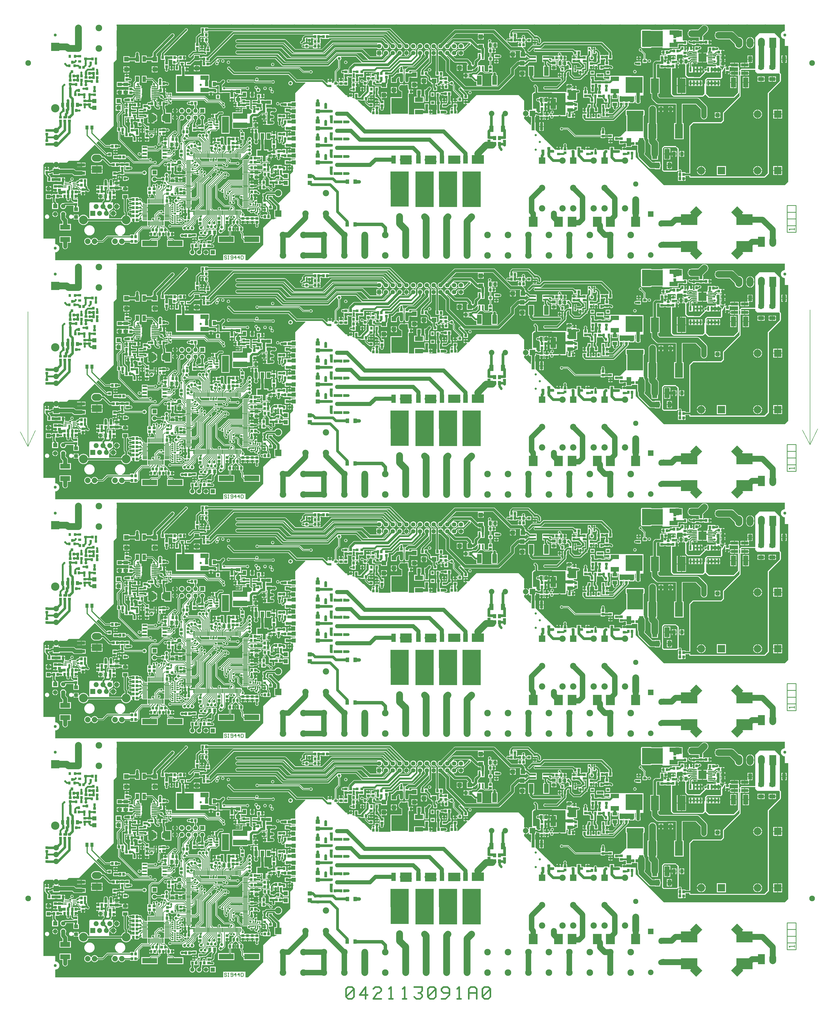
<source format=gbr>
*
%FSLAX36Y36*%
%MOIN*%
%ADD10R,0.265280X0.265280*%
%ADD11R,0.064500X0.064500*%
%ADD12R,0.017250X0.017250*%
%ADD13R,0.025120X0.025120*%
%ADD14R,0.229850X0.229850*%
%ADD15R,0.036500X0.036500*%
%ADD16R,0.033500X0.033500*%
%ADD17R,0.035500X0.035500*%
%ADD18R,0.044500X0.044500*%
%ADD19R,0.056620X0.056620*%
%ADD20R,0.011340X0.011340*%
%ADD21R,0.051500X0.051500*%
%ADD22R,0.081500X0.081500*%
%ADD23R,0.013500X0.013500*%
%ADD24R,0.017500X0.017500*%
%ADD25R,0.119610X0.119610*%
%ADD26R,0.025500X0.025500*%
%ADD27R,0.016500X0.016500*%
%ADD28R,0.021500X0.021500*%
%ADD29R,0.048500X0.048500*%
%ADD30R,0.066500X0.066500*%
%ADD31R,0.078500X0.078500*%
%ADD32R,0.040870X0.040870*%
%ADD33R,0.099930X0.099930*%
%ADD34R,0.071500X0.071500*%
%ADD35R,0.115670X0.115670*%
%ADD36R,0.080240X0.080240*%
%ADD37R,0.048740X0.048740*%
%ADD38R,0.127480X0.127480*%
%ADD39R,0.052680X0.052680*%
%ADD40C,0.043870*%
%ADD41R,0.158980X0.158980*%
%ADD42R,0.062500X0.062500*%
%ADD43R,0.124530X0.124530*%
%ADD44R,0.120590X0.120590*%
%ADD45R,0.133390X0.133390*%
%ADD46R,0.264300X0.264300*%
%ADD47R,0.076500X0.076500*%
%ADD48R,0.114000X0.114000*%
%ADD49R,0.120500X0.120500*%
%ADD50R,0.059000X0.059000*%
%ADD51R,0.126500X0.126500*%
%ADD52C,0.064490*%
%ADD53R,0.064490X0.064490*%
%ADD54C,0.096500*%
%ADD55C,0.041500*%
%ADD56C,0.080240*%
%ADD57C,0.121500*%
%ADD58R,0.121500X0.121500*%
%ADD59R,0.092050X0.092050*%
%ADD60C,0.092050*%
%ADD61C,0.061500*%
%ADD62R,0.061500X0.061500*%
%ADD63C,0.099930*%
%ADD64C,0.127480*%
%ADD65C,0.072370*%
%ADD66R,0.072370X0.072370*%
%ADD67C,0.076500*%
%ADD68C,0.081500*%
%ADD69C,0.111500*%
%ADD70R,0.111500X0.111500*%
%ADD71C,0.031820*%
%ADD72C,0.051500*%
%ADD73C,0.011500*%
%ADD74C,0.101500*%
%ADD75C,0.026500*%
%ADD76C,0.031500*%
%ADD77C,0.016500*%
%ADD78C,0.086500*%
%ADD79C,0.022560*%
%ADD80C,0.045040*%
%ADD81C,0.021500*%
%ADD82C,0.040870*%
%ADD83C,0.036500*%
%ADD84C,0.013500*%
%ADD85C,0.066500*%
%ADD86C,0.023500*%
%ADD87C,0.009500*%
%ADD88C,0.033600*%
%ADD89C,0.061417*%
%ADD90C,0.100787*%
%ADD91C,0.140157*%
%ADD92C,0.148031*%
%ADD93C,0.006000*%
%ADD94C,0.004000*%
%ADD95C,0.083240*%
%ADD96C,0.008000*%
%ADD97C,0.024000*%
%IPPOS*%
%LN042113091a0.cs*%
%LPD*%
G75*
G36*
X25490Y339574D02*
Y461806D01*
X624840D01*
X626288Y447126D01*
X630594Y432943D01*
X637546Y419942D01*
X646886Y408559D01*
X658323Y399166D01*
X671343Y392199D01*
X685477Y387907D01*
X700200Y386462D01*
X714923Y387907D01*
X729047Y392199D01*
X742067Y399166D01*
X753504Y408559D01*
X762844Y419942D01*
X769806Y432943D01*
X774102Y447126D01*
X775550Y461806D01*
X1074840D01*
X1076288Y447126D01*
X1080594Y432943D01*
X1087546Y419942D01*
X1096886Y408559D01*
X1108323Y399166D01*
X1121343Y392199D01*
X1127066Y390457D01*
X1127082Y390395D01*
X1126219Y384610D01*
X962489Y384548D01*
X956530Y383366D01*
X956381Y383304D01*
X951367Y379945D01*
X887212Y315812D01*
X825235D01*
X821059Y325889D01*
X812807Y336650D01*
X802101Y344861D01*
X789652Y350024D01*
X776212Y351797D01*
X776148D01*
X762708Y350024D01*
X750259Y344861D01*
X739553Y336650D01*
X731301Y325889D01*
X729136Y320664D01*
X723224D01*
X721059Y325889D01*
X712807Y336650D01*
X702101Y344861D01*
X689652Y350024D01*
X676212Y351797D01*
X676148D01*
X662708Y350024D01*
X650259Y344861D01*
X639553Y336650D01*
X631301Y325889D01*
X626127Y313386D01*
X624371Y300012D01*
X626136Y286575D01*
X628356Y281226D01*
X427250D01*
Y375186D01*
X260250D01*
Y281226D01*
X200000D01*
Y339512D01*
X25490Y339574D01*
G37*
G36*
Y461806D02*
Y556295D01*
X260250D01*
Y462273D01*
X427250D01*
Y509284D01*
X642142D01*
X637535Y503670D01*
X630590Y490669D01*
X626288Y476486D01*
X624840Y461806D01*
X25490D01*
G37*
G36*
Y556295D02*
Y662230D01*
X46784D01*
X46784Y662168D01*
X47867Y653956D01*
X47885Y653894D01*
X51055Y646243D01*
X56110Y639649D01*
X56170Y639587D01*
X62736Y634549D01*
X70382Y631376D01*
X78740Y630250D01*
X87098Y631376D01*
X94744Y634549D01*
X101310Y639587D01*
X101370Y639649D01*
X106425Y646243D01*
X109613Y653956D01*
X110696Y662168D01*
X110696Y662230D01*
X177710D01*
X185951Y658808D01*
X191818Y658031D01*
X191850Y658062D01*
X201850D01*
X201882Y658031D01*
X207749Y658808D01*
X217788Y662976D01*
X226459Y669632D01*
X233091Y678279D01*
X237270Y688356D01*
X237285Y688418D01*
X238049Y694203D01*
X271748D01*
X272581Y687858D01*
X276625Y678092D01*
X276630Y635046D01*
X277935Y625156D01*
X277951Y625094D01*
X281763Y615887D01*
X287875Y607925D01*
X305407Y590383D01*
X305420Y590321D01*
Y556357D01*
X260250Y556295D01*
X25490D01*
G37*
G36*
Y662230D02*
Y694203D01*
X155651D01*
X156430Y688356D01*
X160609Y678279D01*
X167251Y669632D01*
X175912Y662976D01*
X177710Y662230D01*
X110696D01*
X109600Y670503D01*
X106431Y678154D01*
X101327Y684810D01*
X94761Y689849D01*
X94645Y689911D01*
X87128Y693021D01*
X86909Y693083D01*
X78740Y694158D01*
X70571Y693083D01*
X70352Y693021D01*
X62835Y689911D01*
X62719Y689849D01*
X56153Y684810D01*
X51049Y678154D01*
X47880Y670503D01*
X47865Y670441D01*
X46784Y662230D01*
X25490D01*
G37*
G36*
Y694203D02*
Y704218D01*
X191850D01*
Y722288D01*
X201850D01*
Y704218D01*
X271747D01*
X271094Y699242D01*
X271094Y699179D01*
X271748Y694203D01*
X201850D01*
Y658062D01*
X191850D01*
Y694203D01*
X25490D01*
G37*
G36*
Y704218D02*
Y957920D01*
X60440D01*
Y920348D01*
X139560D01*
Y937019D01*
X150350D01*
Y930519D01*
X158950Y930456D01*
Y881253D01*
X160532Y873290D01*
X160555Y873228D01*
X164895Y866697D01*
X164385Y864146D01*
X163022Y860849D01*
X153350Y860787D01*
Y773856D01*
X240350D01*
Y860787D01*
X221983Y860849D01*
X217802Y864208D01*
X217746Y864271D01*
X216163Y872233D01*
X211641Y879013D01*
X200761Y889899D01*
X200750Y889961D01*
Y930456D01*
X262150Y930519D01*
Y941591D01*
X270873D01*
X275897Y938232D01*
X276061Y938170D01*
X285000Y936397D01*
X293939Y938170D01*
X294103Y938232D01*
X301704Y943295D01*
X307396Y941405D01*
X307500Y941342D01*
Y935029D01*
X330000D01*
Y965011D01*
X340000D01*
Y935060D01*
X358300Y934997D01*
Y933007D01*
X366600Y932945D01*
Y922930D01*
X366578Y922868D01*
X365682Y921499D01*
X363894Y912479D01*
X365690Y903460D01*
X370794Y895808D01*
X378433Y890708D01*
X387500Y888891D01*
X396567Y890708D01*
X404206Y895808D01*
X409310Y903460D01*
X411106Y912479D01*
X411102Y912542D01*
X409318Y921499D01*
X409296Y921561D01*
X408400Y922930D01*
Y932976D01*
X427700D01*
Y911422D01*
X429292Y903397D01*
X433823Y896617D01*
X448814Y881626D01*
X455626Y877085D01*
X463450Y875530D01*
X468000Y875468D01*
Y864519D01*
X341025Y864457D01*
X333228Y862902D01*
X327620Y859161D01*
X326389Y859668D01*
X314960Y861185D01*
X303531Y859668D01*
X293011Y855313D01*
X283948Y848346D01*
X276973Y839264D01*
X272584Y828690D01*
X271092Y817306D01*
X272578Y805985D01*
X276962Y795410D01*
X283918Y786328D01*
X283984Y786266D01*
X292979Y779361D01*
X293095Y779299D01*
X303650Y774945D01*
X315112Y773483D01*
X326270Y774945D01*
X336825Y779299D01*
X336941Y779361D01*
X345936Y786266D01*
X346002Y786328D01*
X352958Y795410D01*
X357342Y805985D01*
X358828Y817306D01*
X358713Y818239D01*
X358746Y818301D01*
X362561Y822656D01*
X463874D01*
X467980Y818550D01*
X468000Y818488D01*
X467993Y814507D01*
X465440Y809655D01*
Y734481D01*
X544560D01*
Y809655D01*
X535540Y809717D01*
X532023Y814071D01*
X532000Y925853D01*
X469500Y925916D01*
Y932945D01*
X476700Y933007D01*
Y934997D01*
X495000Y935060D01*
Y947501D01*
X505000D01*
Y935029D01*
X527500D01*
Y938263D01*
X832500D01*
Y921530D01*
X859000D01*
Y938263D01*
X869000D01*
Y921530D01*
X895500D01*
Y938263D01*
X902500D01*
Y919508D01*
X915100Y919446D01*
Y907192D01*
X915070Y907130D01*
X891444Y883492D01*
X886956Y876774D01*
X886932Y876712D01*
X885611Y870056D01*
X709994Y869994D01*
X700041Y860041D01*
X700000Y859979D01*
Y636290D01*
X684221D01*
X681820Y644190D01*
X674875Y657191D01*
X665493Y668637D01*
X654033Y678030D01*
X641106Y684934D01*
X627020Y689227D01*
X612323Y690688D01*
X597390Y689227D01*
X583303Y684934D01*
X570377Y678030D01*
X558917Y668637D01*
X549535Y657191D01*
X548456Y655182D01*
X542675Y656631D01*
X542560Y656694D01*
Y693488D01*
X510000D01*
Y657906D01*
X500000D01*
Y693488D01*
X467440D01*
Y677470D01*
X467277Y677408D01*
X461544Y676272D01*
G03X424682Y693021I-28587J-13977D01*
G01X417164Y689911D01*
X417049Y689849D01*
X410483Y684810D01*
X405379Y678154D01*
X402210Y670503D01*
X402195Y670441D01*
X401114Y662230D01*
X353292D01*
X353295Y678092D01*
X357339Y687858D01*
X358826Y699179D01*
X358826Y699242D01*
X357341Y710563D01*
X352955Y721138D01*
X345988Y730219D01*
X336931Y737186D01*
X326429Y741541D01*
X326211Y741603D01*
X315006Y743065D01*
X314914D01*
X303709Y741603D01*
X303491Y741541D01*
X292989Y737186D01*
X283932Y730219D01*
X276965Y721138D01*
X272579Y710563D01*
X271747Y704218D01*
X238049D01*
X237270Y710065D01*
X233098Y720142D01*
X226466Y728789D01*
X217800Y735445D01*
X207747Y739612D01*
X201963Y740390D01*
X201889D01*
X201850Y740359D01*
X191850D01*
X191811Y740390D01*
X191737D01*
X185953Y739612D01*
X175900Y735445D01*
X167244Y728789D01*
X160602Y720142D01*
X156430Y710065D01*
X156415Y710003D01*
X155661Y704218D01*
X25490D01*
G37*
G36*
Y957920D02*
Y1051787D01*
X62440D01*
Y1036484D01*
X95000D01*
Y1051787D01*
X105000D01*
Y1036484D01*
X137560D01*
Y1037355D01*
X170000D01*
Y1026096D01*
X195000D01*
Y1037355D01*
X205000D01*
Y1026127D01*
X228000Y1026065D01*
Y1024137D01*
X234000Y1024075D01*
Y1010016D01*
X235910Y1000375D01*
X235920Y999379D01*
X232907Y994527D01*
X150350Y994465D01*
Y978821D01*
X139560D01*
Y995492D01*
X60440D01*
Y957920D01*
X25490D01*
G37*
G36*
Y1051787D02*
Y1092406D01*
X62440D01*
Y1077104D01*
X95000D01*
Y1092406D01*
X105000D01*
Y1077104D01*
X137560D01*
Y1092406D01*
X168000D01*
Y1076949D01*
X170000Y1076886D01*
Y1058660D01*
X200000Y1058598D01*
Y1053622D01*
X205000Y1053560D01*
Y1051787D01*
X137560D01*
Y1067089D01*
X105000D01*
Y1051787D01*
X95000D01*
Y1067089D01*
X62440D01*
Y1051787D01*
X25490D01*
G37*
G36*
Y1092406D02*
Y1281602D01*
X43000D01*
X54104Y1281229D01*
X55687Y1273267D01*
X60209Y1266486D01*
X83593Y1243097D01*
X83577Y1243035D01*
X81600Y1238245D01*
Y1174268D01*
X193400D01*
Y1178000D01*
X231600D01*
Y1174268D01*
X290600D01*
Y1176227D01*
X308900Y1176290D01*
Y1223752D01*
X318900D01*
Y1211280D01*
X341400D01*
Y1212493D01*
X420141D01*
X421937Y1203473D01*
X427035Y1195822D01*
X427111Y1195760D01*
X434663Y1190721D01*
X434866Y1190659D01*
X443750Y1188894D01*
X452634Y1190659D01*
X452837Y1190721D01*
X460389Y1195760D01*
X460465Y1195822D01*
X465563Y1203473D01*
X467359Y1212493D01*
X552700D01*
Y1205837D01*
X549872Y1205775D01*
X543939Y1204593D01*
X538811Y1201171D01*
X529242Y1191592D01*
X529173Y1191561D01*
X529062D01*
X525000Y1192357D01*
X515922Y1190534D01*
X508289Y1185434D01*
X503188Y1177782D01*
X502508Y1174361D01*
X502466Y1174299D01*
X497872Y1171500D01*
X444140D01*
X439222Y1173553D01*
X435483Y1179151D01*
X435430Y1179213D01*
X427770Y1184314D01*
X418812Y1186087D01*
X418688D01*
X409730Y1184314D01*
X402070Y1179213D01*
X402017Y1179151D01*
X396955Y1171562D01*
X396932Y1171500D01*
X396200Y1167830D01*
X375740D01*
Y1171438D01*
X344023Y1171500D01*
X341413Y1176227D01*
X341400Y1176290D01*
Y1201265D01*
X318900D01*
Y1176290D01*
X319573Y1176227D01*
X322210Y1171438D01*
Y1128423D01*
X292000D01*
Y1135888D01*
X168000D01*
Y1092406D01*
X137560D01*
Y1107709D01*
X105000D01*
Y1092406D01*
X95000D01*
Y1107709D01*
X62440D01*
Y1092406D01*
X25490D01*
G37*
G36*
Y1281602D02*
Y1380166D01*
X45000D01*
Y1368906D01*
X70000D01*
Y1380166D01*
X80000D01*
Y1368906D01*
X105000D01*
Y1380166D01*
X186945D01*
X185482Y1376402D01*
X161130Y1376340D01*
Y1345922D01*
X143547Y1345860D01*
X135742Y1344305D01*
X128954Y1339764D01*
X122609Y1333419D01*
X107000D01*
Y1340572D01*
X105000Y1340634D01*
Y1358892D01*
X45000D01*
Y1340634D01*
X43000Y1340572D01*
Y1281602D01*
X25490D01*
G37*
G36*
Y1380166D02*
Y1425482D01*
X54967Y1454967D01*
X166783D01*
X169042Y1449119D01*
X164414Y1437923D01*
X164396Y1437860D01*
X163363Y1430023D01*
X261637D01*
X260604Y1437860D01*
X259589Y1440318D01*
X519250D01*
Y1427068D01*
X576250D01*
Y1440318D01*
X586250D01*
Y1427068D01*
X643250D01*
Y1440318D01*
X955122D01*
X985198Y1410242D01*
X991984Y1405701D01*
X999771Y1404145D01*
X1025350Y1404083D01*
Y1392980D01*
X1137150D01*
Y1405483D01*
X1149250D01*
Y1386448D01*
X891890D01*
Y1413569D01*
X814050D01*
Y1386448D01*
X804050D01*
Y1413569D01*
X726220D01*
Y1403803D01*
X643250D01*
Y1417053D01*
X586250D01*
Y1403803D01*
X576250D01*
Y1417053D01*
X519250D01*
Y1403803D01*
X257156D01*
X260599Y1412108D01*
X261633Y1419945D01*
X163367D01*
X164401Y1412108D01*
X169369Y1400102D01*
X177308Y1389776D01*
X187036Y1382312D01*
X187090Y1382249D01*
Y1380570D01*
X187077Y1380508D01*
X186945Y1380166D01*
X105000D01*
Y1391425D01*
X80000D01*
Y1380166D01*
X70000D01*
Y1391425D01*
X45000D01*
Y1380166D01*
X25490D01*
G37*
G36*
X107000Y1281602D02*
Y1291555D01*
X131336Y1291617D01*
X139161Y1293172D01*
X139317Y1293234D01*
X146020Y1297713D01*
X152368Y1304058D01*
X161130D01*
Y1273609D01*
X263870D01*
Y1286641D01*
X446649D01*
X460408Y1272894D01*
X468370Y1266797D01*
X477525Y1263003D01*
X487298Y1261697D01*
X581452D01*
X591225Y1263003D01*
X599637Y1266486D01*
X645250Y1266549D01*
X1036750D01*
Y1265678D01*
X1038750Y1265616D01*
Y1247358D01*
X1098750D01*
Y1265616D01*
X1100750Y1265678D01*
Y1274200D01*
X1120210Y1274262D01*
X1128035Y1275817D01*
X1128209Y1275879D01*
X1134912Y1280358D01*
X1139449Y1284899D01*
X1152250D01*
Y1273795D01*
X1210250D01*
Y1292488D01*
X1477316D01*
G03X1506578Y1274013I29001J13524D01*
G01X1514602Y1275071D01*
X1522397Y1278305D01*
X1529039Y1283406D01*
X1529099Y1283468D01*
X1534206Y1290124D01*
X1537430Y1297900D01*
X1538528Y1306235D01*
X1568000D01*
X1568000Y1219211D01*
X1279416D01*
X1277620Y1228231D01*
X1272506Y1235882D01*
X1264881Y1240982D01*
X1255810Y1242799D01*
X1252202Y1242091D01*
X1247640Y1245834D01*
Y1251215D01*
X1191640D01*
Y1236690D01*
X1168860D01*
Y1249162D01*
X1147860D01*
Y1236690D01*
X1137860D01*
Y1249162D01*
X1116860D01*
Y1236690D01*
X1098750D01*
Y1237344D01*
X1073750D01*
Y1226084D01*
X1063750D01*
Y1237344D01*
X1038750D01*
Y1226084D01*
X462528D01*
X460474Y1229164D01*
X460411Y1229226D01*
X452858Y1234264D01*
X452707Y1234327D01*
X443761Y1236099D01*
X434793Y1234327D01*
X434642Y1234264D01*
X427089Y1229226D01*
X427026Y1229164D01*
X423415Y1223752D01*
X341400D01*
Y1236224D01*
X318900D01*
Y1223752D01*
X308900D01*
Y1236193D01*
X290600Y1236255D01*
Y1238277D01*
X231600D01*
Y1234482D01*
X193400D01*
Y1238245D01*
X132000Y1238308D01*
Y1245150D01*
X130418Y1253112D01*
X130394Y1253175D01*
X125855Y1259955D01*
X109254Y1276564D01*
X107000Y1281602D01*
G37*
G36*
X137560Y1037355D02*
Y1051787D01*
X205000D01*
Y1037355D01*
X195000D01*
Y1048614D01*
X170000D01*
Y1037355D01*
X137560D01*
G37*
G36*
X191850Y722288D02*
Y740359D01*
X201850D01*
Y722288D01*
X191850D01*
G37*
G36*
X200000Y25471D02*
Y140643D01*
X211662Y141825D01*
X222718Y145184D01*
X232966Y150658D01*
X241977Y158060D01*
X249330Y167018D01*
X254816Y177282D01*
X258199Y188416D01*
X259339Y199986D01*
X258202Y211556D01*
X254826Y222691D01*
X249348Y232955D01*
X241942Y241975D01*
X233001Y249315D01*
X222769Y254789D01*
X211478Y258210D01*
X200104Y259330D01*
X200000Y259392D01*
Y281226D01*
X260250D01*
X305420Y281164D01*
X305421Y224993D01*
X306727Y215102D01*
X310565Y205834D01*
X316624Y197934D01*
X316687Y197871D01*
X324554Y191838D01*
X333828Y187981D01*
X343750Y186670D01*
X353672Y187981D01*
X362946Y191838D01*
X370813Y197871D01*
X370876Y197934D01*
X376935Y205834D01*
X380773Y215102D01*
X382079Y224993D01*
X382080Y281164D01*
X427250Y281226D01*
X628356D01*
X631324Y274072D01*
X639530Y263373D01*
X650228Y255162D01*
X650343Y255100D01*
X662652Y249999D01*
X662870Y249937D01*
X676180Y248190D01*
X689489Y249937D01*
X689708Y249999D01*
X702017Y255100D01*
X702132Y255162D01*
X712830Y263373D01*
X721036Y274072D01*
X723208Y279297D01*
X729152D01*
X731324Y274072D01*
X739530Y263373D01*
X750228Y255162D01*
X750343Y255100D01*
X762652Y249999D01*
X762870Y249937D01*
X776180Y248190D01*
X789489Y249937D01*
X789708Y249999D01*
X802017Y255100D01*
X802132Y255162D01*
X812830Y263373D01*
X821036Y274072D01*
X825219Y284149D01*
X893809Y284212D01*
X899767Y285394D01*
X904907Y288815D01*
X969048Y352948D01*
X1052380D01*
X1053550Y347101D01*
X1053532Y347038D01*
X1048299Y344861D01*
X1037593Y336650D01*
X1029331Y325889D01*
X1024157Y313386D01*
X1022401Y300012D01*
X1024166Y286575D01*
X1029354Y274072D01*
X1037570Y263373D01*
X1048268Y255162D01*
X1048383Y255100D01*
X1060682Y249999D01*
X1060900Y249937D01*
X1074210Y248190D01*
X1087519Y249937D01*
X1087738Y249999D01*
X1100047Y255100D01*
X1100162Y255162D01*
X1110860Y263373D01*
X1119066Y274072D01*
X1121238Y279297D01*
X1127182D01*
X1129354Y274072D01*
X1137560Y263373D01*
X1148268Y255162D01*
X1148383Y255100D01*
X1160682Y249999D01*
X1160900Y249937D01*
X1174210Y248190D01*
X1187519Y249937D01*
X1187738Y249999D01*
X1200047Y255100D01*
X1200162Y255162D01*
X1210860Y263373D01*
X1219066Y274072D01*
X1223249Y284149D01*
X1294100D01*
Y268007D01*
X1405900D01*
Y286700D01*
X1411331Y287757D01*
X1415603Y290619D01*
X1428112Y303122D01*
X1430989Y307414D01*
X1431009Y307476D01*
X1432010Y312515D01*
Y388747D01*
X1577350D01*
Y376244D01*
X1599850D01*
Y388747D01*
X1609850D01*
Y376275D01*
X1628150Y376212D01*
Y374253D01*
X1687150D01*
Y416956D01*
X1687169Y417019D01*
X1693434Y423301D01*
X1694452Y424809D01*
X1700243Y423053D01*
X1700350Y422990D01*
Y374284D01*
X1716600Y374222D01*
Y360350D01*
X1699566Y343306D01*
X1604969Y343244D01*
X1599928Y342249D01*
X1595656Y339387D01*
X1578043Y321783D01*
X1462990Y321721D01*
Y220732D01*
X1702990D01*
Y316745D01*
X1705288Y316807D01*
X1710019Y317740D01*
X1710148Y317802D01*
X1714404Y320664D01*
X1739222Y345483D01*
X1742097Y349775D01*
X1743110Y354876D01*
Y374222D01*
X1759350Y374284D01*
Y376212D01*
X1777650Y376275D01*
Y388747D01*
X1787650D01*
Y376244D01*
X1810150D01*
Y388747D01*
X1831600D01*
Y374284D01*
X1843140Y374222D01*
Y343617D01*
X1844159Y338516D01*
X1847036Y334224D01*
X1854048Y327195D01*
X1851814Y321783D01*
X1837010Y321721D01*
Y220732D01*
X2077010D01*
Y297741D01*
X2210000D01*
Y287229D01*
X2235000D01*
Y297741D01*
X2245000D01*
Y287260D01*
X2260794Y287197D01*
X2263028Y281786D01*
X2254526Y273264D01*
X2252031Y269531D01*
X2181600Y269469D01*
Y205523D01*
X2190200Y205460D01*
Y177282D01*
X2190102Y177219D01*
X2188781Y176660D01*
X2180033Y169942D01*
X2173306Y161171D01*
X2169084Y150969D01*
X2167645Y139959D01*
X2169076Y129073D01*
X2169092Y129011D01*
X2173318Y118809D01*
X2180042Y110038D01*
X2188807Y103320D01*
X2199015Y99090D01*
X2210000Y97642D01*
X2220985Y99090D01*
X2231193Y103320D01*
X2239948Y110038D01*
X2246682Y118809D01*
X2250908Y129011D01*
X2250924Y129073D01*
X2252355Y139959D01*
X2250916Y150969D01*
X2246694Y161171D01*
X2239956Y169942D01*
X2232029Y176038D01*
X2232000Y176100D01*
Y205460D01*
X2293400Y205523D01*
Y269469D01*
X2291894Y273139D01*
X2291941Y273201D01*
X2297026Y278271D01*
X2297133Y278240D01*
X2297271Y278178D01*
X2306221Y276405D01*
X2306279D01*
X2315229Y278178D01*
X2315365Y278240D01*
X2322918Y283279D01*
X2322977Y283341D01*
X2328040Y290930D01*
X2328066Y290992D01*
X2329858Y300012D01*
X2328062Y309031D01*
X2322962Y316682D01*
X2322931Y316745D01*
X2324705Y322592D01*
X2358610Y322654D01*
Y330679D01*
X2401765Y330741D01*
X2409589Y332296D01*
X2416397Y336837D01*
X2472070Y392510D01*
X2503925D01*
X2506143Y387160D01*
X2506138Y387098D01*
X2497741Y378701D01*
X2493204Y371920D01*
X2493182Y371858D01*
X2491600Y363896D01*
Y315252D01*
X2491564Y315190D01*
X2487216Y311555D01*
X2482000Y313448D01*
Y318393D01*
X2418000D01*
Y269656D01*
X2404153Y269531D01*
X2401031Y275379D01*
X2403038Y278427D01*
X2403066Y278489D01*
X2404858Y287508D01*
X2403062Y296528D01*
X2397964Y304179D01*
X2390335Y309280D01*
X2381250Y311106D01*
X2372165Y309280D01*
X2364536Y304179D01*
X2359438Y296528D01*
X2357642Y287508D01*
X2359434Y278489D01*
X2361453Y275441D01*
X2361469Y275379D01*
X2358347Y269531D01*
X2300350Y269469D01*
Y205523D01*
X2308950Y205460D01*
Y183689D01*
X2308917Y183627D01*
X2307294Y182009D01*
X2298966Y180890D01*
X2288781Y176660D01*
X2280033Y169942D01*
X2273306Y161171D01*
X2269084Y150969D01*
X2267643Y140021D01*
X2269076Y129073D01*
X2269092Y129011D01*
X2273318Y118809D01*
X2280042Y110038D01*
X2288807Y103320D01*
X2299015Y99090D01*
X2310000Y97642D01*
X2320985Y99090D01*
X2331193Y103320D01*
X2339958Y110038D01*
X2346682Y118809D01*
X2350908Y129011D01*
X2350924Y129073D01*
X2351701Y134982D01*
X2370312D01*
X2371029Y129571D01*
X2375045Y119867D01*
X2375080Y119805D01*
X2381471Y111469D01*
X2389827Y105062D01*
X2399437Y101081D01*
X2399646Y101019D01*
X2404988Y100313D01*
X2405000Y100334D01*
X2415000D01*
X2415013Y100313D01*
X2420354Y101019D01*
X2420563Y101081D01*
X2430173Y105062D01*
X2438529Y111469D01*
X2444920Y119805D01*
X2444955Y119867D01*
X2448971Y129571D01*
X2449688Y134982D01*
X2468000D01*
Y98002D01*
X2552000D01*
Y139990D01*
X3139990D01*
X3025502Y25502D01*
X2989570D01*
Y107955D01*
X2662000D01*
Y25471D01*
X200000D01*
G37*
G36*
X237910Y1380570D02*
Y1382249D01*
X237964Y1382312D01*
X243355Y1386448D01*
X726220D01*
Y1359327D01*
X804050D01*
Y1386448D01*
X814050D01*
Y1359327D01*
X891890D01*
Y1386448D01*
X1149250D01*
Y1344118D01*
X1160350Y1344056D01*
Y1337835D01*
X1152250Y1337773D01*
Y1326763D01*
X1130763Y1326701D01*
X1122938Y1325145D01*
X1122755Y1325083D01*
X1116052Y1320605D01*
X1111504Y1316064D01*
X1100750D01*
Y1324679D01*
X1036750D01*
Y1322222D01*
X891890D01*
Y1349312D01*
X814050D01*
Y1322222D01*
X804050D01*
Y1349312D01*
X726220D01*
Y1322222D01*
X645250D01*
Y1333481D01*
X599566Y1333543D01*
X591120Y1337027D01*
X581699Y1338271D01*
X503377Y1338333D01*
X489620Y1352080D01*
X481678Y1358176D01*
X472539Y1361971D01*
X472322Y1362033D01*
X462902Y1363277D01*
X263870Y1363339D01*
Y1376340D01*
X239508Y1376402D01*
X237923Y1380508D01*
X237910Y1380570D01*
G37*
G36*
X243355Y1386448D02*
X247692Y1389776D01*
X255621Y1400102D01*
X257156Y1403803D01*
X519250D01*
Y1390554D01*
X576250D01*
Y1403803D01*
X586250D01*
Y1390554D01*
X643250D01*
Y1403803D01*
X726220D01*
Y1386448D01*
X243355D01*
G37*
G36*
X255968Y1449119D02*
X258217Y1454967D01*
X367529Y1455029D01*
X393717Y1481217D01*
X543779Y1481279D01*
X582161Y1519660D01*
X723922D01*
X725107Y1507716D01*
X728612Y1496146D01*
X734291Y1485509D01*
X741954Y1476179D01*
X751284Y1468527D01*
X761888Y1462867D01*
X773354Y1459383D01*
X785213Y1458201D01*
X832897D01*
G03X890013Y1497826I-266J61360D01*
G01X897614D01*
X955122Y1440318D01*
X643250D01*
Y1453567D01*
X586250D01*
Y1440318D01*
X576250D01*
Y1453567D01*
X519250D01*
Y1440318D01*
X259589D01*
X255978Y1449057D01*
X255968Y1449119D01*
G37*
G36*
X341400Y1212493D02*
Y1223752D01*
X423415D01*
X421963Y1221575D01*
X421934Y1221512D01*
X420141Y1212493D01*
X341400D01*
G37*
G36*
X353290Y650971D02*
X353292Y662230D01*
X401114D01*
X401114Y662168D01*
X402197Y653956D01*
X402215Y653894D01*
X405385Y646243D01*
X410440Y639649D01*
X410500Y639587D01*
X417066Y634549D01*
X424713Y631376D01*
G03X461552Y648135I8253J30727D01*
G01X467341Y646990D01*
X467440Y646927D01*
Y622325D01*
X500000D01*
Y622356D01*
X510000D01*
X533163Y622294D01*
X537109Y617940D01*
X536852Y615327D01*
X538301Y600647D01*
X542588Y586527D01*
X549572Y573464D01*
X558912Y562080D01*
X570364Y552687D01*
X583435Y545720D01*
X597367Y541490D01*
X612041Y540029D01*
X627043Y541490D01*
X640975Y545720D01*
X654046Y552687D01*
X665498Y562080D01*
X674838Y573464D01*
X681822Y586527D01*
X684223Y594427D01*
X1166167D01*
X1168568Y586527D01*
X1175552Y573464D01*
X1184902Y562080D01*
X1196344Y552687D01*
X1209415Y545720D01*
X1223357Y541490D01*
X1238021Y540029D01*
X1253023Y541490D01*
X1266965Y545720D01*
X1280026Y552687D01*
X1291478Y562080D01*
X1300818Y573464D01*
X1307812Y586527D01*
X1310189Y594364D01*
X1310221Y594393D01*
X1315926Y593556D01*
X1316100Y593494D01*
Y585003D01*
X1338600D01*
Y614985D01*
X1348600D01*
Y585034D01*
X1366900Y584971D01*
Y583012D01*
X1425900D01*
Y599154D01*
X1430082Y599216D01*
X1436041Y600398D01*
X1441164Y603819D01*
X1448950Y611600D01*
X1450000Y611392D01*
X1459074Y613212D01*
X1463263Y616012D01*
G02X1463459Y616012I98J-129D01*
G01X1469250Y612901D01*
Y598781D01*
X1548730Y598719D01*
Y525815D01*
X1468713Y525753D01*
X1463717Y524757D01*
X1463598Y524695D01*
X1459419Y521896D01*
X1367032Y429522D01*
X1364156Y425230D01*
X1363140Y420129D01*
Y400783D01*
X1294100Y400721D01*
Y384610D01*
X1174171D01*
X1173308Y390395D01*
X1173324Y390457D01*
X1179047Y392199D01*
X1192067Y399166D01*
X1203504Y408559D01*
X1212844Y419942D01*
X1219806Y432943D01*
X1224102Y447126D01*
X1225550Y461806D01*
X1224102Y476486D01*
X1219810Y490669D01*
X1212855Y503670D01*
X1203461Y515116D01*
X1192089Y524446D01*
X1179062Y531413D01*
X1164948Y535705D01*
X1150199Y537164D01*
X1135452Y535705D01*
X1121329Y531413D01*
X1108301Y524446D01*
X1096929Y515116D01*
X1087535Y503670D01*
X1080590Y490669D01*
X1076288Y476486D01*
X1074840Y461806D01*
X775550D01*
X774102Y476486D01*
X769810Y490669D01*
X762855Y503670D01*
X753461Y515116D01*
X742089Y524446D01*
X729062Y531413D01*
X714948Y535705D01*
X700199Y537164D01*
X685452Y535705D01*
X671329Y531413D01*
X658301Y524446D01*
X646929Y515116D01*
X642142Y509284D01*
X427250D01*
Y556295D01*
X382080Y556357D01*
Y606245D01*
X380775Y616136D01*
X380758Y616198D01*
X376942Y625405D01*
X370833Y633367D01*
X353301Y650908D01*
X353290Y650971D01*
G37*
G36*
X462528Y1226084D02*
X1038750D01*
Y1214825D01*
X1063750D01*
Y1226084D01*
X1073750D01*
Y1214825D01*
X1098750D01*
Y1219211D01*
X1191640D01*
Y1189228D01*
X1168860D01*
Y1214203D01*
X1116860D01*
Y1189228D01*
X1116786Y1189166D01*
X1111819Y1187549D01*
X1105000Y1187486D01*
X1095000D01*
Y1187518D01*
X1061500D01*
Y1174268D01*
X1043240D01*
Y1186989D01*
G03X986760Y1186989I-28240J-12D01*
G01Y1165901D01*
X983000Y1165839D01*
X972000D01*
X968240Y1165901D01*
Y1185994D01*
G03X911760Y1185994I-28240J-26D01*
G01Y1165901D01*
X908000Y1165839D01*
Y1122047D01*
X851900Y1121985D01*
Y1120056D01*
X833600Y1119994D01*
Y1107522D01*
X823600D01*
Y1120025D01*
X801100D01*
Y1107522D01*
X671289D01*
X669813Y1109731D01*
X664551Y1113276D01*
X664500Y1113338D01*
Y1221979D01*
X552700D01*
Y1212493D01*
X467359D01*
X465566Y1221512D01*
X465537Y1221575D01*
X462528Y1226084D01*
G37*
G36*
X495000Y947501D02*
Y964980D01*
X500000Y965042D01*
Y969956D01*
X527500Y970019D01*
Y992972D01*
X530900Y993034D01*
Y1004045D01*
X544683D01*
X545891Y1003236D01*
X546041Y1003174D01*
X554987Y1001401D01*
X563959Y1003174D01*
X564109Y1003236D01*
X570262Y1007342D01*
X570334Y1007373D01*
X570402D01*
X576134Y1005351D01*
X576250Y1005289D01*
Y977328D01*
X601250D01*
Y988587D01*
X611250D01*
Y977328D01*
X636250D01*
Y988587D01*
X832500D01*
Y965011D01*
X895500D01*
Y997980D01*
X902500D01*
Y938263D01*
X895500D01*
Y954996D01*
X869000D01*
Y938263D01*
X859000D01*
Y954996D01*
X832500D01*
Y947501D01*
X527500D01*
Y959973D01*
X505000D01*
Y947501D01*
X495000D01*
G37*
G36*
X500000Y622356D02*
Y657906D01*
X510000D01*
Y622356D01*
X500000D01*
G37*
G36*
X527500Y938263D02*
Y947501D01*
X832500D01*
Y938263D01*
X527500D01*
G37*
G36*
X582161Y1519660D02*
X779450Y1716942D01*
X779489Y1716911D01*
X932565Y1563825D01*
X937694Y1560404D01*
X943640Y1559222D01*
X962190Y1559160D01*
Y1546003D01*
X1026190D01*
Y1597882D01*
X1050810D01*
Y1587369D01*
X1075810D01*
Y1597882D01*
X1085810D01*
Y1587369D01*
X1110810D01*
Y1597882D01*
X1314634D01*
X1421910Y1490610D01*
X1426187Y1487749D01*
X1431183Y1486753D01*
X1574793Y1486691D01*
X1577029Y1483332D01*
X1577095Y1483270D01*
X1584648Y1478231D01*
X1584815Y1478169D01*
X1593750Y1476397D01*
X1602685Y1478169D01*
X1602852Y1478231D01*
X1610405Y1483270D01*
X1610471Y1483332D01*
X1615534Y1490921D01*
X1615565Y1490983D01*
X1617359Y1500003D01*
X1615563Y1509023D01*
X1610467Y1516674D01*
X1610396Y1516736D01*
X1602843Y1521775D01*
X1602656Y1521837D01*
X1593750Y1523605D01*
X1584844Y1521837D01*
X1584657Y1521775D01*
X1577104Y1516736D01*
X1577033Y1516674D01*
X1574762Y1513253D01*
X1551090D01*
Y1526222D01*
X1470070D01*
Y1513253D01*
X1436737D01*
X1368750Y1581242D01*
X1407642D01*
X1409438Y1572223D01*
X1414536Y1564571D01*
X1414611Y1564509D01*
X1422164Y1559471D01*
X1431250Y1557644D01*
X1440336Y1559471D01*
X1447889Y1564509D01*
X1447964Y1564571D01*
X1450235Y1567993D01*
X1468070D01*
Y1557480D01*
X1468079Y1557418D01*
X1470066Y1552379D01*
X1470070Y1536268D01*
X1551090D01*
X1551094Y1552379D01*
X1553081Y1557418D01*
X1553090Y1557480D01*
Y1617943D01*
X1700077Y1618005D01*
X1705071Y1619001D01*
X1709343Y1621862D01*
X1730449Y1642949D01*
X1759410D01*
Y1507436D01*
X1844430D01*
Y1517980D01*
X1887763Y1518042D01*
X1892446Y1518975D01*
X1892626Y1519038D01*
X1896889Y1521899D01*
X1933403Y1558413D01*
X1933454Y1558443D01*
X1937500Y1557644D01*
X1946586Y1559471D01*
X1954139Y1564509D01*
X1954214Y1564571D01*
X1959313Y1572223D01*
X1961108Y1581242D01*
X1959316Y1590262D01*
X1959287Y1590324D01*
X1954225Y1597913D01*
X1951824Y1599531D01*
X1951750Y1599593D01*
Y1606622D01*
X1951771Y1606684D01*
X1954201Y1608301D01*
X1959305Y1615953D01*
X1961105Y1624972D01*
X1961103Y1625034D01*
X1959301Y1634054D01*
X1954192Y1641705D01*
X1946546Y1646806D01*
X1937812Y1648548D01*
X1937188D01*
X1928454Y1646806D01*
X1920808Y1641705D01*
X1915699Y1634054D01*
X1913897Y1625034D01*
X1914690Y1620991D01*
X1914689Y1620929D01*
X1888304Y1594554D01*
X1848556D01*
X1844450Y1598660D01*
X1844430Y1598722D01*
Y1608675D01*
X1844437Y1608737D01*
X1848542Y1612842D01*
X1860866D01*
X1865895Y1609483D01*
X1866055Y1609421D01*
X1874998Y1607648D01*
X1883945Y1609421D01*
X1884105Y1609483D01*
X1891658Y1614522D01*
X1891723Y1614584D01*
X1896785Y1622173D01*
X1896815Y1622235D01*
X1898609Y1631255D01*
X1896813Y1640275D01*
X1891716Y1647926D01*
X1891643Y1647988D01*
X1884090Y1653027D01*
X1875565Y1654768D01*
X1874220Y1656448D01*
X1872560Y1660367D01*
X1874739Y1663664D01*
X1874759Y1663726D01*
X1875760Y1668764D01*
X1876247Y1680210D01*
X1902750Y1680272D01*
Y1697005D01*
X1912750D01*
Y1680241D01*
X1939250D01*
Y1697005D01*
X1946250D01*
Y1678282D01*
X1951436Y1678219D01*
X1954197Y1673056D01*
X1953206Y1671564D01*
X1953182Y1671501D01*
X1951399Y1662544D01*
X1951394Y1662482D01*
X1953190Y1653462D01*
X1958293Y1645811D01*
X1965930Y1640710D01*
X1975000Y1638891D01*
X1984070Y1640710D01*
X1991707Y1645811D01*
X1996810Y1653462D01*
X1998606Y1662482D01*
X1998601Y1662544D01*
X1996818Y1671501D01*
X1995803Y1673056D01*
X1998574Y1678219D01*
X2013250Y1678282D01*
Y1759210D01*
X2010717Y1759272D01*
X2005900Y1761760D01*
Y1825707D01*
X1992200Y1825769D01*
Y1832301D01*
X1992213Y1832363D01*
X2023686Y1863838D01*
X2027093Y1868939D01*
X2028295Y1874973D01*
X2028300Y2065942D01*
X2038663Y2076299D01*
X2044015Y2074090D01*
X2055000Y2072642D01*
X2065985Y2074090D01*
X2076193Y2078320D01*
X2084945Y2085038D01*
X2091682Y2093809D01*
X2095908Y2104011D01*
X2095924Y2104073D01*
X2097357Y2115021D01*
X2112643D01*
X2114076Y2104073D01*
X2114092Y2104011D01*
X2118318Y2093809D01*
X2125065Y2085038D01*
X2133807Y2078320D01*
X2141750Y2075023D01*
Y2066750D01*
X2070476Y1995464D01*
X2067601Y1991171D01*
X2066600Y1986071D01*
Y1938297D01*
X2050350Y1938235D01*
Y1874289D01*
X2066600Y1874227D01*
Y1854134D01*
X2066582Y1854072D01*
X2046869Y1834353D01*
X2043998Y1830061D01*
X2043004Y1825023D01*
X2043000Y1775010D01*
X2043992Y1769971D01*
X2044014Y1769909D01*
X2046893Y1765617D01*
X2053539Y1758961D01*
X2053569Y1758899D01*
X2050679Y1753480D01*
X2043750Y1754860D01*
X2034698Y1753052D01*
X2027051Y1747951D01*
X2021947Y1740300D01*
X2020146Y1731280D01*
X2020146Y1731218D01*
X2021948Y1722198D01*
X2027054Y1714547D01*
X2033129Y1710504D01*
X2033150Y1710442D01*
Y1647304D01*
X2014400Y1647242D01*
Y1535522D01*
X2033150Y1535460D01*
Y1527622D01*
X2034156Y1522521D01*
X2037031Y1518229D01*
X2056750Y1498510D01*
X2056750Y1488682D01*
X2056660Y1488619D01*
X2050848Y1486660D01*
X2049667Y1488184D01*
X2049606Y1488246D01*
X2040860Y1494964D01*
X2030617Y1499194D01*
X2019680Y1500630D01*
X2008753Y1499194D01*
X1998510Y1494964D01*
X1989764Y1488246D01*
X1989702Y1488184D01*
X1984576Y1481512D01*
X1978394Y1482897D01*
X1978282Y1482959D01*
X1978034Y1484079D01*
X1972972Y1491668D01*
X1972905Y1491730D01*
X1965353Y1496768D01*
X1965187Y1496831D01*
X1956250Y1498603D01*
X1947313Y1496831D01*
X1947147Y1496768D01*
X1939595Y1491730D01*
X1939528Y1491668D01*
X1934466Y1484079D01*
X1934435Y1484016D01*
X1932641Y1474997D01*
X1934437Y1465977D01*
X1936462Y1462867D01*
X1933340Y1457019D01*
X1837850Y1456957D01*
Y1440846D01*
X1829760D01*
X1829230Y1441655D01*
X1829174Y1441717D01*
X1821621Y1446756D01*
X1821500Y1446818D01*
X1812546Y1448591D01*
X1812454D01*
X1803500Y1446818D01*
X1803379Y1446756D01*
X1795826Y1441717D01*
X1795770Y1441655D01*
X1790707Y1434066D01*
X1790683Y1434004D01*
X1788893Y1424984D01*
X1790689Y1415964D01*
X1795791Y1408313D01*
X1803426Y1403212D01*
X1812500Y1401392D01*
X1821574Y1403212D01*
X1829209Y1408313D01*
X1829780Y1409184D01*
X1837850D01*
Y1330557D01*
X1897671Y1330495D01*
X1898969Y1324648D01*
X1898970Y1324586D01*
X1896939Y1321538D01*
X1895144Y1312518D01*
X1895149Y1312456D01*
X1895638Y1309999D01*
X1695540D01*
Y1351987D01*
X1611540D01*
Y1309999D01*
X1594510D01*
Y1363215D01*
X1594527Y1363277D01*
X1624199Y1392949D01*
X1712605Y1393011D01*
X1717579Y1394006D01*
X1721851Y1396868D01*
X1799178Y1474188D01*
X1881051D01*
X1883281Y1470829D01*
X1883350Y1470767D01*
X1890903Y1465728D01*
X1891081Y1465666D01*
X1900000Y1463896D01*
X1908919Y1465666D01*
X1909097Y1465728D01*
X1916650Y1470767D01*
X1916719Y1470829D01*
X1921782Y1478418D01*
X1921814Y1478480D01*
X1923610Y1487500D01*
X1921814Y1496519D01*
X1921782Y1496582D01*
X1916720Y1504171D01*
X1916651Y1504233D01*
X1909098Y1509271D01*
X1908921Y1509334D01*
X1900000Y1511104D01*
X1891079Y1509334D01*
X1890902Y1509271D01*
X1883349Y1504233D01*
X1883281Y1504171D01*
X1881044Y1500812D01*
X1793697Y1500749D01*
X1788701Y1499754D01*
X1784414Y1496893D01*
X1743788Y1456273D01*
X1686105D01*
X1684308Y1465293D01*
X1679204Y1472944D01*
X1671563Y1478045D01*
X1662500Y1479859D01*
X1653437Y1478045D01*
X1645796Y1472944D01*
X1643518Y1469523D01*
X1355477D01*
X1278147Y1546843D01*
X1273888Y1549705D01*
X1273735Y1549767D01*
X1269005Y1550700D01*
X1230900Y1550762D01*
Y1569517D01*
X1119100D01*
Y1557511D01*
X1112810D01*
Y1564603D01*
X1048810D01*
Y1536610D01*
X916420D01*
X914325Y1538010D01*
X914189Y1538072D01*
X906364Y1539627D01*
X890578Y1539690D01*
G03X856204Y1576515I-58078J-19756D01*
G01X844719Y1579998D01*
X832780Y1581180D01*
X785330D01*
X773391Y1579998D01*
X761916Y1576515D01*
X751305Y1570854D01*
X741968Y1563203D01*
X734300Y1553872D01*
X728618Y1543235D01*
X725109Y1531665D01*
X723922Y1519660D01*
X582161D01*
G37*
G36*
X601250Y988587D02*
Y1004791D01*
X606250Y1004853D01*
Y1009830D01*
X636250Y1009892D01*
Y1028118D01*
X638250Y1028180D01*
Y1036702D01*
X656862D01*
X660811Y1030793D01*
X668457Y1025692D01*
X677197Y1023950D01*
X677803D01*
X686543Y1025692D01*
X694189Y1030793D01*
X699299Y1038444D01*
X699319Y1038506D01*
X701103Y1047464D01*
X701105Y1047526D01*
X801100D01*
Y1035023D01*
X828600Y1034960D01*
Y1025008D01*
X801100Y1024945D01*
Y1000001D01*
X827434Y999939D01*
X832470Y998508D01*
X832500Y998446D01*
Y988587D01*
X636250D01*
Y999846D01*
X611250D01*
Y988587D01*
X601250D01*
G37*
G36*
X645250Y1266549D02*
Y1322222D01*
X726220D01*
Y1295132D01*
X804050D01*
Y1322222D01*
X814050D01*
Y1295132D01*
X891890D01*
Y1322222D01*
X1036750D01*
Y1266549D01*
X645250D01*
G37*
G36*
X671289Y1107522D02*
X801100D01*
Y1095019D01*
X823600D01*
Y1107522D01*
X833600D01*
Y1090012D01*
X828600Y1089949D01*
Y1085035D01*
X801100Y1084973D01*
Y1047526D01*
X701105D01*
X699306Y1056545D01*
X694202Y1064197D01*
X686559Y1069297D01*
X685038Y1069608D01*
X684889Y1069671D01*
X682152Y1072408D01*
X675922Y1076575D01*
X675900Y1076638D01*
Y1094988D01*
X674302Y1103012D01*
X671289Y1107522D01*
G37*
G36*
X801805Y1739305D02*
X832564Y1770065D01*
X832576D01*
X832616Y1770034D01*
X920089Y1682574D01*
X925196Y1679153D01*
X931146Y1677971D01*
X1006600Y1677908D01*
Y1661766D01*
X1118400D01*
Y1672808D01*
X1127163D01*
X1128476Y1671937D01*
X1137435Y1670164D01*
X1137565D01*
X1146524Y1671937D01*
X1154181Y1677038D01*
X1154233Y1677100D01*
X1159296Y1684689D01*
X1159318Y1684751D01*
X1161102Y1693708D01*
X1161106Y1693771D01*
X1159310Y1702790D01*
X1154206Y1710442D01*
X1146567Y1715542D01*
X1137500Y1717359D01*
X1128434Y1715542D01*
X1127132Y1714671D01*
X1118400D01*
Y1725775D01*
X1006600D01*
Y1709571D01*
X937779D01*
X854975Y1792365D01*
X854927Y1792427D01*
X1056222Y1993722D01*
X1056229Y2233023D01*
X1085660D01*
Y2214766D01*
X1122160D01*
Y2233023D01*
X1132170D01*
Y2214797D01*
X1153446Y2214735D01*
X1155690Y2209323D01*
X1155661Y2209261D01*
X1107587Y2161177D01*
X1104168Y2156076D01*
X1104143Y2156014D01*
X1102950Y2149980D01*
X1102952Y2056238D01*
X1104149Y2050204D01*
X1107565Y2045103D01*
X1114200Y2038447D01*
Y1972012D01*
X1104100Y1971950D01*
Y1908004D01*
X1120350Y1907942D01*
Y1797653D01*
X1121343Y1792614D01*
X1121369Y1792552D01*
X1124250Y1788260D01*
X1283624Y1628891D01*
X1110810D01*
Y1639373D01*
X1085810D01*
Y1628891D01*
X1075810D01*
Y1639373D01*
X1050810D01*
Y1628891D01*
X912211D01*
X801805Y1739305D01*
G37*
G36*
X912211Y1628891D02*
X1050810D01*
Y1618410D01*
X1075810D01*
Y1628891D01*
X1085810D01*
Y1618410D01*
X1110810D01*
Y1628891D01*
X1283624D01*
X1314634Y1597882D01*
X1110810D01*
Y1608395D01*
X1085810D01*
Y1597882D01*
X1075810D01*
Y1608395D01*
X1050810D01*
Y1597882D01*
X1026190D01*
Y1603978D01*
X962190D01*
Y1590822D01*
X950278D01*
X912211Y1628891D01*
G37*
G36*
X916420Y1536610D02*
X1048810D01*
Y1508618D01*
X1112810D01*
Y1515710D01*
X1119100D01*
Y1505508D01*
X1230900D01*
Y1524201D01*
X1263299D01*
X1340630Y1446880D01*
X1344902Y1444019D01*
X1349881Y1443023D01*
X1643536Y1442961D01*
X1645815Y1439540D01*
X1653464Y1434439D01*
X1662425Y1432666D01*
X1662575D01*
X1671536Y1434439D01*
X1679185Y1439540D01*
X1684297Y1447191D01*
X1684319Y1447253D01*
X1686102Y1456211D01*
X1686105Y1456273D01*
X1743788D01*
X1707020Y1419510D01*
X1618486Y1419448D01*
X1613755Y1418515D01*
X1613609Y1418453D01*
X1609351Y1415591D01*
X1571854Y1378082D01*
X1569021Y1373852D01*
X1568994Y1373790D01*
X1568000Y1368751D01*
Y1306235D01*
X1538528D01*
X1537434Y1314571D01*
X1537416Y1314633D01*
X1534186Y1322408D01*
X1529074Y1329064D01*
X1522435Y1334165D01*
X1522324Y1334227D01*
X1514673Y1337400D01*
X1506330Y1338519D01*
G03X1476941Y1319112I35J-32008D01*
G01X1210250D01*
Y1337773D01*
X1202150Y1337835D01*
Y1344056D01*
X1213250Y1344118D01*
Y1405483D01*
X1224250D01*
Y1344087D01*
X1288250D01*
Y1354071D01*
X1295894D01*
X1297195Y1353200D01*
X1306250Y1351390D01*
X1315305Y1353200D01*
X1322950Y1358301D01*
X1328055Y1365952D01*
X1329854Y1374971D01*
X1329853Y1375034D01*
X1328051Y1384053D01*
X1322943Y1391705D01*
X1315297Y1396805D01*
X1306347Y1398578D01*
X1306153D01*
X1297203Y1396805D01*
X1295901Y1395934D01*
X1288250D01*
Y1455931D01*
X1224250D01*
Y1447284D01*
X1213250D01*
Y1455931D01*
X1149250D01*
Y1447284D01*
X1137150D01*
Y1456988D01*
X1025350D01*
Y1445947D01*
X1008613D01*
X921028Y1533531D01*
X916420Y1536610D01*
G37*
G36*
X958400Y1000561D02*
Y1020840D01*
X959309Y1022208D01*
X961106Y1031228D01*
X961102Y1031290D01*
X959318Y1040248D01*
X959297Y1040310D01*
X958400Y1041679D01*
Y1054057D01*
X972000Y1054119D01*
Y1165839D01*
X983000D01*
Y1054088D01*
X1047000D01*
Y1062673D01*
X1059500D01*
Y1050481D01*
X1140500D01*
Y1063077D01*
X1148014D01*
X1153416Y1059469D01*
X1162500Y1057644D01*
X1171584Y1059469D01*
X1177540Y1063450D01*
X1177603Y1063481D01*
X1183446Y1061211D01*
X1183500Y1061149D01*
Y1037355D01*
X1220000D01*
Y1051600D01*
X1230000D01*
Y1037355D01*
X1266500D01*
Y1051600D01*
X1549250D01*
Y1030015D01*
X1085150D01*
Y1042518D01*
X1062650D01*
Y1030015D01*
X1052650D01*
Y1042487D01*
X1034350Y1042549D01*
Y1044509D01*
X975350D01*
Y1000623D01*
X958400Y1000561D01*
G37*
G36*
X990000Y636290D02*
Y685992D01*
X991406Y687858D01*
X991443Y687920D01*
X996209Y699428D01*
X997176Y706768D01*
X1004836D01*
X1005750Y699926D01*
X1010304Y688916D01*
X1017615Y679398D01*
X1027090Y672120D01*
X1038069Y667579D01*
X1044999Y666640D01*
X1045000Y706768D01*
X1055000D01*
X1055001Y666640D01*
X1061931Y667579D01*
X1072910Y672120D01*
X1082385Y679398D01*
X1089696Y688916D01*
X1094250Y699926D01*
X1094265Y699988D01*
X1095164Y706768D01*
X1217289D01*
X1217290Y687423D01*
X1217225Y687360D01*
X1209283Y684934D01*
X1196357Y678030D01*
X1184907Y668637D01*
X1175515Y657191D01*
X1168570Y644190D01*
X1166169Y636290D01*
X990000D01*
G37*
G36*
X991436Y735756D02*
X992978Y742163D01*
X1044977Y779983D01*
X1045000Y796468D01*
X1046213Y799453D01*
X1047176Y806794D01*
X1054832D01*
X1055740Y799951D01*
X1060326Y788879D01*
X1067590Y779423D01*
X1077070Y772145D01*
X1088198Y767542D01*
X1094980Y766645D01*
X1095000Y766671D01*
X1105000D01*
X1105020Y766645D01*
X1111802Y767542D01*
X1122930Y772145D01*
X1132410Y779423D01*
X1139674Y788879D01*
X1144260Y799951D01*
X1145168Y806794D01*
X1204102D01*
X1204103Y739986D01*
X1205685Y732023D01*
X1205716Y731961D01*
X1210205Y725243D01*
X1217288Y718152D01*
X1217288Y716845D01*
X1095165D01*
X1094253Y723688D01*
X1089699Y734698D01*
X1082393Y744216D01*
X1072919Y751494D01*
X1061946Y756034D01*
X1055004Y756979D01*
X1055000Y716845D01*
X1045000D01*
X1044996Y756979D01*
X1038054Y756034D01*
X1027081Y751494D01*
X1017607Y744216D01*
X1010301Y734698D01*
X1005747Y723688D01*
X1004835Y716845D01*
X997177D01*
X996211Y724186D01*
X991445Y735694D01*
X991436Y735756D01*
G37*
G36*
X997176Y706768D02*
X997840Y711807D01*
X997177Y716845D01*
X1217288D01*
X1217289Y706768D01*
X997176D01*
G37*
G36*
X1005463Y875903D02*
X1019640Y890086D01*
X1024163Y896866D01*
X1025746Y904828D01*
X1025750Y917953D01*
X1034350Y918016D01*
Y919944D01*
X1052650Y920006D01*
Y932478D01*
X1062650D01*
Y919975D01*
X1085150D01*
Y932478D01*
X1181500D01*
Y921188D01*
X1204100Y921126D01*
X1204102Y816871D01*
X1145162D01*
X1144263Y823651D01*
X1139687Y834723D01*
X1132424Y844179D01*
X1132360Y844241D01*
X1122967Y851456D01*
X1122865Y851519D01*
X1111909Y856060D01*
X1105103Y856962D01*
X1105038D01*
X1105000Y856931D01*
X1095000D01*
X1094962Y856962D01*
X1094897D01*
X1088091Y856060D01*
X1077135Y851519D01*
X1077033Y851456D01*
X1067640Y844241D01*
X1067576Y844179D01*
X1060313Y834723D01*
X1055737Y823651D01*
X1054838Y816871D01*
X1047174D01*
X1046215Y824149D01*
X1045000Y827134D01*
Y869994D01*
X1007877Y870056D01*
X1005463Y875903D01*
G37*
G36*
X1043240Y1165901D02*
Y1174268D01*
X1061500D01*
Y1161018D01*
X1095000D01*
Y1174268D01*
X1105000D01*
Y1161018D01*
X1138500D01*
Y1187486D01*
X1143626Y1189166D01*
X1168860Y1189228D01*
X1191640D01*
Y1187206D01*
X1247640D01*
Y1192525D01*
X1247673Y1192587D01*
X1252148Y1196257D01*
X1252213Y1196288D01*
X1255533Y1195635D01*
X1256087D01*
X1264825Y1197377D01*
X1272467Y1202478D01*
X1272527Y1202540D01*
X1277599Y1210129D01*
X1277626Y1210191D01*
X1279412Y1219149D01*
X1279416Y1219211D01*
X1568000D01*
X1568000Y1137754D01*
X1138500D01*
Y1151003D01*
X1105000D01*
Y1137754D01*
X1095000D01*
Y1151003D01*
X1061500D01*
Y1129978D01*
X1047000D01*
Y1165839D01*
X1043240Y1165901D01*
G37*
G36*
X1047174Y816871D02*
X1095000D01*
Y836901D01*
X1105000D01*
Y816871D01*
X1204102D01*
X1204102Y806794D01*
X1105000D01*
Y766671D01*
X1095000D01*
Y806794D01*
X1047176D01*
X1047837Y811832D01*
X1047174Y816871D01*
G37*
G36*
X1052650Y932478D02*
Y949989D01*
X1057650Y950051D01*
Y954965D01*
X1085150Y955027D01*
Y1007466D01*
X1057650Y1007528D01*
Y1012442D01*
X1052650Y1012505D01*
Y1030015D01*
X1062650D01*
Y1017512D01*
X1085150D01*
Y1030015D01*
X1549250D01*
Y987871D01*
X1559092Y987809D01*
X1562214Y981962D01*
X1562186Y981900D01*
X1559443Y977794D01*
X1557645Y968775D01*
X1557647Y968712D01*
X1559431Y959755D01*
X1559451Y959693D01*
X1564563Y952042D01*
X1572209Y946941D01*
X1580953Y945199D01*
X1581547D01*
X1590291Y946941D01*
X1597937Y952042D01*
X1603049Y959693D01*
X1603069Y959755D01*
X1604853Y968712D01*
X1604855Y968775D01*
X1603057Y977794D01*
X1600314Y981900D01*
X1600286Y981962D01*
X1603408Y987809D01*
X1631137D01*
X1635714Y985010D01*
X1635740Y984948D01*
X1636813Y979536D01*
X1639895Y974933D01*
X1650880Y963923D01*
Y930768D01*
X1548730Y930705D01*
Y851301D01*
X1507010D01*
Y862467D01*
X1506000Y867568D01*
X1503127Y871860D01*
X1466554Y908436D01*
X1467356Y912479D01*
X1467352Y912542D01*
X1465568Y921499D01*
X1465546Y921561D01*
X1460483Y929150D01*
X1460431Y929212D01*
X1452774Y934313D01*
X1443815Y936086D01*
X1443685D01*
X1434726Y934313D01*
X1431800Y932371D01*
X1425988Y935246D01*
X1425900Y935308D01*
Y946972D01*
X1314100D01*
Y935931D01*
X1305354D01*
X1304053Y936801D01*
X1295000Y938610D01*
X1285947Y936801D01*
X1278301Y931701D01*
X1274444Y925916D01*
G02X1274184Y925916I-130J254D01*
G01X1268648Y927595D01*
X1268500Y927657D01*
Y992132D01*
X1181500D01*
Y932478D01*
X1085150D01*
Y944981D01*
X1062650D01*
Y932478D01*
X1052650D01*
G37*
G36*
X1056229Y2233023D02*
X1056231Y2279490D01*
X1085660D01*
Y2261233D01*
X1122160D01*
Y2279490D01*
X1132170D01*
Y2233023D01*
X1122160D01*
Y2251281D01*
X1085660D01*
Y2233023D01*
X1056229D01*
G37*
G36*
X1056231Y2279490D02*
X1056232Y2312770D01*
X1083670D01*
X1157112Y2312708D01*
X1165448Y2304372D01*
X1165450Y2297779D01*
X1132170Y2297716D01*
Y2279490D01*
X1122160D01*
Y2297747D01*
X1085660D01*
Y2279490D01*
X1056231D01*
G37*
G36*
X1056232Y2312770D02*
X1056236Y2467411D01*
X1102250D01*
Y2453135D01*
X1138750D01*
Y2467411D01*
X1148750D01*
Y2453135D01*
X1226250D01*
Y2486632D01*
X1236250D01*
Y2453166D01*
X1269605Y2453104D01*
X1274222Y2450367D01*
X1338250D01*
Y2465420D01*
X1342664Y2465482D01*
X1348571Y2466664D01*
X1353676Y2470086D01*
X1355552Y2471952D01*
X1367320D01*
Y2468344D01*
X1369320Y2468282D01*
Y2467224D01*
X1414320Y2467162D01*
Y2457271D01*
X1369320Y2457209D01*
Y2456152D01*
X1367320Y2456090D01*
Y2451362D01*
X1367228Y2451300D01*
X1366768Y2451175D01*
X1361730Y2447816D01*
X1340063Y2426169D01*
X1336662Y2421068D01*
X1336641Y2421006D01*
X1335450Y2414972D01*
Y2407010D01*
X1244100Y2406948D01*
Y2401038D01*
X1224880Y2400976D01*
X1215190Y2399048D01*
X1214999Y2398986D01*
X1206631Y2393387D01*
X1201006Y2384990D01*
X1200975Y2384927D01*
X1199007Y2375037D01*
X1199005Y2374975D01*
X1200973Y2365084D01*
X1200999Y2365022D01*
X1206617Y2356624D01*
X1214982Y2351026D01*
X1215133Y2350964D01*
X1224823Y2349035D01*
X1244100Y2348973D01*
Y2342970D01*
X1355900D01*
Y2382128D01*
X1362420Y2388660D01*
X1362541Y2388846D01*
X1363942Y2389623D01*
X1369288Y2387353D01*
X1369320Y2387291D01*
Y2367914D01*
X1409320D01*
Y2374166D01*
X1419320D01*
Y2367914D01*
X1459320D01*
Y2374166D01*
X1601180D01*
X1601180Y2365955D01*
X1627481Y2365893D01*
X1629832Y2363031D01*
X1631093Y2356686D01*
X1631094Y2356624D01*
X1630691Y2354882D01*
X1628504Y2350777D01*
X1587850Y2350715D01*
Y2339705D01*
X1579069D01*
X1577860Y2340513D01*
X1577713Y2340575D01*
X1568766Y2342348D01*
X1559787Y2340575D01*
X1559640Y2340513D01*
X1552087Y2335475D01*
X1552025Y2335412D01*
X1546962Y2327823D01*
X1546934Y2327761D01*
X1545142Y2318742D01*
X1545341Y2317746D01*
X1545336Y2317684D01*
X1545171Y2317497D01*
X1447650D01*
Y2329969D01*
X1425150D01*
Y2317497D01*
X1415150D01*
Y2329938D01*
X1396850Y2330001D01*
Y2332022D01*
X1337850D01*
Y2320888D01*
X1324650D01*
Y2332022D01*
X1265650D01*
Y2330001D01*
X1247350Y2329938D01*
Y2317497D01*
X1237350D01*
Y2329969D01*
X1214850D01*
Y2317497D01*
X1195491D01*
X1192419Y2322101D01*
X1170700Y2343810D01*
X1170660Y2343872D01*
Y2399763D01*
X1083670D01*
Y2312770D01*
X1056232D01*
G37*
G36*
X1056236Y2467411D02*
X1056237Y2486632D01*
X1148750D01*
Y2467411D01*
X1138750D01*
Y2481687D01*
X1102250D01*
Y2467411D01*
X1056236D01*
G37*
G36*
X1056237Y2486632D02*
X1056237Y2505884D01*
X1102250D01*
Y2491640D01*
X1138750D01*
Y2505884D01*
X1148750D01*
Y2486632D01*
X1056237D01*
G37*
G36*
X1056237Y2505884D02*
X1056239Y2565383D01*
X1100250D01*
X1269697Y2565321D01*
X1274250Y2562149D01*
Y2525448D01*
X1272750Y2520160D01*
X1236250Y2520098D01*
Y2486632D01*
X1226250D01*
Y2520129D01*
X1148750D01*
Y2505884D01*
X1138750D01*
Y2520129D01*
X1102250D01*
Y2505884D01*
X1056237D01*
G37*
G36*
X1056239Y2565383D02*
X1056243Y2703042D01*
X1215500D01*
Y2644103D01*
X1279500D01*
Y2647058D01*
X1279575Y2647120D01*
X1285284Y2650168D01*
G02X1285493Y2650168I104J-144D01*
G01X1288385Y2648240D01*
X1288521Y2648178D01*
X1297471Y2646405D01*
X1297529D01*
X1306479Y2648178D01*
X1306615Y2648240D01*
X1314168Y2653279D01*
X1314227Y2653341D01*
X1319290Y2660930D01*
X1319316Y2660992D01*
X1321108Y2670012D01*
X1366875D01*
X1366873Y2651723D01*
X1345050Y2629890D01*
X1341648Y2624789D01*
X1340451Y2618755D01*
X1340443Y2567125D01*
X1338277Y2562211D01*
X1279243D01*
X1274777Y2565321D01*
X1274750Y2565383D01*
Y2573532D01*
X1274770Y2573594D01*
X1275629Y2574652D01*
X1280569Y2577700D01*
X1280653Y2577731D01*
X1280713D01*
X1287500Y2576390D01*
X1296551Y2578197D01*
X1304197Y2583298D01*
X1309303Y2590949D01*
X1311104Y2599969D01*
Y2600031D01*
X1309303Y2609051D01*
X1304197Y2616702D01*
X1296551Y2621803D01*
X1287500Y2623610D01*
X1280714Y2622269D01*
X1280652D01*
X1280568Y2622301D01*
X1275225Y2625597D01*
X1274752Y2626157D01*
X1274750Y2636297D01*
X1100250D01*
Y2565383D01*
X1056239D01*
G37*
G36*
X1056243Y2703042D02*
X1056245Y2742636D01*
X1217500D01*
Y2731377D01*
X1242500D01*
Y2742636D01*
X1252500D01*
Y2731377D01*
X1277500D01*
Y2742636D01*
X1968750D01*
Y2530020D01*
X1822650D01*
Y2542523D01*
X1800150D01*
Y2530020D01*
X1790150D01*
Y2542492D01*
X1771850Y2542554D01*
Y2544482D01*
X1766646Y2544545D01*
X1763524Y2550392D01*
X1765547Y2553440D01*
X1765568Y2553502D01*
X1767352Y2562460D01*
X1767356Y2562522D01*
X1765559Y2571542D01*
X1763527Y2574590D01*
X1763548Y2574652D01*
X1766669Y2580499D01*
X1818400Y2580561D01*
Y2591571D01*
X1825709D01*
X1827030Y2589581D01*
X1827097Y2589519D01*
X1834650Y2584480D01*
X1834821Y2584418D01*
X1843750Y2582647D01*
X1852679Y2584418D01*
X1852850Y2584480D01*
X1860403Y2589519D01*
X1860471Y2589581D01*
X1865533Y2597170D01*
X1865564Y2597232D01*
X1867360Y2606252D01*
X1865564Y2615271D01*
X1860468Y2622923D01*
X1860398Y2622985D01*
X1852845Y2628023D01*
X1850484Y2628521D01*
X1850325Y2628583D01*
X1845460Y2631818D01*
X1837636Y2633373D01*
X1818400Y2633435D01*
Y2644445D01*
X1766656Y2644508D01*
X1763782Y2650355D01*
G03X1768679Y2677103I-26212J18621D01*
G01X1765455Y2684879D01*
X1760347Y2691534D01*
X1760285Y2691597D01*
X1753643Y2696697D01*
X1745834Y2699932D01*
X1737510Y2701021D01*
X1729166Y2699932D01*
X1721357Y2696697D01*
X1714715Y2691597D01*
X1714653Y2691534D01*
X1709545Y2684879D01*
G03X1711231Y2650355I27935J-15939D01*
G01X1708803Y2644508D01*
X1706600Y2644445D01*
Y2620994D01*
X1706533Y2620932D01*
X1701145Y2618724D01*
X1701095Y2618755D01*
X1631297Y2688549D01*
X1626268Y2691908D01*
X1626141Y2691970D01*
X1620231Y2693152D01*
X1538120Y2693214D01*
Y2728702D01*
X1466880D01*
Y2626002D01*
X1538120D01*
Y2661552D01*
X1613598D01*
X1640015Y2635115D01*
X1638082Y2628770D01*
X1637958Y2628708D01*
X1634655Y2628023D01*
X1627102Y2622985D01*
X1627032Y2622923D01*
X1621936Y2615271D01*
X1620140Y2606252D01*
X1621936Y2597232D01*
X1621967Y2597170D01*
X1626776Y2589954D01*
X1626300Y2587839D01*
X1624666Y2584107D01*
X1601180Y2584045D01*
X1601179Y2549583D01*
X1600448Y2544980D01*
X1600375Y2544918D01*
X1596019Y2544109D01*
X1536250Y2544047D01*
Y2405953D01*
X1526250D01*
Y2544047D01*
X1466481Y2544109D01*
X1462125Y2544918D01*
X1462052Y2544980D01*
X1461321Y2549583D01*
X1461320Y2584045D01*
X1435280Y2584107D01*
X1432148Y2589954D01*
X1434793Y2593935D01*
X1434818Y2593997D01*
X1436601Y2602955D01*
X1436607Y2603017D01*
X1434811Y2612037D01*
X1429708Y2619688D01*
X1429144Y2620061D01*
X1429110Y2620123D01*
X1430884Y2625971D01*
X1438120Y2626033D01*
Y2728702D01*
X1366880D01*
X1366875Y2670012D01*
X1321108D01*
X1319312Y2679031D01*
X1314212Y2686682D01*
X1306580Y2691783D01*
X1302300Y2692654D01*
X1301911Y2692903D01*
X1294111Y2694458D01*
X1279500Y2694520D01*
Y2703042D01*
X1277500Y2703105D01*
Y2721424D01*
X1217500D01*
Y2703105D01*
X1215500Y2703042D01*
X1056243D01*
G37*
G36*
X1056245Y2742636D02*
X1056246Y2796225D01*
X1200000D01*
Y2777470D01*
X1237500D01*
Y2796225D01*
X1247500D01*
Y2777470D01*
X1285000D01*
Y2796225D01*
X1615000D01*
Y2777470D01*
X1652500D01*
Y2796225D01*
X1662500D01*
Y2777470D01*
X1700000D01*
Y2796225D01*
X1814275D01*
X1814566Y2795790D01*
X1822216Y2790689D01*
X1831177Y2788916D01*
X1831323D01*
X1840284Y2790689D01*
X1847934Y2795790D01*
X1853047Y2803441D01*
X1853069Y2803503D01*
X1854852Y2812460D01*
X1854856Y2812523D01*
X1853275Y2820454D01*
X1879360D01*
Y2807951D01*
X1900360D01*
Y2820454D01*
X1910360D01*
Y2807951D01*
X1931360D01*
Y2820454D01*
X1954140D01*
Y2805960D01*
X2010140D01*
Y2869938D01*
X2007584Y2875785D01*
X2007565Y2875847D01*
X2009310Y2878460D01*
X2011106Y2887479D01*
X2011102Y2887542D01*
X2009318Y2896499D01*
X2009296Y2896561D01*
X2004233Y2904150D01*
X2004181Y2904212D01*
X1996524Y2909313D01*
X1988106Y2910993D01*
X1988036Y2911055D01*
X1986780Y2913108D01*
X1985472Y2916716D01*
X1989690Y2920950D01*
X1993669Y2920168D01*
X1993831D01*
X2002791Y2921941D01*
X2010437Y2927042D01*
X2015549Y2934693D01*
X2015569Y2934755D01*
X2017353Y2943712D01*
X2017355Y2943775D01*
X2015557Y2952794D01*
X2013525Y2955842D01*
X2013549Y2955905D01*
X2016638Y2961690D01*
X2065600Y2961752D01*
Y2963742D01*
X2083900Y2963805D01*
Y2976277D01*
X2093900D01*
Y2963773D01*
X2116400D01*
Y2976277D01*
X2215477D01*
X2169466Y2930276D01*
X2115510Y2930214D01*
Y2882223D01*
X2189510D01*
Y2891274D01*
X2189579Y2891336D01*
X2189766Y2891460D01*
X2241276Y2942966D01*
X2319500Y2943028D01*
Y2954069D01*
X2350350D01*
Y2943028D01*
X2358950Y2942966D01*
Y2932018D01*
X2350350Y2931956D01*
Y2867978D01*
X2462150D01*
Y2879082D01*
X2480221Y2879144D01*
X2488014Y2880699D01*
X2494800Y2885240D01*
X2559011Y2949449D01*
X2564377Y2946574D01*
X2564434Y2946512D01*
X2563895Y2943775D01*
X2565681Y2934755D01*
X2565681Y2934693D01*
X2562644Y2928659D01*
X2559675Y2928037D01*
X2552041Y2922936D01*
X2546939Y2915285D01*
X2545143Y2906265D01*
X2546933Y2897245D01*
X2546958Y2897183D01*
X2552020Y2889594D01*
X2552077Y2889532D01*
X2559630Y2884494D01*
X2559754Y2884431D01*
X2568501Y2882690D01*
X2568999D01*
X2577746Y2884431D01*
X2577870Y2884494D01*
X2585423Y2889532D01*
X2585480Y2889594D01*
X2588260Y2893762D01*
X3363892D01*
X3365684Y2884742D01*
X3365710Y2884680D01*
X3370773Y2877091D01*
X3370832Y2877029D01*
X3378385Y2871990D01*
X3378519Y2871928D01*
X3387470Y2870155D01*
X3387530D01*
X3396481Y2871928D01*
X3396615Y2871990D01*
X3404168Y2877029D01*
X3404227Y2877091D01*
X3409290Y2884680D01*
X3409316Y2884742D01*
X3411108Y2893762D01*
X3506678D01*
X3525215Y2875225D01*
X3532030Y2870684D01*
X3539854Y2869129D01*
X4200146D01*
X4207970Y2870684D01*
X4214785Y2875225D01*
X4324804Y2985233D01*
X4330293Y2982528D01*
X4330388Y2982466D01*
G03X4349240Y2952048I32098J-1158D01*
G01Y2844682D01*
X4303957Y2799397D01*
X4301084Y2795105D01*
X4301055Y2795043D01*
X4300051Y2790005D01*
Y2785028D01*
X3973604D01*
X3971805Y2794048D01*
X3966701Y2801699D01*
X3959055Y2806800D01*
X3950000Y2808610D01*
X3940945Y2806800D01*
X3933299Y2801699D01*
X3931019Y2798278D01*
X3840462D01*
X3789392Y2849348D01*
X3785131Y2852209D01*
X3784961Y2852271D01*
X3780231Y2853205D01*
X3178989Y2853267D01*
X3176708Y2856688D01*
X3169072Y2861789D01*
X3160000Y2863608D01*
X3150928Y2861789D01*
X3150090Y2861229D01*
X2317500D01*
Y2879984D01*
X2280000D01*
Y2861229D01*
X2270000D01*
Y2879984D01*
X2232500D01*
Y2861229D01*
X2094500D01*
Y2867636D01*
X2092918Y2875598D01*
X2092896Y2875660D01*
X2091984Y2877029D01*
X2091992Y2877091D01*
X2094719Y2882192D01*
X2096990Y2882254D01*
Y2930245D01*
X2022990D01*
Y2882254D01*
X2033664Y2882192D01*
X2039039Y2881259D01*
X2039101Y2881197D01*
X2040690Y2873234D01*
X2045226Y2866454D01*
X2048772Y2862908D01*
X2048758Y2862846D01*
X2046365Y2857061D01*
X2044100Y2856999D01*
Y2793053D01*
X2047600Y2792990D01*
Y2743786D01*
X1968750Y2743724D01*
X1277500D01*
Y2753895D01*
X1252500D01*
Y2742636D01*
X1242500D01*
Y2753895D01*
X1217500D01*
Y2742636D01*
X1056245D01*
G37*
G36*
X1056246Y2796225D02*
X1056248Y2843749D01*
X1200000D01*
Y2824995D01*
X1237500D01*
Y2843749D01*
X1247500D01*
Y2824995D01*
X1285000D01*
Y2843749D01*
X1615000D01*
Y2824995D01*
X1652500D01*
Y2843749D01*
X1662500D01*
Y2824995D01*
X1700000D01*
Y2843749D01*
X1799250D01*
Y2831619D01*
X1810350Y2831557D01*
Y2822911D01*
X1809442Y2821542D01*
X1807644Y2812523D01*
X1807648Y2812460D01*
X1809431Y2803503D01*
X1809453Y2803441D01*
X1814275Y2796225D01*
X1700000D01*
Y2814980D01*
X1662500D01*
Y2796225D01*
X1652500D01*
Y2814980D01*
X1615000D01*
Y2796225D01*
X1285000D01*
Y2814980D01*
X1247500D01*
Y2796225D01*
X1237500D01*
Y2814980D01*
X1200000D01*
Y2796225D01*
X1056246D01*
G37*
G36*
X1056248Y2843749D02*
X1056250Y2918706D01*
X1056268Y2918768D01*
X1099998Y2962498D01*
X1099998Y2969994D01*
X1198000D01*
Y2925518D01*
X1287000D01*
Y2941753D01*
X1366880D01*
Y2921288D01*
X1438120D01*
Y2972622D01*
X1466880D01*
Y2921288D01*
X1538120D01*
Y2944428D01*
X1613000D01*
Y2925518D01*
X1702000D01*
Y2961752D01*
X1744100D01*
X1805250Y2961690D01*
Y2943401D01*
X1799250Y2943339D01*
Y2843749D01*
X1700000D01*
Y2862504D01*
X1662500D01*
Y2843749D01*
X1652500D01*
Y2862504D01*
X1615000D01*
Y2843749D01*
X1285000D01*
Y2862504D01*
X1247500D01*
Y2843749D01*
X1237500D01*
Y2862504D01*
X1200000D01*
Y2843749D01*
X1056248D01*
G37*
G36*
X1075000Y1117506D02*
Y1124473D01*
X1095000Y1124535D01*
Y1137754D01*
X1105000D01*
Y1124504D01*
X1138500D01*
Y1137754D01*
X1568000D01*
Y1099653D01*
X1549250Y1099591D01*
Y1090105D01*
X1266500D01*
Y1104350D01*
X1230000D01*
Y1090105D01*
X1220000D01*
Y1104350D01*
X1183500D01*
Y1101333D01*
X1183399Y1101271D01*
X1177601Y1099013D01*
X1171611Y1103012D01*
X1171467Y1103075D01*
X1162519Y1104847D01*
X1161230Y1104612D01*
X1159860Y1104879D01*
X1140500Y1104941D01*
Y1117444D01*
X1075000Y1117506D01*
G37*
G36*
X1095000Y836901D02*
Y856931D01*
X1105000D01*
Y836901D01*
X1095000D01*
G37*
G36*
Y1174268D02*
Y1187486D01*
X1105000D01*
Y1174268D01*
X1095000D01*
G37*
G36*
X1098750Y1219211D02*
Y1226084D01*
X1116860D01*
Y1224218D01*
X1137860D01*
Y1236690D01*
X1147860D01*
Y1224218D01*
X1168860D01*
Y1236690D01*
X1191640D01*
Y1219211D01*
X1098750D01*
G37*
G36*
Y1226084D02*
Y1236690D01*
X1116860D01*
Y1226084D01*
X1098750D01*
G37*
G36*
X1099998Y2969994D02*
X1100001Y3094123D01*
X1100577Y3097545D01*
X1102249Y3127154D01*
X1100580Y3156764D01*
X1100004Y3160185D01*
X1100003Y3394137D01*
X1100580Y3397558D01*
X1102250Y3427168D01*
X1100579Y3456777D01*
X1100002Y3460198D01*
X1100000Y3478424D01*
X10900000D01*
Y3384371D01*
X10888383Y3383189D01*
G03X10858034Y3366953I13658J-62014D01*
G01X10850681Y3357996D01*
X10845192Y3347732D01*
X10841805Y3336597D01*
X10840663Y3325027D01*
X10841808Y3313395D01*
X10845170Y3302323D01*
X10850645Y3292059D01*
X10858041Y3283039D01*
X10867074Y3275637D01*
X10877347Y3270163D01*
X10888408Y3266804D01*
X10899756Y3265684D01*
X10900000Y3265622D01*
Y3164415D01*
X10950000Y3164353D01*
X10949999Y2998732D01*
X10924060D01*
Y3022495D01*
X10891500D01*
Y2998732D01*
X10881500D01*
Y3022495D01*
X10848940D01*
Y2998732D01*
X10825014D01*
X10825000Y3274953D01*
X10824985Y3275015D01*
X10750029Y3349971D01*
X10524971D01*
X10465006Y3290006D01*
X10465005Y3215671D01*
X10449260D01*
X10449258Y3234271D01*
X10448122Y3245841D01*
X10444721Y3257038D01*
X10439245Y3267301D01*
X10431839Y3276321D01*
X10422814Y3283723D01*
X10412572Y3289197D01*
X10401282Y3292619D01*
X10394771Y3293258D01*
X10394760Y3293241D01*
X10384760D01*
G03X10347691Y3276321I4614J-59175D01*
G01X10340285Y3267301D01*
X10334799Y3257038D01*
X10331408Y3245841D01*
X10330272Y3234271D01*
Y3234208D01*
X10285920D01*
X10284732Y3246276D01*
X10281242Y3257784D01*
X10275549Y3268421D01*
X10267886Y3277752D01*
X10258575Y3285403D01*
X10247981Y3291064D01*
X10236519Y3294547D01*
X10224410Y3295755D01*
X10221953Y3295523D01*
X10156292Y3361168D01*
X10147437Y3368446D01*
X10137280Y3373858D01*
X10126427Y3377155D01*
X10115095Y3378275D01*
X9929945D01*
X9918613Y3377155D01*
X9907760Y3373858D01*
X9899577Y3369504D01*
X9880500Y3369442D01*
Y3350469D01*
X9880488Y3350407D01*
X9876171Y3342320D01*
X9872841Y3331372D01*
X9871721Y3319989D01*
X9708658D01*
X9759975Y3371308D01*
X9767221Y3380141D01*
X9772595Y3390218D01*
X9775902Y3401104D01*
X9777029Y3412487D01*
X9775910Y3423871D01*
X9772580Y3434819D01*
X9768500Y3443403D01*
X9760581Y3453729D01*
X9750281Y3461629D01*
X9750165Y3461691D01*
X9748370Y3462438D01*
G03X9696364Y3466294I-29850J-49948D01*
G01X9686351Y3460945D01*
X9677563Y3453729D01*
X9627111Y3403281D01*
X9531507Y3403219D01*
X9520772Y3402161D01*
X9512150Y3399549D01*
X9492570Y3399486D01*
Y3387605D01*
G03X9478279Y3367264I39413J-42881D01*
G01X9474973Y3356379D01*
X9473850Y3344995D01*
X9398690D01*
Y3399486D01*
X9354980Y3399549D01*
X9346358Y3402161D01*
X9339467Y3402845D01*
X9339320Y3402908D01*
Y3404027D01*
X9205901Y3404090D01*
X9205039Y3404960D01*
X9105000D01*
Y3396190D01*
X8942547D01*
X8941134Y3398305D01*
X8936213Y3401601D01*
X8930354Y3402783D01*
X8805286D01*
X8799417Y3401601D01*
X8794496Y3398305D01*
X8791207Y3393390D01*
X8791176Y3393328D01*
X8790020Y3387481D01*
X7163763D01*
X7151444Y3399797D01*
X7144741Y3404276D01*
X7144547Y3404338D01*
X7136723Y3405894D01*
X6909967D01*
X6902143Y3404338D01*
X6901949Y3404276D01*
X6895246Y3399797D01*
X6873839Y3378399D01*
X6869302Y3371619D01*
X6869281Y3371556D01*
X6867700Y3363594D01*
Y3352024D01*
X6859100Y3351962D01*
Y3288016D01*
X6920500Y3287953D01*
Y3282044D01*
X6859100Y3281982D01*
Y3270225D01*
X6859012Y3270163D01*
X6853202Y3269031D01*
X6849085Y3271780D01*
X6840000Y3273606D01*
X6830915Y3271780D01*
X6823286Y3266679D01*
X6818188Y3259028D01*
X6816392Y3250008D01*
X6818184Y3240989D01*
X6818212Y3240927D01*
X6823275Y3233338D01*
X6823337Y3233275D01*
X6830890Y3228237D01*
X6831037Y3228175D01*
X6839984Y3226402D01*
X6848963Y3228175D01*
X6849110Y3228237D01*
X6853113Y3230912D01*
X6853198Y3230943D01*
X6853301D01*
X6858925Y3229854D01*
X6859100Y3229792D01*
Y3218004D01*
X6970900D01*
Y3229077D01*
X6984100D01*
Y3218035D01*
X7053150Y3217973D01*
Y3212001D01*
X7036900Y3211939D01*
Y3210011D01*
X7018600Y3209949D01*
Y3197477D01*
X7008600D01*
Y3209980D01*
X6986100D01*
Y3197477D01*
X6849990D01*
X6651202Y3396252D01*
X6645037Y3400979D01*
X6637878Y3403965D01*
X6637638Y3404027D01*
X6630056Y3405023D01*
X6064704D01*
X6057122Y3404027D01*
X6056882Y3403965D01*
X6049723Y3400979D01*
X6043558Y3396252D01*
X5851277Y3203977D01*
X5851218Y3203947D01*
X5850000Y3204110D01*
X5838646Y3202608D01*
X5828118Y3198254D01*
X5828010Y3198192D01*
X5819015Y3191287D01*
X5818953Y3191225D01*
X5812037Y3182205D01*
X5811999Y3182143D01*
X5807617Y3171568D01*
X5806131Y3160247D01*
X5807627Y3148864D01*
X5812019Y3138289D01*
X5818984Y3129207D01*
X5828060Y3122240D01*
X5838588Y3117886D01*
X5850000Y3116366D01*
X5861422Y3117886D01*
X5871940Y3122240D01*
X5881016Y3129207D01*
X5887981Y3138289D01*
X5892373Y3148864D01*
X5893869Y3160247D01*
X5893717Y3161429D01*
X5893721Y3161491D01*
X5901353Y3169111D01*
X5906838Y3166405D01*
X5906928Y3166343D01*
X5906131Y3160247D01*
X5907627Y3148864D01*
X5912019Y3138289D01*
X5918984Y3129207D01*
X5928060Y3122240D01*
X5938588Y3117886D01*
X5950000Y3116366D01*
X5961412Y3117886D01*
X5971940Y3122240D01*
X5981016Y3129207D01*
X5987981Y3138289D01*
X5992373Y3148864D01*
X5993869Y3160247D01*
X5993416Y3163668D01*
X5993431Y3163731D01*
X6001732Y3172026D01*
X6007320Y3169267D01*
X6006131Y3160247D01*
X6007627Y3148864D01*
X6012019Y3138289D01*
X6018984Y3129207D01*
X6028060Y3122240D01*
X6038578Y3117886D01*
X6050000Y3116366D01*
X6061412Y3117886D01*
X6071940Y3122240D01*
X6081016Y3129207D01*
X6087981Y3138289D01*
X6092373Y3148864D01*
X6093869Y3160247D01*
X6092383Y3171568D01*
X6088001Y3182143D01*
X6087963Y3182205D01*
X6081047Y3191225D01*
X6080985Y3191287D01*
X6071990Y3198192D01*
X6071882Y3198254D01*
X6061354Y3202608D01*
X6050000Y3204110D01*
X6041143Y3202951D01*
X6040995D01*
X6040930Y3202982D01*
X6038237Y3208456D01*
X6038218Y3208518D01*
X6047994Y3218284D01*
X6263444D01*
X6264018Y3212437D01*
X6260984Y3211815D01*
X6253321Y3206714D01*
X6253268Y3206652D01*
X6248205Y3199063D01*
X6248182Y3199001D01*
X6247118Y3193838D01*
X6196421Y3143141D01*
G02X6196269Y3143141I-76J70D01*
G01X6191427Y3146375D01*
X6191367Y3146438D01*
X6192373Y3148864D01*
X6193869Y3160247D01*
X6192383Y3171568D01*
X6188001Y3182143D01*
X6187963Y3182205D01*
X6181047Y3191225D01*
X6180985Y3191287D01*
X6171990Y3198192D01*
X6171882Y3198254D01*
X6161364Y3202608D01*
X6150000Y3204110D01*
X6138636Y3202608D01*
X6128118Y3198254D01*
X6128010Y3198192D01*
X6119015Y3191287D01*
X6118953Y3191225D01*
X6112037Y3182205D01*
X6111999Y3182143D01*
X6107617Y3171568D01*
X6106131Y3160247D01*
X6107627Y3148864D01*
X6112019Y3138289D01*
X6114600Y3134930D01*
X6111706Y3129082D01*
X6099851Y3129020D01*
X6092659Y3127590D01*
X6086534Y3123484D01*
X6064403Y3101370D01*
X6064276Y3101401D01*
X6061415Y3102583D01*
X6050000Y3104104D01*
X6038575Y3102583D01*
X6028059Y3098229D01*
X6018983Y3091262D01*
X6012018Y3082180D01*
X6007626Y3071605D01*
X6006132Y3060222D01*
X6007320Y3051202D01*
X6001731Y3048451D01*
X5993432Y3056738D01*
X5993415Y3056801D01*
X5993868Y3060222D01*
X5992374Y3071605D01*
X5987982Y3082180D01*
X5981017Y3091262D01*
X5971941Y3098229D01*
X5961415Y3102583D01*
X5950000Y3104104D01*
X5938585Y3102583D01*
X5928059Y3098229D01*
X5918983Y3091262D01*
X5912018Y3082180D01*
X5907626Y3071605D01*
X5906132Y3060222D01*
X5906928Y3054126D01*
X5906836Y3054064D01*
X5901352Y3051365D01*
X5893722Y3058978D01*
X5893716Y3059040D01*
X5893868Y3060222D01*
X5892374Y3071605D01*
X5887982Y3082180D01*
X5881017Y3091262D01*
X5871941Y3098229D01*
X5861425Y3102583D01*
X5850000Y3104104D01*
X5838585Y3102583D01*
X5828059Y3098229D01*
X5824789Y3095722D01*
X5818956Y3098602D01*
X5818900Y3098664D01*
Y3110234D01*
X5817464Y3117450D01*
X5817432Y3117512D01*
X5813352Y3123608D01*
X5791144Y3145816D01*
X5791136Y3145878D01*
X5792373Y3148864D01*
X5793869Y3160247D01*
X5792383Y3171568D01*
X5788001Y3182143D01*
X5787963Y3182205D01*
X5781047Y3191225D01*
X5780985Y3191287D01*
X5771990Y3198192D01*
X5771882Y3198254D01*
X5761364Y3202608D01*
X5750000Y3204110D01*
X5738636Y3202608D01*
X5728118Y3198254D01*
X5728010Y3198192D01*
X5719015Y3191287D01*
X5718953Y3191225D01*
X5712037Y3182205D01*
X5711999Y3182143D01*
X5707617Y3171568D01*
X5706131Y3160247D01*
X5707627Y3148864D01*
X5712019Y3138289D01*
X5718984Y3129207D01*
X5728060Y3122240D01*
X5738578Y3117886D01*
X5750000Y3116366D01*
X5761422Y3117886D01*
X5764403Y3119099D01*
X5781061Y3102459D01*
X5781110Y3102397D01*
Y3096114D01*
X5775226Y3093221D01*
X5775190D01*
X5775132Y3093253D01*
X5770913Y3096487D01*
X5760842Y3100655D01*
X5755017Y3101426D01*
X5755000Y3101401D01*
Y3019105D01*
X5755049Y3019073D01*
X5755204D01*
X5760669Y3019789D01*
X5760929Y3019851D01*
X5770967Y3024019D01*
X5775201Y3027268D01*
X5781045Y3024392D01*
X5781110Y3024330D01*
Y2815011D01*
X5713608D01*
X5711812Y2824031D01*
X5706712Y2831682D01*
X5699081Y2836782D01*
X5690000Y2838607D01*
X5680919Y2836782D01*
X5673288Y2831682D01*
X5668188Y2824031D01*
X5666392Y2815011D01*
X5619570D01*
X5714798Y2910246D01*
X5719286Y2916964D01*
X5719315Y2917027D01*
X5720898Y2924989D01*
X5719320Y2932951D01*
X5718931Y2933573D01*
X5718900Y3024330D01*
X5718965Y3024392D01*
X5724799Y3027268D01*
X5729033Y3024019D01*
X5739071Y3019851D01*
X5739331Y3019789D01*
X5744796Y3019073D01*
X5744951D01*
X5745000Y3019105D01*
Y3101401D01*
X5744983Y3101426D01*
X5739158Y3100655D01*
X5729087Y3096487D01*
X5724868Y3093253D01*
X5724810Y3093221D01*
X5724693Y3093253D01*
X5718900Y3096114D01*
Y3110234D01*
X5717464Y3117450D01*
X5717432Y3117512D01*
X5713352Y3123608D01*
X5691144Y3145816D01*
X5691136Y3145878D01*
X5692373Y3148864D01*
X5693869Y3160247D01*
X5692383Y3171568D01*
X5688001Y3182143D01*
X5687963Y3182205D01*
X5681047Y3191225D01*
X5680985Y3191287D01*
X5671990Y3198192D01*
X5671882Y3198254D01*
X5661364Y3202608D01*
X5650000Y3204110D01*
X5638636Y3202608D01*
X5628118Y3198254D01*
X5628010Y3198192D01*
X5619015Y3191287D01*
X5618953Y3191225D01*
X5612037Y3182205D01*
X5611999Y3182143D01*
X5607617Y3171568D01*
X5606131Y3160247D01*
X5607627Y3148864D01*
X5612019Y3138289D01*
X5618984Y3129207D01*
X5628060Y3122240D01*
X5638578Y3117886D01*
X5650000Y3116366D01*
X5661422Y3117886D01*
X5664403Y3119099D01*
X5679506Y3104014D01*
X5679526Y3103952D01*
X5679062Y3099971D01*
X5678967Y3099908D01*
X5673280Y3097358D01*
G02X5673074Y3097358I-103J145D01*
G01X5671941Y3098229D01*
X5661425Y3102583D01*
X5650000Y3104104D01*
X5638575Y3102583D01*
X5628059Y3098229D01*
X5618983Y3091262D01*
X5612018Y3082180D01*
X5607626Y3071605D01*
X5606132Y3060222D01*
X5607617Y3048901D01*
X5611999Y3038326D01*
X5618962Y3029244D01*
X5621760Y3027067D01*
Y3011702D01*
X5468303Y2858243D01*
X5384550Y2858181D01*
G03X5365030Y2849970I292J-28004D01*
G01X5344565Y2829505D01*
X5323000Y2829442D01*
Y2747581D01*
X5322850Y2747208D01*
X5321723Y2738623D01*
X5321720Y2659872D01*
X5308278D01*
X5308280Y2737193D01*
X5307154Y2745777D01*
X5307012Y2746150D01*
X5307000Y2828074D01*
X5295900Y2828136D01*
X5295904Y2834605D01*
X5296813Y2835974D01*
X5298609Y2844994D01*
X5296815Y2854013D01*
X5296786Y2854075D01*
X5291724Y2861664D01*
X5289514Y2863157D01*
X5289456Y2863219D01*
X5291230Y2869067D01*
X5435146Y2869129D01*
X5442970Y2870684D01*
X5449785Y2875225D01*
X5564794Y2990242D01*
X5569283Y2996960D01*
X5569314Y2997022D01*
X5570897Y3004984D01*
X5570900Y3021779D01*
X5571988Y3022277D01*
X5581038Y3029244D01*
X5588001Y3038326D01*
X5592383Y3048901D01*
X5593868Y3060222D01*
X5592374Y3071605D01*
X5587982Y3082180D01*
X5581017Y3091262D01*
X5571941Y3098229D01*
X5561415Y3102583D01*
X5550000Y3104104D01*
X5538575Y3102583D01*
X5528059Y3098229D01*
X5526926Y3097358D01*
G02X5526720Y3097358I-103J145D01*
G01X5521033Y3099908D01*
X5520938Y3099971D01*
X5520474Y3103952D01*
X5520494Y3104014D01*
X5535597Y3119099D01*
X5535634D01*
X5538578Y3117886D01*
X5550000Y3116366D01*
X5561412Y3117886D01*
X5571940Y3122240D01*
X5581016Y3129207D01*
X5587981Y3138289D01*
X5592373Y3148864D01*
X5593869Y3160247D01*
X5592383Y3171568D01*
X5588001Y3182143D01*
X5587963Y3182205D01*
X5581047Y3191225D01*
X5580985Y3191287D01*
X5571990Y3198192D01*
X5571882Y3198254D01*
X5561354Y3202608D01*
X5550000Y3204110D01*
X5538636Y3202608D01*
X5528118Y3198254D01*
X5528010Y3198192D01*
X5519015Y3191287D01*
X5518953Y3191225D01*
X5512037Y3182205D01*
X5511999Y3182143D01*
X5507617Y3171568D01*
X5506131Y3160247D01*
X5493869D01*
X5492383Y3171568D01*
X5488001Y3182143D01*
X5487963Y3182205D01*
X5481047Y3191225D01*
X5480985Y3191287D01*
X5471990Y3198192D01*
X5471882Y3198254D01*
X5461354Y3202608D01*
X5450000Y3204110D01*
X5438646Y3202608D01*
X5428118Y3198254D01*
X5428010Y3198192D01*
X5419015Y3191287D01*
X5418953Y3191225D01*
X5412037Y3182205D01*
X5411999Y3182143D01*
X5407617Y3171568D01*
X5406131Y3160247D01*
X5393869D01*
X5392383Y3171568D01*
X5388001Y3182143D01*
X5387963Y3182205D01*
X5381047Y3191225D01*
X5380985Y3191287D01*
X5371990Y3198192D01*
X5371882Y3198254D01*
X5361364Y3202608D01*
X5350000Y3204110D01*
X5338646Y3202608D01*
X5337605Y3202204D01*
X5337555Y3202235D01*
X5121279Y3418521D01*
X5114470Y3423062D01*
X5106655Y3424617D01*
X2442150Y3424679D01*
Y3435721D01*
X2330350D01*
Y3399984D01*
X2143607D01*
X2141817Y3409004D01*
X2141793Y3409066D01*
X2136730Y3416655D01*
X2136674Y3416717D01*
X2129121Y3421756D01*
X2129000Y3421818D01*
X2120046Y3423591D01*
X2119954D01*
X2111000Y3421818D01*
X2110879Y3421756D01*
X2103326Y3416717D01*
X2103270Y3416655D01*
X2098207Y3409066D01*
X2098183Y3409004D01*
X2097874Y3407449D01*
X2097826Y3407386D01*
X2010430Y3319989D01*
X1948238D01*
X1947335Y3326894D01*
G03X1905848Y3344435I-27364J-6888D01*
G01X1900017Y3339956D01*
X1637517Y3077453D01*
G03X1629260Y3057485I19967J-19947D01*
G01Y3014501D01*
X1613000Y3014439D01*
Y3000910D01*
X1538120D01*
Y3023988D01*
X1466880D01*
Y2972638D01*
X1438120D01*
Y3023956D01*
X1430740Y3024019D01*
X1430737Y3050020D01*
G03X1374263Y3050020I-28237J-25D01*
G01X1374260Y3024019D01*
X1366880Y3023956D01*
Y2998235D01*
X1287000D01*
Y3014470D01*
X1198000D01*
Y2969994D01*
X1099998D01*
G37*
G36*
X1134550Y2062831D02*
Y2143449D01*
X1192409Y2201299D01*
X1195852Y2206462D01*
X1197049Y2212496D01*
X1197050Y2282507D01*
X1214850D01*
Y2270004D01*
X1237350D01*
Y2282507D01*
X1247350D01*
Y2270035D01*
X1265650Y2269973D01*
Y2268045D01*
X1272850Y2267982D01*
Y2257034D01*
X1212850Y2256972D01*
Y2193026D01*
X1221450Y2192964D01*
Y2182016D01*
X1212850Y2181953D01*
X1212846Y2176355D01*
X1211952Y2175297D01*
X1211879Y2175235D01*
X1206946Y2172232D01*
X1200274Y2173556D01*
X1199727D01*
X1190980Y2171814D01*
X1183320Y2166713D01*
X1183267Y2166651D01*
X1178205Y2159062D01*
X1178182Y2159000D01*
X1176398Y2150042D01*
X1176394Y2149980D01*
X1178190Y2140960D01*
X1179100Y2139592D01*
X1179105Y2006225D01*
X1180687Y1998263D01*
X1185212Y1991482D01*
X1199204Y1977486D01*
X1199229Y1977424D01*
X1196985Y1972012D01*
X1145800D01*
Y2044979D01*
X1144607Y2051012D01*
X1144584Y2051075D01*
X1141165Y2056175D01*
X1134581Y2062769D01*
X1134550Y2062831D01*
G37*
G36*
X1146860Y1907973D02*
X1165500D01*
Y1889342D01*
X1163891Y1881256D01*
X1165685Y1872236D01*
X1165714Y1872174D01*
X1170777Y1864585D01*
X1170841Y1864523D01*
X1178394Y1859484D01*
X1178551Y1859422D01*
X1187495Y1857649D01*
X1196449Y1859422D01*
X1196606Y1859484D01*
X1204159Y1864523D01*
X1204223Y1864585D01*
X1206957Y1868659D01*
X1207121Y1868628D01*
X1212850Y1866886D01*
Y1830528D01*
X1324650D01*
Y1831803D01*
X1324735Y1831865D01*
X1330100Y1834073D01*
X1334875Y1829315D01*
X1333616Y1826205D01*
X1333610Y1762196D01*
X1389610D01*
Y1776690D01*
X1412390D01*
Y1764218D01*
X1433390D01*
Y1776690D01*
X1443390D01*
Y1764218D01*
X1464390D01*
Y1776099D01*
X1513750D01*
Y1764840D01*
X1538750D01*
Y1776099D01*
X1548750D01*
Y1764840D01*
X1573750D01*
Y1776099D01*
X1705490D01*
Y1744032D01*
X1705445Y1743970D01*
X1702029Y1741668D01*
X1696966Y1734079D01*
X1696935Y1734017D01*
X1695140Y1724997D01*
X1225000D01*
X1146873Y1803127D01*
X1146860Y1907973D01*
G37*
G36*
X1195491Y2317497D02*
X1214850D01*
Y2305025D01*
X1237350D01*
Y2317497D01*
X1247350D01*
Y2282507D01*
X1237350D01*
Y2295010D01*
X1214850D01*
Y2282507D01*
X1197050D01*
X1197050Y2310904D01*
X1195854Y2316938D01*
X1195824Y2317000D01*
X1195491Y2317497D01*
G37*
G36*
X1220000Y1051600D02*
Y1070853D01*
X1549250D01*
Y1051600D01*
X1266500D01*
Y1065845D01*
X1230000D01*
Y1051600D01*
X1220000D01*
G37*
G36*
Y1070853D02*
Y1090105D01*
X1230000D01*
Y1075860D01*
X1266500D01*
Y1090105D01*
X1549250D01*
Y1070853D01*
X1220000D01*
G37*
G36*
X1225000Y1724997D02*
X1695140D01*
X1696936Y1715978D01*
X1702032Y1708327D01*
X1702103Y1708264D01*
X1709656Y1703226D01*
X1709843Y1703164D01*
X1718750Y1701395D01*
X1727657Y1703164D01*
X1727844Y1703226D01*
X1735397Y1708264D01*
X1735468Y1708327D01*
X1740564Y1715978D01*
X1742360Y1724997D01*
X1740565Y1734017D01*
X1740534Y1734079D01*
X1735471Y1741668D01*
X1732045Y1743970D01*
X1732000Y1744032D01*
Y1811400D01*
X1782500D01*
Y1800172D01*
X1807500D01*
Y1811400D01*
X1817500D01*
Y1800172D01*
X1842500D01*
Y1811400D01*
X1849250D01*
Y1780484D01*
X1849184Y1780422D01*
X1843340Y1777036D01*
X1842537Y1777498D01*
X1842500Y1777560D01*
Y1790157D01*
X1782500D01*
Y1771900D01*
X1780500Y1771838D01*
Y1770345D01*
X1780460Y1770282D01*
X1774656Y1766239D01*
X1774586Y1766208D01*
X1768849Y1767328D01*
X1768651D01*
X1759702Y1765555D01*
X1752056Y1760454D01*
X1746949Y1752803D01*
X1745147Y1743783D01*
X1745146Y1743721D01*
X1746946Y1734701D01*
X1752050Y1727050D01*
X1759696Y1721949D01*
X1768750Y1720140D01*
X1774588Y1721294D01*
X1774650Y1721265D01*
X1780454Y1717222D01*
X1780500Y1717160D01*
Y1712868D01*
X1794150Y1712805D01*
Y1705092D01*
X1759410Y1705030D01*
Y1669511D01*
X1724739Y1669449D01*
X1720009Y1668516D01*
X1719860Y1668453D01*
X1715602Y1665592D01*
X1694515Y1644505D01*
X1557256D01*
X1553098Y1648672D01*
X1553090Y1648734D01*
Y1667956D01*
X1649780D01*
X1652019Y1664597D01*
X1652073Y1664534D01*
X1659742Y1659434D01*
X1668697Y1657661D01*
X1668803D01*
X1677758Y1659434D01*
X1685427Y1664534D01*
X1685481Y1664597D01*
X1690544Y1672186D01*
X1690568Y1672248D01*
X1692357Y1681268D01*
X1690561Y1690287D01*
X1685458Y1697938D01*
X1677821Y1703039D01*
X1668750Y1704858D01*
X1659679Y1703039D01*
X1652042Y1697938D01*
X1649755Y1694517D01*
X1553090D01*
Y1705061D01*
X1468070D01*
Y1594554D01*
X1450211D01*
X1447975Y1597913D01*
X1447912Y1597975D01*
X1440359Y1603014D01*
X1440209Y1603076D01*
X1431263Y1604849D01*
X1422291Y1603076D01*
X1422141Y1603014D01*
X1414588Y1597975D01*
X1414525Y1597913D01*
X1409463Y1590324D01*
X1409434Y1590262D01*
X1407642Y1581242D01*
X1368750D01*
X1225000Y1724997D01*
G37*
G36*
X1277500Y2742636D02*
Y2743724D01*
X1968750D01*
Y2742636D01*
X1277500D01*
G37*
G36*
X1314650Y2182016D02*
Y2192964D01*
X1324686Y2193026D01*
X1326970Y2194643D01*
X1394970Y2194705D01*
X1417530D01*
X1419530Y2194643D01*
Y2186277D01*
X1483530D01*
Y2194643D01*
X1485530Y2194705D01*
Y2200242D01*
X1544500Y2200366D01*
Y2233708D01*
X1544588Y2233770D01*
X1550393Y2235729D01*
G03X1583283Y2225061I24812J20461D01*
G01X1591130Y2228296D01*
X1597777Y2233397D01*
X1597842Y2233459D01*
X1602952Y2240115D01*
X1606176Y2247890D01*
X1607277Y2256226D01*
G03X1595513Y2280859I-32142J-224D01*
G01X1597495Y2286706D01*
X1647562D01*
X1647854Y2281232D01*
X1649436Y2273270D01*
X1649468Y2273208D01*
X1653957Y2266490D01*
X1678957Y2241483D01*
X1685746Y2236942D01*
X1693563Y2235387D01*
X1702137Y2235325D01*
X1703439Y2234454D01*
X1712500Y2232641D01*
X1721561Y2234454D01*
X1729203Y2239555D01*
X1734307Y2247206D01*
X1736105Y2256226D01*
X1736102Y2256288D01*
X1734319Y2265245D01*
X1734298Y2265308D01*
X1729187Y2272959D01*
X1721541Y2278060D01*
X1712580Y2279832D01*
X1712421D01*
X1703459Y2278060D01*
X1702281Y2277286D01*
X1697653Y2281916D01*
X1699650Y2286768D01*
Y2301231D01*
X1708600D01*
Y2288728D01*
X1731100D01*
Y2301231D01*
X1741100D01*
Y2288759D01*
X1759400Y2288697D01*
Y2286768D01*
X1768000Y2286706D01*
Y2242354D01*
X1769582Y2234392D01*
X1769604Y2234330D01*
X1774141Y2227549D01*
X1779055Y2222635D01*
X1779100Y2222573D01*
Y2164785D01*
X1765500Y2164723D01*
Y2150789D01*
X1755500Y2150727D01*
Y2063764D01*
X1692500D01*
Y2101212D01*
X1650000Y2101274D01*
Y2111227D01*
X1692500Y2111289D01*
Y2148736D01*
X1678500Y2148798D01*
Y2162732D01*
X1651000Y2162794D01*
Y2181238D01*
X1606000D01*
Y2106250D01*
X1526568D01*
X1527043Y2106312D01*
X1534883Y2109547D01*
X1541528Y2114648D01*
X1541593Y2114710D01*
X1545102Y2119268D01*
X1551000Y2117260D01*
Y2111258D01*
X1596000D01*
Y2181238D01*
X1551000D01*
Y2157756D01*
X1550892Y2157694D01*
X1545107Y2155737D01*
X1541581Y2160306D01*
X1534946Y2165407D01*
X1534844Y2165469D01*
X1527193Y2168642D01*
X1518750Y2169778D01*
X1510307Y2168642D01*
X1502656Y2165469D01*
X1502554Y2165407D01*
X1501745Y2164785D01*
X1485530D01*
Y2167833D01*
X1483530Y2167895D01*
Y2176262D01*
X1419530D01*
Y2167895D01*
X1417530Y2167833D01*
Y2119873D01*
X1485713D01*
X1491388Y2120526D01*
X1491464Y2120495D01*
X1495907Y2114710D01*
X1495972Y2114648D01*
X1498232Y2112906D01*
X1498221Y2112844D01*
X1496260Y2107059D01*
X1394497D01*
X1390860Y2108801D01*
X1390810Y2108863D01*
X1389394Y2114834D01*
X1389423Y2114897D01*
X1392932Y2119811D01*
X1394970Y2119873D01*
Y2167833D01*
X1326959Y2167895D01*
X1324670Y2172747D01*
X1324650Y2172809D01*
Y2181953D01*
X1314650Y2182016D01*
G37*
G36*
Y2257034D02*
Y2267982D01*
X1324650Y2268045D01*
Y2279086D01*
X1337850D01*
Y2268014D01*
X1396850D01*
Y2269973D01*
X1415150Y2270035D01*
Y2282507D01*
X1425150D01*
Y2270004D01*
X1447650D01*
Y2282507D01*
X1480500D01*
Y2242665D01*
X1417530Y2242603D01*
Y2194705D01*
X1394970D01*
Y2242603D01*
X1326973Y2242665D01*
X1324655Y2247579D01*
X1324650Y2256972D01*
X1314650Y2257034D01*
G37*
G36*
X1341050Y2042988D02*
X1349650Y2043050D01*
Y2054092D01*
X1387850D01*
Y2043050D01*
X1408500Y2042988D01*
Y1980068D01*
X1466500D01*
Y1996210D01*
X1489090D01*
X1511732Y1973568D01*
X1511750Y1973505D01*
Y1942932D01*
X1501890D01*
Y1955435D01*
X1480890D01*
Y1942932D01*
X1470890D01*
Y1955435D01*
X1449890D01*
Y1942932D01*
X1427110D01*
Y1957425D01*
X1371110D01*
Y1950769D01*
X1357000D01*
Y2012134D01*
X1345900Y2012197D01*
X1345898Y2020159D01*
X1344316Y2028121D01*
X1342667Y2030609D01*
X1342636Y2030671D01*
X1341962Y2034031D01*
X1341051Y2035399D01*
X1341050Y2042988D01*
G37*
G36*
X1379085Y1842938D02*
X1382217Y1848785D01*
X1429000Y1848847D01*
Y1907942D01*
X1449890D01*
Y1895469D01*
X1470890D01*
Y1907942D01*
X1480890D01*
Y1895469D01*
X1501890D01*
Y1907942D01*
X1511750D01*
Y1881629D01*
X1527950Y1881567D01*
Y1874662D01*
X1511750Y1874600D01*
Y1815692D01*
X1513750Y1815630D01*
Y1811680D01*
X1464390D01*
Y1824183D01*
X1443390D01*
Y1811680D01*
X1433390D01*
Y1824183D01*
X1412390D01*
Y1811680D01*
X1389610D01*
Y1826142D01*
X1382520Y1826205D01*
Y1832114D01*
X1380924Y1840138D01*
X1379093Y1842875D01*
X1379085Y1842938D01*
G37*
G36*
X1389610Y1776690D02*
Y1811680D01*
X1412390D01*
Y1799177D01*
X1433390D01*
Y1811680D01*
X1443390D01*
Y1799177D01*
X1464390D01*
Y1811680D01*
X1513750D01*
Y1797373D01*
X1573750D01*
Y1815630D01*
X1575750Y1815692D01*
Y1829315D01*
X1588037D01*
G03X1620715Y1818802I24640J20547D01*
G03X1644392Y1852953I-8240J30996D01*
G01X1649516Y1858800D01*
X1659600Y1858862D01*
Y1867260D01*
X1669600D01*
Y1858831D01*
X1686410D01*
Y1867260D01*
X1711620D01*
Y1856871D01*
X1715207Y1856809D01*
X1717635Y1850962D01*
X1717590Y1850900D01*
X1709379Y1842689D01*
X1706505Y1838397D01*
X1705490Y1833296D01*
Y1776099D01*
X1573750D01*
Y1787358D01*
X1548750D01*
Y1776099D01*
X1538750D01*
Y1787358D01*
X1513750D01*
Y1776690D01*
X1464390D01*
Y1789162D01*
X1443390D01*
Y1776690D01*
X1433390D01*
Y1789162D01*
X1412390D01*
Y1776690D01*
X1389610D01*
G37*
G36*
X1409320Y2374166D02*
Y2385425D01*
X1414320Y2385487D01*
Y2390401D01*
X1459320Y2390464D01*
Y2391459D01*
X1461320Y2391521D01*
X1461321Y2400416D01*
X1462181Y2405890D01*
X1526250Y2405953D01*
X1536250D01*
X1596021Y2405890D01*
X1600377Y2405082D01*
X1600448Y2405019D01*
X1601179Y2400416D01*
X1601180Y2374166D01*
X1459320D01*
Y2380418D01*
X1419320D01*
Y2374166D01*
X1409320D01*
G37*
G36*
X1415150Y2282507D02*
Y2317497D01*
X1425150D01*
Y2305025D01*
X1447650D01*
Y2317497D01*
X1545171D01*
X1540493Y2312210D01*
X1480500Y2312148D01*
Y2282507D01*
X1447650D01*
Y2295010D01*
X1425150D01*
Y2282507D01*
X1415150D01*
G37*
G36*
X1427110Y1912856D02*
Y1942932D01*
X1449890D01*
Y1930429D01*
X1470890D01*
Y1942932D01*
X1480890D01*
Y1930429D01*
X1501890D01*
Y1942932D01*
X1511750D01*
Y1907942D01*
X1501890D01*
Y1920414D01*
X1480890D01*
Y1907942D01*
X1470890D01*
Y1920414D01*
X1449890D01*
Y1907942D01*
X1429000D01*
Y1912794D01*
X1427110Y1912856D01*
G37*
G36*
X1432010Y388747D02*
Y425727D01*
X1432040Y425790D01*
X1486718Y480468D01*
X1593949Y480530D01*
X1595849Y480910D01*
X1601733Y476922D01*
X1601750Y476860D01*
Y436800D01*
X1601609Y436738D01*
X1596654Y436302D01*
X1577350Y436240D01*
Y411296D01*
X1604850Y411234D01*
Y406257D01*
X1609850Y406195D01*
Y388747D01*
X1599850D01*
Y401250D01*
X1577350D01*
Y388747D01*
X1432010D01*
G37*
G36*
X1438120Y2972622D02*
Y2972638D01*
X1466880D01*
Y2972622D01*
X1438120D01*
G37*
G36*
X1464390Y1776099D02*
Y1776690D01*
X1513750D01*
Y1776099D01*
X1464390D01*
G37*
G36*
X1485950Y2027872D02*
Y2042988D01*
X1499650Y2043050D01*
Y2066253D01*
X1551000D01*
Y2031262D01*
X1596000D01*
Y2066253D01*
X1606000D01*
Y2031262D01*
X1651000D01*
Y2052692D01*
X1678500Y2052754D01*
Y2063702D01*
X1692500Y2063764D01*
X1755500D01*
Y2061774D01*
X1765500Y2061712D01*
Y2050764D01*
X1797000Y2050701D01*
Y2029272D01*
X1901000D01*
Y2109982D01*
X1915312D01*
X1916029Y2104571D01*
X1920045Y2094867D01*
X1920080Y2094805D01*
X1926471Y2086469D01*
X1934827Y2080062D01*
X1944437Y2076081D01*
X1944646Y2076019D01*
X1949988Y2075313D01*
X1950000Y2075334D01*
X1960000D01*
X1960013Y2075313D01*
X1965354Y2076019D01*
X1965563Y2076081D01*
X1975173Y2080062D01*
X1983529Y2086469D01*
X1989920Y2094805D01*
X1989955Y2094867D01*
X1993971Y2104571D01*
X1994688Y2109982D01*
X2013302D01*
X2014076Y2104073D01*
X2014092Y2104011D01*
X2016310Y2098661D01*
X2001320Y2083670D01*
X1997913Y2078569D01*
X1997891Y2078507D01*
X1996700Y2072473D01*
Y1931268D01*
X1873606D01*
X1871810Y1940288D01*
X1866707Y1947939D01*
X1859070Y1953040D01*
X1850000Y1954859D01*
X1840930Y1953040D01*
X1835808Y1949619D01*
X1819500D01*
Y1962153D01*
X1755500D01*
Y1955653D01*
X1711620Y1955590D01*
Y1945233D01*
X1686410D01*
Y1953631D01*
X1669600D01*
Y1945233D01*
X1659600D01*
Y1953631D01*
X1642790D01*
Y1945233D01*
X1575750D01*
Y1993349D01*
X1536589Y1993411D01*
X1506793Y2023207D01*
X1501688Y2026628D01*
X1501487Y2026690D01*
X1495842Y2027810D01*
X1485950Y2027872D01*
G37*
G36*
X1499650Y2066253D02*
Y2104695D01*
X1499762Y2104882D01*
X1504800Y2108552D01*
X1504865Y2108583D01*
X1504923D01*
X1510458Y2106312D01*
X1518750Y2105226D01*
X1526568Y2106250D01*
X1606000D01*
Y2066253D01*
X1596000D01*
Y2101243D01*
X1551000D01*
Y2066253D01*
X1499650D01*
G37*
G36*
X1559550Y1874662D02*
Y1881567D01*
X1575750Y1881629D01*
Y1890431D01*
X1640790D01*
Y1886419D01*
X1642790Y1886356D01*
Y1885641D01*
X1686410D01*
Y1886356D01*
X1688410Y1886419D01*
X1711620D01*
Y1867260D01*
X1686410D01*
Y1875688D01*
X1669600D01*
Y1867260D01*
X1659600D01*
Y1875688D01*
X1642790D01*
Y1872796D01*
X1642653Y1872734D01*
X1636894Y1870784D01*
X1635339Y1872796D01*
X1628619Y1877959D01*
X1620968Y1881131D01*
G03X1582411Y1860977I-8334J-31014D01*
G01X1575750D01*
Y1874600D01*
X1559550Y1874662D01*
G37*
G36*
X1575750Y1922031D02*
Y1945233D01*
X1642790D01*
Y1936836D01*
X1659600D01*
Y1945233D01*
X1669600D01*
Y1936836D01*
X1686410D01*
Y1945233D01*
X1711620D01*
Y1886419D01*
X1688410D01*
Y1926105D01*
X1686410Y1926168D01*
Y1926821D01*
X1642790D01*
Y1926168D01*
X1640790Y1926105D01*
Y1922031D01*
X1575750D01*
G37*
G36*
X1594510Y1099653D02*
Y1309999D01*
X1611540D01*
Y1268010D01*
X1695540D01*
Y1309999D01*
X1895638D01*
X1896932Y1303498D01*
X1896956Y1303436D01*
X1897850Y1302068D01*
Y1294541D01*
X1878250Y1294479D01*
Y1227515D01*
X1959250D01*
Y1240049D01*
X1971525D01*
X1972174Y1239614D01*
X1981250Y1237792D01*
X1990326Y1239614D01*
X1991627Y1240485D01*
X1999250D01*
Y1228168D01*
X2001250Y1228106D01*
Y1209849D01*
X2061250D01*
Y1228106D01*
X2063250Y1228168D01*
Y1240485D01*
X2086637Y1240547D01*
X2094418Y1242102D01*
X2101122Y1246581D01*
X2101195Y1246643D01*
X2104622Y1251759D01*
X2105717Y1251433D01*
X2110441Y1248696D01*
X2110520Y1248634D01*
X2110510Y1207236D01*
X1957250D01*
Y1220486D01*
X1923750D01*
Y1207236D01*
X1913750D01*
Y1220486D01*
X1880250D01*
Y1207236D01*
X1862150D01*
Y1244466D01*
X1855150Y1244528D01*
X1853168Y1250375D01*
G03X1863831Y1283344I-20454J24823D01*
G01X1860608Y1291119D01*
X1855447Y1297838D01*
X1848805Y1302938D01*
X1841017Y1306173D01*
X1832584Y1307262D01*
X1824283Y1306173D01*
X1816495Y1302938D01*
X1809853Y1297838D01*
X1804692Y1291119D01*
X1801469Y1283344D01*
X1800371Y1275008D01*
X1801467Y1266673D01*
X1804684Y1258897D01*
X1804719Y1258835D01*
X1809831Y1252179D01*
X1812091Y1250438D01*
X1812132Y1250375D01*
X1810150Y1244528D01*
X1750350Y1244466D01*
Y1229412D01*
X1690962D01*
X1690241Y1231154D01*
X1683527Y1239925D01*
X1683465Y1239987D01*
X1674693Y1246705D01*
X1664623Y1250873D01*
X1664394Y1250935D01*
X1653434Y1252335D01*
X1642696Y1250935D01*
X1642467Y1250873D01*
X1632397Y1246705D01*
X1623625Y1239987D01*
X1623563Y1239925D01*
X1616849Y1231154D01*
X1612619Y1220953D01*
X1611181Y1210005D01*
X1612618Y1199056D01*
X1616846Y1188855D01*
X1616881Y1188793D01*
X1623564Y1180084D01*
X1623627Y1180022D01*
X1632375Y1173304D01*
X1642627Y1169074D01*
X1653540Y1167640D01*
X1664463Y1169074D01*
X1674715Y1173304D01*
X1683463Y1180022D01*
X1683526Y1180084D01*
X1690209Y1188793D01*
X1690244Y1188855D01*
X1690966Y1190597D01*
X1750350D01*
Y1180519D01*
X1790253Y1180457D01*
X1792027Y1174610D01*
X1789537Y1172931D01*
X1784438Y1165279D01*
X1782642Y1156260D01*
X1784434Y1147240D01*
X1784462Y1147178D01*
X1786297Y1144379D01*
X1784720Y1140584D01*
X1784653Y1140522D01*
X1777198Y1135545D01*
X1777137Y1135514D01*
X1777091D01*
X1772944Y1141704D01*
X1765298Y1146805D01*
X1756570Y1148546D01*
X1755930D01*
X1747202Y1146805D01*
X1739556Y1141704D01*
X1734448Y1134053D01*
X1732902Y1126339D01*
X1731099Y1124224D01*
X1731016Y1124162D01*
X1727284Y1122234D01*
X1727186Y1122203D01*
X1727104D01*
X1720000Y1123610D01*
X1714147Y1122451D01*
X1714028Y1122482D01*
X1709477Y1124597D01*
X1709423Y1124660D01*
X1708249Y1126837D01*
X1706802Y1134053D01*
X1701694Y1141704D01*
X1694048Y1146805D01*
X1685320Y1148546D01*
X1684680D01*
X1675952Y1146805D01*
X1668306Y1141704D01*
X1665852Y1138034D01*
X1665770Y1137971D01*
X1660610Y1135531D01*
X1652847Y1140522D01*
X1652669Y1140584D01*
X1643750Y1142354D01*
X1634831Y1140584D01*
X1634653Y1140522D01*
X1627100Y1135483D01*
X1627031Y1135421D01*
X1621968Y1127832D01*
X1621936Y1127770D01*
X1620140Y1118750D01*
X1621936Y1109731D01*
X1621968Y1109668D01*
X1624711Y1105563D01*
X1624694Y1105501D01*
X1621572Y1099653D01*
X1594510D01*
G37*
G36*
X1648180Y2406077D02*
Y2415968D01*
X1693180Y2416030D01*
Y2417087D01*
X1695180Y2417149D01*
Y2420757D01*
X1722216D01*
X1723955Y2418767D01*
X1723976Y2418705D01*
X1725083Y2410369D01*
X1728313Y2402594D01*
X1733424Y2395938D01*
X1740062Y2390837D01*
X1740171Y2390775D01*
X1747822Y2387602D01*
X1756250Y2386471D01*
X1764678Y2387602D01*
X1764939Y2387695D01*
X1782465Y2370185D01*
X1787580Y2366764D01*
X1793441Y2365582D01*
X1812760Y2365519D01*
X1816866Y2361414D01*
X1816910Y2361352D01*
Y2355380D01*
X1816888Y2355318D01*
X1813788Y2350777D01*
X1759400Y2350715D01*
Y2348786D01*
X1741100Y2348724D01*
Y2336252D01*
X1731100D01*
Y2348755D01*
X1708600D01*
Y2336252D01*
X1699650D01*
Y2350715D01*
X1684852Y2350777D01*
X1681735Y2355442D01*
X1676690Y2360481D01*
X1678935Y2365893D01*
X1695180Y2365955D01*
Y2404895D01*
X1693180Y2404957D01*
Y2406015D01*
X1648180Y2406077D01*
G37*
G36*
Y2457271D02*
Y2467162D01*
X1693180Y2467224D01*
Y2468282D01*
X1695180Y2468344D01*
Y2471952D01*
X1725420Y2472014D01*
X1731319Y2473196D01*
X1736466Y2476617D01*
X1740324Y2480474D01*
X1771850Y2480536D01*
Y2482464D01*
X1790150Y2482527D01*
Y2530020D01*
X1800150D01*
Y2517517D01*
X1822650D01*
Y2530020D01*
X1968750D01*
Y2475031D01*
X2425000D01*
Y2475280D01*
X2451250D01*
Y2472356D01*
X2511250D01*
Y2490520D01*
X2518610D01*
Y2473787D01*
X2574610D01*
Y2505776D01*
X2595390D01*
Y2473787D01*
X2651390D01*
Y2479074D01*
X2761760D01*
Y2462310D01*
X2758000Y2462248D01*
Y2419202D01*
X2614000D01*
Y2451206D01*
X2556000D01*
Y2451082D01*
X2511250D01*
Y2462341D01*
X2486250D01*
Y2451082D01*
X2476250D01*
Y2462341D01*
X2451250D01*
Y2451082D01*
X1908090D01*
Y2482122D01*
X1868090D01*
Y2480163D01*
X1867500Y2480101D01*
Y2456121D01*
X1857500D01*
Y2480101D01*
X1856910Y2480163D01*
Y2482091D01*
X1828355Y2482153D01*
X1822650Y2482527D01*
Y2507502D01*
X1800150D01*
Y2482527D01*
X1816855Y2482153D01*
X1816910Y2482091D01*
Y2430150D01*
X1824002Y2430088D01*
X1824656Y2426791D01*
X1824688Y2426729D01*
X1827520Y2422499D01*
X1836717Y2413293D01*
X1836752Y2413231D01*
X1834324Y2407383D01*
X1816910Y2407321D01*
Y2397182D01*
X1800168D01*
X1787292Y2410058D01*
G03X1746952Y2449534I-31014J8656D01*
G01X1744482Y2451175D01*
X1744292Y2451238D01*
X1738392Y2452419D01*
X1695180Y2452482D01*
Y2456090D01*
X1693180Y2456152D01*
Y2457209D01*
X1648180Y2457271D01*
G37*
G36*
X1685740Y3014501D02*
Y3045790D01*
X1939961Y3300021D01*
G03X1948238Y3319989I-19958J19973D01*
G01X2010430D01*
X1758814Y3068371D01*
X1754288Y3061590D01*
X1752700Y3053566D01*
Y3025760D01*
X1744100Y3025698D01*
Y2961752D01*
X1702000D01*
Y3014439D01*
X1685740Y3014501D01*
G37*
G36*
X1699650Y2301231D02*
Y2336252D01*
X1708600D01*
Y2323749D01*
X1731100D01*
Y2336252D01*
X1741100D01*
Y2301231D01*
X1731100D01*
Y2313734D01*
X1708600D01*
Y2301231D01*
X1699650D01*
G37*
G36*
X1732000Y1811400D02*
Y1827822D01*
X1744814Y1840636D01*
X1747679Y1844928D01*
X1748690Y1850029D01*
Y1856840D01*
X1757500D01*
Y1852362D01*
X1782500D01*
Y1863621D01*
X1792500D01*
Y1852362D01*
X1817500D01*
Y1863621D01*
X1876131D01*
X1853146Y1840636D01*
X1850266Y1836344D01*
X1850242Y1836282D01*
X1849250Y1831243D01*
Y1811400D01*
X1842500D01*
Y1822628D01*
X1817500D01*
Y1811400D01*
X1807500D01*
Y1822628D01*
X1782500D01*
Y1811400D01*
X1732000D01*
G37*
G36*
X1777650Y388747D02*
Y406195D01*
X1782650Y406257D01*
Y411234D01*
X1810150Y411296D01*
Y436240D01*
X1815588Y437360D01*
X1831600D01*
Y388747D01*
X1810150D01*
Y401250D01*
X1787650D01*
Y388747D01*
X1777650D01*
G37*
G36*
X1782500Y1863621D02*
Y1879825D01*
X1787500Y1879887D01*
Y1884801D01*
X1817500Y1884864D01*
Y1903090D01*
X1819500Y1903152D01*
Y1912856D01*
X1835846D01*
X1840988Y1909434D01*
X1849944Y1907662D01*
X1850056D01*
X1859012Y1909434D01*
X1866678Y1914535D01*
X1866732Y1914597D01*
X1871794Y1922186D01*
X1871818Y1922249D01*
X1873601Y1931206D01*
X1873606Y1931268D01*
X1996700D01*
Y1881567D01*
X1996655Y1881505D01*
X1965203Y1850029D01*
X1961827Y1844990D01*
X1961796Y1844928D01*
X1960600Y1838894D01*
Y1825769D01*
X1947910D01*
X1944788Y1831616D01*
X1944789Y1831679D01*
X1946813Y1834727D01*
X1948609Y1843746D01*
X1946815Y1852766D01*
X1946785Y1852828D01*
X1941722Y1860417D01*
X1941656Y1860479D01*
X1934103Y1865518D01*
X1933939Y1865580D01*
X1925574Y1867260D01*
X1924275Y1869375D01*
X1922988Y1872920D01*
X1922982Y1872982D01*
X1932749Y1882749D01*
X1932946Y1882811D01*
X1939503Y1883277D01*
X1939631Y1883246D01*
X1947183Y1878208D01*
X1956250Y1876391D01*
X1965317Y1878208D01*
X1972956Y1883308D01*
X1978060Y1890960D01*
X1979856Y1899979D01*
X1979852Y1900042D01*
X1978068Y1908999D01*
X1978046Y1909061D01*
X1972983Y1916650D01*
X1972931Y1916712D01*
X1965274Y1921813D01*
X1956527Y1923555D01*
X1955973D01*
X1947226Y1921813D01*
X1939569Y1916712D01*
X1939517Y1916650D01*
X1937271Y1913291D01*
X1931094Y1913229D01*
X1926156Y1912234D01*
X1921883Y1909372D01*
X1876131Y1863621D01*
X1817500D01*
Y1874880D01*
X1792500D01*
Y1863621D01*
X1782500D01*
G37*
G36*
X1794500Y3025760D02*
Y3044919D01*
X2127399Y3377839D01*
X2127588Y3377901D01*
X2129074Y3378212D01*
X2136709Y3383313D01*
X2141811Y3390964D01*
X2143607Y3399984D01*
X2330350D01*
Y3371805D01*
X2338950Y3371743D01*
Y3360795D01*
X2330350Y3360733D01*
Y3349660D01*
X2323489Y3349598D01*
X2315725Y3348043D01*
X2308942Y3343502D01*
X2266461Y3301016D01*
X2261937Y3294236D01*
X2260355Y3286274D01*
X2260350Y3212188D01*
X2249250Y3212126D01*
Y3100406D01*
X2260350Y3100344D01*
Y3089707D01*
X2224973Y3089645D01*
X2217149Y3088090D01*
X2216951Y3088027D01*
X2210248Y3083549D01*
X2167551Y3040876D01*
X2165986Y3040565D01*
X2158322Y3035464D01*
X2158268Y3035402D01*
X2153205Y3027813D01*
X2153182Y3027751D01*
X2151399Y3018794D01*
X2151394Y3018731D01*
X2116400D01*
Y3023739D01*
X2093900D01*
Y3011236D01*
X2083900D01*
Y3023708D01*
X2065600Y3023770D01*
Y3025729D01*
X2006600D01*
Y3007006D01*
X1980900D01*
Y3025729D01*
X1869100D01*
Y3019758D01*
X1855900D01*
Y3025698D01*
X1794500Y3025760D01*
G37*
G36*
X1801270Y525504D02*
Y598719D01*
X1868852D01*
X1869751Y594178D01*
X1872626Y589886D01*
X1892160Y570353D01*
X1896354Y567554D01*
X1899338Y566932D01*
X1899500Y566870D01*
Y556762D01*
X1943500D01*
Y679585D01*
X1943547Y679647D01*
X1949337Y684250D01*
X1949408Y684281D01*
X1949463D01*
X1953739Y683442D01*
X1954261D01*
X1957928Y684157D01*
X1957994Y684126D01*
X1962469Y680456D01*
X1962500Y680394D01*
Y556762D01*
X2006500D01*
Y566497D01*
X2021831D01*
X2021932Y565999D01*
X2021955Y565937D01*
X2027018Y558348D01*
X2027072Y558286D01*
X2034736Y553185D01*
X2043693Y551412D01*
X2043807D01*
X2052764Y553185D01*
X2060428Y558286D01*
X2060482Y558348D01*
X2065545Y565937D01*
X2065568Y565999D01*
X2067351Y574956D01*
X2067356Y575019D01*
X2065560Y584038D01*
X2060457Y591690D01*
X2052819Y596790D01*
X2050079Y597350D01*
X2049962Y597412D01*
X2047723Y602824D01*
X2047803Y602949D01*
X2049168Y609791D01*
X2055127Y612176D01*
X2083655Y583665D01*
X2088316Y580555D01*
X2094220Y579435D01*
X2095786Y577071D01*
X2095861Y577009D01*
X2103414Y571971D01*
X2112500Y570144D01*
X2121586Y571971D01*
X2129139Y577009D01*
X2129214Y577071D01*
X2134313Y584723D01*
X2136108Y593742D01*
X2134316Y602762D01*
X2131461Y607054D01*
X2131439Y607116D01*
X2134561Y612964D01*
X2167815D01*
X2170049Y607552D01*
X2125772Y563262D01*
X2093495Y563200D01*
X2088765Y562267D01*
X2088612Y562205D01*
X2084353Y559343D01*
X2063266Y538256D01*
X1900246D01*
X1897965Y541677D01*
X1897891Y541739D01*
X1890338Y546778D01*
X1890140Y546840D01*
X1881250Y548606D01*
X1872360Y546840D01*
X1872162Y546778D01*
X1864609Y541739D01*
X1864535Y541677D01*
X1859437Y534026D01*
X1857641Y525006D01*
X1859435Y515986D01*
X1859464Y515924D01*
X1864526Y508335D01*
X1864590Y508273D01*
X1872143Y503234D01*
X1872299Y503172D01*
X1881243Y501399D01*
X1890201Y503172D01*
X1890357Y503234D01*
X1897910Y508273D01*
X1897974Y508335D01*
X1900219Y511694D01*
X2060211D01*
X2064115Y505847D01*
X2064097Y505785D01*
X2062576Y502115D01*
X2061474Y493779D01*
X2061474Y493717D01*
X2062578Y485382D01*
X2065803Y477606D01*
X2070915Y470950D01*
X2077641Y465787D01*
X2085292Y462615D01*
G03X2118260Y473127I8262J31041D01*
G01X2124240D01*
X2125914Y470950D01*
X2132546Y465849D01*
G03X2173733Y473749I16018J27809D01*
G01X2181267D01*
G03X2214708Y462615I25188J19864D01*
G01X2222359Y465787D01*
X2229085Y470950D01*
X2234197Y477606D01*
X2237422Y485382D01*
X2238526Y493717D01*
X2238526Y493779D01*
X2237424Y502115D01*
X2234200Y509890D01*
X2229088Y516546D01*
X2222948Y521274D01*
X2222319Y523016D01*
X2222308Y523078D01*
X2222001Y528241D01*
X2244849Y551101D01*
X2295000D01*
Y539842D01*
X2320000D01*
Y551101D01*
X2330000D01*
Y539873D01*
X2349986Y539811D01*
X2350715Y534586D01*
X2350686Y534523D01*
X2346270Y531102D01*
G02X2345888Y531164I-165J193D01*
G01X2337381Y532253D01*
X2329112Y531164D01*
X2321334Y527930D01*
X2314692Y522829D01*
X2309575Y516173D01*
X2309538Y516111D01*
X2306318Y508335D01*
X2305220Y500000D01*
X2306318Y491664D01*
X2309538Y483889D01*
X2309576Y483827D01*
X2314692Y477171D01*
X2321334Y472070D01*
X2329113Y468835D01*
X2337061Y467778D01*
G03X2365819Y484760I304J32327D01*
G01X2366094D01*
X2371750Y483640D01*
X2371750Y478042D01*
X2371739Y477979D01*
X2348739Y454995D01*
X2348630Y455026D01*
X2345933Y456145D01*
X2337613Y457265D01*
G03X2305562Y427594I11J-32158D01*
G03X2305448Y423768I31972J-2863D01*
G01X1941400D01*
Y436271D01*
X1918900D01*
Y423768D01*
X1908900D01*
Y436240D01*
X1890600Y436302D01*
Y438231D01*
X1871920Y438293D01*
Y449987D01*
X1870839Y455461D01*
X1867757Y460064D01*
X1848362Y479472D01*
X1843795Y482520D01*
X1841400Y483018D01*
X1841390Y483080D01*
Y501306D01*
X1824988Y501368D01*
X1824136Y505660D01*
X1824108Y505723D01*
X1821235Y510015D01*
X1809331Y521896D01*
X1805152Y524695D01*
X1805033Y524757D01*
X1801270Y525504D01*
G37*
G36*
X1809800Y2251063D02*
Y2286706D01*
X1818400Y2286768D01*
Y2297841D01*
X1824614D01*
X1825915Y2296970D01*
X1835000Y2295144D01*
X1844085Y2296970D01*
X1851714Y2302071D01*
X1856812Y2309722D01*
X1858608Y2318742D01*
X1856816Y2327761D01*
X1856788Y2327823D01*
X1851725Y2335412D01*
X1851663Y2335475D01*
X1844110Y2340513D01*
X1843963Y2340575D01*
X1835016Y2342348D01*
X1826037Y2340575D01*
X1825890Y2340513D01*
X1824681Y2339705D01*
X1824418Y2339673D01*
X1822763D01*
X1822515Y2339705D01*
X1818410Y2343810D01*
X1818400Y2343872D01*
Y2350715D01*
X1818418Y2350777D01*
X1821518Y2355318D01*
X1846886D01*
X1847897Y2350217D01*
X1851346Y2345054D01*
X1864098Y2332302D01*
X1863891Y2331245D01*
X1865687Y2322225D01*
X1870784Y2314574D01*
X1870858Y2314512D01*
X1878410Y2309473D01*
X1878606Y2309411D01*
X1887500Y2307645D01*
X1896394Y2309411D01*
X1896590Y2309473D01*
X1904142Y2314512D01*
X1904216Y2314574D01*
X1909313Y2322225D01*
X1911109Y2331245D01*
X1909315Y2340264D01*
X1909286Y2340327D01*
X1904223Y2347916D01*
X1902012Y2349408D01*
X1901956Y2349471D01*
X1903730Y2355318D01*
X1908090Y2355380D01*
Y2368070D01*
X2381930D01*
X2415668Y2334355D01*
X2419963Y2331494D01*
X2424694Y2330560D01*
X2594512Y2330498D01*
X2645949Y2279055D01*
X2645142Y2275012D01*
X2646934Y2265992D01*
X2646960Y2265930D01*
X2652023Y2258341D01*
X2652082Y2258279D01*
X2659635Y2253240D01*
X2659771Y2253178D01*
X2668721Y2251405D01*
X2668779D01*
X2677729Y2253178D01*
X2677865Y2253240D01*
X2685418Y2258279D01*
X2685477Y2258341D01*
X2690540Y2265930D01*
X2690566Y2265992D01*
X2692358Y2275012D01*
X2813890D01*
Y2270004D01*
X2836390D01*
Y2282507D01*
X2846390D01*
Y2270035D01*
X2864700Y2269973D01*
Y2268014D01*
X2923700D01*
Y2279086D01*
X2930790D01*
Y2269102D01*
X2990720Y2269040D01*
Y2254049D01*
X2934260Y2253986D01*
Y2243505D01*
X2913740D01*
Y2252027D01*
X2883740D01*
Y2243505D01*
X2873740D01*
Y2252027D01*
X2843740D01*
Y2243505D01*
X2397000D01*
Y2257003D01*
X2313000D01*
Y2191782D01*
X2312980Y2191719D01*
X2297055Y2175795D01*
X2282525D01*
X2280546Y2181642D01*
X2284968Y2185064D01*
X2291696Y2193834D01*
X2295918Y2204036D01*
X2297358Y2214984D01*
X2295924Y2225932D01*
X2295906Y2225994D01*
X2291678Y2236196D01*
X2284941Y2244967D01*
X2276187Y2251685D01*
X2270650Y2253986D01*
Y2292989D01*
X2284350Y2293051D01*
Y2357029D01*
X2172550D01*
Y2347231D01*
X2172511Y2347169D01*
X2166651Y2344035D01*
X2162511Y2346796D01*
X2153450Y2348609D01*
X2144389Y2346796D01*
X2136747Y2341695D01*
X2131643Y2334044D01*
X2129845Y2325024D01*
X2129848Y2324962D01*
X2131631Y2316005D01*
X2131652Y2315942D01*
X2136763Y2308291D01*
X2144409Y2303190D01*
X2153155Y2301449D01*
X2153745D01*
X2162491Y2303190D01*
X2166586Y2305927D01*
X2166647Y2305958D01*
X2166657D01*
X2172537Y2302817D01*
X2172550Y2302755D01*
Y2293051D01*
X2239050Y2292989D01*
Y2253862D01*
X2233813Y2251685D01*
X2225049Y2244967D01*
X2218322Y2236196D01*
X2214094Y2225994D01*
X2214076Y2225932D01*
X2212642Y2214984D01*
X2197358D01*
X2195924Y2225932D01*
X2195906Y2225994D01*
X2191678Y2236196D01*
X2184941Y2244967D01*
X2176187Y2251685D01*
X2165973Y2255915D01*
X2155000Y2257359D01*
X2144027Y2255915D01*
X2133813Y2251685D01*
X2125059Y2244967D01*
X2118322Y2236196D01*
X2114094Y2225994D01*
X2114076Y2225932D01*
X2112642Y2214984D01*
X2097358D01*
X2095924Y2225932D01*
X2095906Y2225994D01*
X2091678Y2236196D01*
X2084951Y2244967D01*
X2076187Y2251685D01*
X2065973Y2255915D01*
X2055000Y2257359D01*
X2044027Y2255915D01*
X2033813Y2251685D01*
X2025049Y2244967D01*
X2018322Y2236196D01*
X2014094Y2225994D01*
X2014076Y2225932D01*
X2013302Y2220023D01*
X1994687D01*
X1993971Y2225434D01*
X1989953Y2235138D01*
X1989917Y2235201D01*
X1983522Y2243536D01*
X1975162Y2249943D01*
X1965550Y2253924D01*
X1965316Y2253986D01*
X1960008Y2254688D01*
X1960000Y2254671D01*
X1950000D01*
X1949992Y2254688D01*
X1944684Y2253986D01*
X1944450Y2253924D01*
X1934838Y2249943D01*
X1926478Y2243536D01*
X1920083Y2235201D01*
X1920047Y2235138D01*
X1916029Y2225434D01*
X1915313Y2220023D01*
X1820900D01*
Y2231219D01*
X1819311Y2239244D01*
X1814784Y2246024D01*
X1809809Y2251001D01*
X1809800Y2251063D01*
G37*
G36*
X1820900Y2183260D02*
Y2209945D01*
X1915317D01*
X1916025Y2204596D01*
X1916041Y2204534D01*
X1920060Y2194830D01*
X1926451Y2186494D01*
X1934795Y2180087D01*
X1944527Y2176044D01*
X1949898Y2175329D01*
X1949963D01*
X1950000Y2175360D01*
X1960000D01*
X1960038Y2175329D01*
X1960102D01*
X1965473Y2176044D01*
X1975205Y2180087D01*
X1983549Y2186494D01*
X1989940Y2194830D01*
X1993959Y2204534D01*
X1993975Y2204596D01*
X1994683Y2209945D01*
X2013305D01*
X2014082Y2204036D01*
X2018304Y2193834D01*
X2025022Y2185064D01*
X2033774Y2178345D01*
X2033885Y2178283D01*
X2043954Y2174116D01*
X2054963Y2172654D01*
X2055037D01*
X2066046Y2174116D01*
X2076115Y2178283D01*
X2076226Y2178345D01*
X2084978Y2185064D01*
X2091696Y2193834D01*
X2095918Y2204036D01*
X2097358Y2214984D01*
X2112642D01*
X2114082Y2204036D01*
X2118304Y2193834D01*
X2125032Y2185064D01*
X2133774Y2178345D01*
X2133885Y2178283D01*
X2143954Y2174116D01*
X2154963Y2172654D01*
X2155037D01*
X2166046Y2174116D01*
X2176115Y2178283D01*
X2176226Y2178345D01*
X2184968Y2185064D01*
X2191696Y2193834D01*
X2195918Y2204036D01*
X2197358Y2214984D01*
X2212642D01*
X2214082Y2204036D01*
X2218304Y2193834D01*
X2225022Y2185064D01*
X2229454Y2181642D01*
X2227475Y2175795D01*
X2224913Y2175733D01*
X2219912Y2174738D01*
X2215639Y2171876D01*
X2196860Y2153090D01*
X2194027Y2148860D01*
X2193996Y2148798D01*
X2193044Y2144071D01*
X2192096Y2143511D01*
X2187099Y2142176D01*
X2184956Y2144942D01*
X2176219Y2151660D01*
X2166034Y2155890D01*
X2155005Y2157351D01*
X2143966Y2155890D01*
X2133781Y2151660D01*
X2125044Y2144942D01*
X2118306Y2136171D01*
X2114084Y2125969D01*
X2112643Y2115021D01*
X2097357D01*
X2095916Y2125969D01*
X2091694Y2136171D01*
X2084967Y2144942D01*
X2076219Y2151660D01*
X2066034Y2155890D01*
X2055005Y2157351D01*
X2043966Y2155890D01*
X2033781Y2151660D01*
X2025033Y2144942D01*
X2018306Y2136171D01*
X2014084Y2125969D01*
X2013306Y2120060D01*
X1994682D01*
X1993974Y2125409D01*
X1993957Y2125471D01*
X1989936Y2135175D01*
X1983545Y2143511D01*
X1975199Y2149918D01*
X1965461Y2153961D01*
X1960034Y2154677D01*
X1960000Y2154645D01*
X1950000D01*
X1949966Y2154677D01*
X1944539Y2153961D01*
X1934801Y2149918D01*
X1926455Y2143511D01*
X1920064Y2135175D01*
X1916043Y2125471D01*
X1916026Y2125409D01*
X1915318Y2120060D01*
X1901000D01*
Y2183197D01*
X1820900Y2183260D01*
G37*
G36*
Y2209945D02*
Y2214984D01*
X2012642D01*
X2013305Y2209945D01*
X1960000D01*
Y2175360D01*
X1950000D01*
Y2209945D01*
X1820900D01*
G37*
G36*
Y2214984D02*
Y2220023D01*
X1950000D01*
Y2237347D01*
X1960000D01*
Y2220023D01*
X2013302D01*
X2012642Y2214984D01*
X1820900D01*
G37*
G36*
X1852150Y2822911D02*
Y2831557D01*
X1863250Y2831619D01*
Y2855413D01*
X1879360D01*
Y2842910D01*
X1900360D01*
Y2855413D01*
X1910360D01*
Y2842910D01*
X1931360D01*
Y2855413D01*
X1954140D01*
Y2820454D01*
X1931360D01*
Y2832957D01*
X1910360D01*
Y2820454D01*
X1900360D01*
Y2832957D01*
X1879360D01*
Y2820454D01*
X1853275D01*
X1853058Y2821542D01*
X1852150Y2822911D01*
G37*
G36*
X1856205Y1175045D02*
X1858432Y1180457D01*
X1862150Y1180519D01*
Y1188606D01*
X2001250D01*
Y1177378D01*
X2026250D01*
Y1188606D01*
X2036250D01*
Y1177378D01*
X2061250D01*
Y1188606D01*
X2110505D01*
X2110498Y1159681D01*
X2105088Y1157442D01*
G03X2093869Y1163227I-12586J-10637D01*
G01X1957250Y1163289D01*
Y1183972D01*
X1880250D01*
Y1163289D01*
X1867951D01*
X1856205Y1175045D01*
G37*
G36*
X1857250Y2943401D02*
Y2967755D01*
X1869100D01*
Y2961752D01*
X1913060Y2961690D01*
X1914741Y2956589D01*
X1914750Y2956527D01*
Y2892580D01*
X1957920Y2892518D01*
X1962122Y2886671D01*
X1962120Y2886608D01*
X1961230Y2882130D01*
Y2870000D01*
X1954140Y2869938D01*
Y2855413D01*
X1931360D01*
Y2867916D01*
X1910360D01*
Y2855413D01*
X1900360D01*
Y2867916D01*
X1879360D01*
Y2855413D01*
X1863250D01*
Y2943339D01*
X1857250Y2943401D01*
G37*
G36*
X1862150Y1188606D02*
Y1207236D01*
X1880250D01*
Y1193987D01*
X1913750D01*
Y1207236D01*
X1923750D01*
Y1193987D01*
X1957250D01*
Y1207236D01*
X2110510D01*
X2110505Y1188606D01*
X2061250D01*
Y1199834D01*
X2036250D01*
Y1188606D01*
X2026250D01*
Y1199834D01*
X2001250D01*
Y1188606D01*
X1862150D01*
G37*
G36*
X1869650Y349091D02*
Y374222D01*
X1890600Y374284D01*
Y376212D01*
X1908900Y376275D01*
Y388747D01*
X1918900D01*
Y376244D01*
X1941400D01*
Y384983D01*
X2027722D01*
X2028821Y376648D01*
X2032045Y368872D01*
X2037152Y362216D01*
X2037214Y362154D01*
X2043856Y357053D01*
X2051660Y353819D01*
X2059986Y352730D01*
X2068340Y353819D01*
X2076144Y357053D01*
X2079602Y359694D01*
X2085470Y356805D01*
X2085500Y356742D01*
Y352979D01*
X2197300D01*
Y360164D01*
X2197346Y360226D01*
X2201232Y364082D01*
X2204630Y364770D01*
X2207964Y362030D01*
X2272000D01*
Y390006D01*
X2410446D01*
X2392982Y372542D01*
X2358610D01*
Y380598D01*
X2294610D01*
Y328719D01*
X2270000D01*
Y339232D01*
X2245000D01*
Y328719D01*
X2235000D01*
Y339232D01*
X2210000D01*
Y328719D01*
X1940020D01*
X1929344Y339387D01*
X1925072Y342249D01*
X1920031Y343244D01*
X1875434Y343306D01*
X1869650Y349091D01*
G37*
G36*
X1901000Y2109982D02*
Y2120060D01*
X1950000D01*
Y2137353D01*
X1960000D01*
Y2120060D01*
X2013306D01*
X2012643Y2115021D01*
X2013302Y2109982D01*
X1960000D01*
Y2075334D01*
X1950000D01*
Y2109982D01*
X1901000D01*
G37*
G36*
X1902750Y1697005D02*
Y1718715D01*
X1907750Y1718777D01*
Y1723691D01*
X1939250Y1723753D01*
Y1752990D01*
X1939305Y1753052D01*
X1944000Y1756597D01*
X1944063Y1756629D01*
X1944217Y1756597D01*
X1946129Y1755913D01*
X1946250Y1755851D01*
Y1697005D01*
X1939250D01*
Y1713769D01*
X1912750D01*
Y1697005D01*
X1902750D01*
G37*
G36*
X1908090Y2432016D02*
Y2451082D01*
X2451250D01*
Y2439823D01*
X2476250D01*
Y2451082D01*
X2486250D01*
Y2439823D01*
X2511250D01*
Y2451082D01*
X2556000D01*
Y2419202D01*
X2405789D01*
X2396893Y2428097D01*
X2392631Y2430959D01*
X2392463Y2431021D01*
X2387733Y2431954D01*
X1908090Y2432016D01*
G37*
G36*
X1908900Y388747D02*
Y423768D01*
X1918900D01*
Y411265D01*
X1941400D01*
Y423768D01*
X2305448D01*
G03X2314717Y402152I32086J963D01*
G01X2321359Y397051D01*
X2329178Y393816D01*
G03X2361883Y404205I8116J31126D01*
G01X2369367D01*
G03X2402072Y393816I24619J20831D01*
G01X2408616Y396516D01*
X2411955Y391515D01*
X2410446Y390006D01*
X2272000D01*
Y417983D01*
X2208000D01*
X2207994Y416272D01*
X2207326Y414219D01*
X2207263Y414157D01*
X2202230Y412820D01*
X2202165Y412851D01*
X2197319Y416645D01*
X2197300Y416708D01*
Y416988D01*
X2085500D01*
Y413224D01*
X2085423Y413162D01*
X2079728Y410363D01*
G02X2079518Y410363I-105J147D01*
G03X2037174Y407812I-19721J-25368D01*
G01X2032063Y401156D01*
X2028833Y393381D01*
X2028816Y393319D01*
X2028216Y388747D01*
X1941400D01*
Y401250D01*
X1918900D01*
Y388747D01*
X1908900D01*
G37*
G36*
X1940020Y328719D02*
X2210000D01*
Y318206D01*
X2235000D01*
Y328719D01*
X2245000D01*
Y318206D01*
X2270000D01*
Y328719D01*
X2294610D01*
Y322654D01*
X2294598Y322592D01*
X2291493Y317989D01*
X2289538Y316682D01*
X2284438Y309031D01*
X2282985Y301753D01*
X2282941Y301691D01*
X2275447Y294204D01*
X2270112Y296404D01*
X2270000Y296466D01*
Y308254D01*
X2245000D01*
Y297741D01*
X2235000D01*
Y308254D01*
X2210000D01*
Y297741D01*
X2077010D01*
Y321721D01*
X1943903Y321783D01*
X1943509Y323774D01*
X1943489Y323836D01*
X1940612Y328128D01*
X1940020Y328719D01*
G37*
G36*
X1941400Y384983D02*
Y388747D01*
X2028216D01*
X2027722Y384983D01*
X1941400D01*
G37*
G36*
X1950000Y2137353D02*
Y2154645D01*
X1960000D01*
Y2137353D01*
X1950000D01*
G37*
G36*
Y2237347D02*
Y2254671D01*
X1960000D01*
Y2237347D01*
X1950000D01*
G37*
G36*
X2083900Y2976277D02*
Y3011236D01*
X2093900D01*
Y2998732D01*
X2116400D01*
Y3011236D01*
X2152886D01*
X2153190Y3009712D01*
X2158293Y3002060D01*
X2165931Y2996960D01*
X2175000Y2995141D01*
X2184069Y2996960D01*
X2191707Y3002060D01*
X2196810Y3009712D01*
X2197130Y3011329D01*
X2233653Y3047843D01*
X2318440D01*
Y3039881D01*
X2382508Y3039819D01*
X2390917Y3034469D01*
X2400000Y3032644D01*
X2409084Y3034469D01*
X2416713Y3039570D01*
X2421812Y3047221D01*
X2423608Y3056241D01*
X2421816Y3065260D01*
X2417763Y3071356D01*
X2420052Y3077204D01*
X2469060Y3077266D01*
Y3135241D01*
X2466647Y3135303D01*
X2461850Y3141150D01*
X2462668Y3145318D01*
X2460882Y3154338D01*
X2455774Y3161989D01*
X2452349Y3164290D01*
X2452320Y3192158D01*
X2451310Y3197259D01*
X2448446Y3201551D01*
X2433706Y3216294D01*
X2433723Y3216356D01*
X2435932Y3221705D01*
X2442150Y3221768D01*
Y3285714D01*
X2425900Y3285776D01*
Y3296724D01*
X2442150Y3296786D01*
Y3360733D01*
X2380750Y3360795D01*
Y3371743D01*
X2442150Y3371805D01*
Y3382816D01*
X5097864D01*
X5308048Y3172626D01*
X5307617Y3171568D01*
X5306131Y3160247D01*
X5307627Y3148864D01*
X5312019Y3138289D01*
X5318984Y3129207D01*
X5328060Y3122240D01*
X5338588Y3117886D01*
X5350000Y3116366D01*
X5361422Y3117886D01*
X5371940Y3122240D01*
X5381016Y3129207D01*
X5387981Y3138289D01*
X5392373Y3148864D01*
X5393869Y3160247D01*
X5406131D01*
X5407627Y3148864D01*
X5412019Y3138289D01*
X5418984Y3129207D01*
X5428060Y3122240D01*
X5438588Y3117886D01*
X5450000Y3116366D01*
X5461412Y3117886D01*
X5471940Y3122240D01*
X5481016Y3129207D01*
X5487981Y3138289D01*
X5492373Y3148864D01*
X5493869Y3160247D01*
X5506131D01*
X5507627Y3148864D01*
X5508864Y3145878D01*
X5508856Y3145816D01*
X5486648Y3123608D01*
X5482568Y3117512D01*
X5482536Y3117450D01*
X5481110Y3110234D01*
Y3098664D01*
X5481054Y3098602D01*
X5475211Y3095722D01*
X5471941Y3098229D01*
X5461415Y3102583D01*
X5450000Y3104104D01*
X5438585Y3102583D01*
X5428059Y3098229D01*
X5418983Y3091262D01*
X5412018Y3082180D01*
X5407626Y3071605D01*
X5406794Y3065260D01*
X5391197D01*
X5390433Y3071045D01*
X5386265Y3081123D01*
X5386231Y3081185D01*
X5379588Y3089831D01*
X5370913Y3096487D01*
X5360842Y3100655D01*
X5355017Y3101426D01*
X5355000Y3101401D01*
X5345000D01*
X5344983Y3101426D01*
X5339158Y3100655D01*
X5329087Y3096487D01*
X5320412Y3089831D01*
X5313769Y3081185D01*
X5313735Y3081123D01*
X5309567Y3071045D01*
X5308803Y3065260D01*
X5293206D01*
X5292374Y3071605D01*
X5287982Y3082180D01*
X5281017Y3091262D01*
X5271941Y3098229D01*
X5261425Y3102583D01*
X5250000Y3104104D01*
X5238575Y3102583D01*
X5228059Y3098229D01*
X5218983Y3091262D01*
X5212018Y3082180D01*
X5207626Y3071605D01*
X5206132Y3060222D01*
X5206585Y3056801D01*
X5206568Y3056738D01*
X5198269Y3048451D01*
X5192680Y3051202D01*
X5193868Y3060222D01*
X5192374Y3071605D01*
X5187982Y3082180D01*
X5181017Y3091262D01*
X5171941Y3098229D01*
X5161425Y3102583D01*
X5150000Y3104104D01*
X5138575Y3102583D01*
X5128059Y3098229D01*
X5118983Y3091262D01*
X5112018Y3082180D01*
X5107626Y3071605D01*
X5106132Y3060222D01*
X5107617Y3048901D01*
X5108043Y3047843D01*
X5018167Y2957957D01*
X5009946D01*
X5008299Y2960756D01*
X5007744Y2963805D01*
X5062114Y3018171D01*
X5071879Y3022215D01*
X5071988Y3022277D01*
X5081038Y3029244D01*
X5088001Y3038326D01*
X5092383Y3048901D01*
X5093868Y3060222D01*
X5092374Y3071605D01*
X5087982Y3082180D01*
X5081017Y3091262D01*
X5071941Y3098229D01*
X5061415Y3102583D01*
X5050000Y3104104D01*
X5038575Y3102583D01*
X5028059Y3098229D01*
X5018983Y3091262D01*
X5013020Y3083486D01*
X4991500D01*
Y3101744D01*
X4955000D01*
Y3083486D01*
X4945000D01*
Y3101744D01*
X4908500D01*
Y3083486D01*
X4746450D01*
X4719950Y3109986D01*
X4714110Y3114464D01*
X4707350Y3117264D01*
X4700330Y3118197D01*
X4314670D01*
G03X4295050Y3109986I158J-27923D01*
G01X4168335Y2983275D01*
X3601665D01*
X3494984Y3089956D01*
G03X3475084Y3098229I-19987J-20007D01*
G01X2869916D01*
G03X2869625Y3041809I54J-28211D01*
G01X3463313Y3041747D01*
X3570064Y2935004D01*
G03X3589751Y2926793I19802J19772D01*
G01X4180249D01*
G03X4199936Y2935004I-116J27983D01*
G01X4326655Y3061715D01*
X4688345D01*
X4786256Y2963805D01*
X4785691Y2960756D01*
X4784054Y2957957D01*
X4716603D01*
X4629757Y3044795D01*
X4623054Y3049274D01*
X4622869Y3049336D01*
X4615045Y3050891D01*
X4339955D01*
X4332131Y3049336D01*
X4331946Y3049274D01*
X4325243Y3044795D01*
X4191370Y2910931D01*
X3548630D01*
X3449786Y3009774D01*
X3442976Y3014315D01*
X3435152Y3015870D01*
X2574848D01*
X2567024Y3014315D01*
X2560214Y3009774D01*
X2471385Y2920945D01*
X2462150D01*
Y2931956D01*
X2400750Y2932018D01*
Y2942966D01*
X2462150Y2943028D01*
Y2974939D01*
X2722214Y3235004D01*
X2841760D01*
G03X2869877Y3206776I28228J0D01*
G01X3553346Y3206714D01*
X3690010Y3070050D01*
X3695839Y3065571D01*
X3695954Y3065509D01*
X3702766Y3062710D01*
X3709871Y3061777D01*
X4120129D01*
G03X4139990Y3070050I-95J28204D01*
G01X4271678Y3201738D01*
X4922978D01*
X4924960Y3195890D01*
X4924928Y3195828D01*
X4918953Y3191225D01*
X4916856Y3188488D01*
X4289831Y3188426D01*
G03X4270276Y3180215I251J-27989D01*
G01X4143315Y3053255D01*
X3676685D01*
X3549974Y3179966D01*
X3544140Y3184445D01*
X3537397Y3187244D01*
X3530006Y3188239D01*
X2869994D01*
X2862603Y3187244D01*
X2855860Y3184445D01*
G03X2869547Y3131819I14109J-24423D01*
G01X3518303Y3131757D01*
X3645014Y3005046D01*
X3650844Y3000568D01*
X3657573Y2997768D01*
X3657796Y2997706D01*
X3664901Y2996773D01*
X4155099D01*
X4162204Y2997706D01*
X4162427Y2997768D01*
X4169156Y3000568D01*
X4174986Y3005046D01*
X4301884Y3131944D01*
X4916885D01*
X4918984Y3129207D01*
X4928060Y3122240D01*
X4938588Y3117886D01*
X4950000Y3116366D01*
X4961412Y3117886D01*
X4971940Y3122240D01*
X4981016Y3129207D01*
X4987981Y3138289D01*
X4992373Y3148864D01*
X4993869Y3160247D01*
X4992680Y3169267D01*
X4998268Y3172026D01*
X5006569Y3163731D01*
X5006584Y3163668D01*
X5006131Y3160247D01*
X5007627Y3148864D01*
X5012019Y3138289D01*
X5018984Y3129207D01*
X5028060Y3122240D01*
X5038578Y3117886D01*
X5050000Y3116366D01*
X5061412Y3117886D01*
X5071940Y3122240D01*
X5081016Y3129207D01*
X5087981Y3138289D01*
X5092373Y3148864D01*
X5093869Y3160247D01*
X5106131D01*
X5107627Y3148864D01*
X5112019Y3138289D01*
X5118984Y3129207D01*
X5128060Y3122240D01*
X5138578Y3117886D01*
X5150000Y3116366D01*
X5161422Y3117886D01*
X5171940Y3122240D01*
X5181016Y3129207D01*
X5187981Y3138289D01*
X5192373Y3148864D01*
X5193869Y3160247D01*
X5192383Y3171568D01*
X5188001Y3182143D01*
X5187963Y3182205D01*
X5181047Y3191225D01*
X5180985Y3191287D01*
X5171990Y3198192D01*
X5171882Y3198254D01*
X5161364Y3202608D01*
X5150000Y3204110D01*
X5138636Y3202608D01*
X5137742Y3202235D01*
X5137605Y3202204D01*
X5137555Y3202235D01*
X5025036Y3314764D01*
X5018238Y3319305D01*
X5010443Y3320860D01*
X4220048Y3320922D01*
X4215943Y3325027D01*
X4215900Y3325090D01*
Y3331994D01*
X4220803Y3334047D01*
X5046633D01*
X5208048Y3172626D01*
X5207617Y3171568D01*
X5206131Y3160247D01*
X5207627Y3148864D01*
X5212019Y3138289D01*
X5218984Y3129207D01*
X5228060Y3122240D01*
X5238578Y3117886D01*
X5250000Y3116366D01*
X5261422Y3117886D01*
X5271940Y3122240D01*
X5281016Y3129207D01*
X5287981Y3138289D01*
X5292373Y3148864D01*
X5293869Y3160247D01*
X5292383Y3171568D01*
X5288001Y3182143D01*
X5287963Y3182205D01*
X5281047Y3191225D01*
X5280985Y3191287D01*
X5271990Y3198192D01*
X5271882Y3198254D01*
X5261364Y3202608D01*
X5250000Y3204110D01*
X5238636Y3202608D01*
X5237742Y3202235D01*
X5237605Y3202204D01*
X5237555Y3202235D01*
X5070047Y3369753D01*
X5063255Y3374294D01*
X5055498Y3375849D01*
X2812392D01*
X2804625Y3374294D01*
X2797843Y3369753D01*
X2435127Y3007037D01*
X2350350Y3006975D01*
Y2995871D01*
X2319500D01*
Y3032012D01*
X2230500D01*
Y2990801D01*
X2229009Y2989806D01*
X2215477Y2976277D01*
X2116400D01*
Y2988780D01*
X2093900D01*
Y2976277D01*
X2083900D01*
G37*
G36*
X2094500Y2857061D02*
Y2861229D01*
X2232500D01*
Y2842474D01*
X2153900D01*
Y2854977D01*
X2131400D01*
Y2842474D01*
X2121400D01*
Y2854946D01*
X2103100Y2855008D01*
Y2856999D01*
X2094500Y2857061D01*
G37*
G36*
X2099600Y2743786D02*
Y2792990D01*
X2103100Y2793053D01*
Y2794981D01*
X2121400Y2795043D01*
Y2807515D01*
X2131400D01*
Y2795012D01*
X2153900D01*
Y2807515D01*
X2232500D01*
Y2795012D01*
X2270000D01*
Y2813767D01*
X2280000D01*
Y2795012D01*
X2317500D01*
Y2813767D01*
X2737923D01*
X2803992Y2747705D01*
X2810695Y2743227D01*
X2810879Y2743164D01*
X2818703Y2741609D01*
X3616393Y2741547D01*
X3715361Y2642579D01*
X3715381Y2642517D01*
X3715690Y2640962D01*
X3720793Y2633311D01*
X3728430Y2628210D01*
X3737500Y2626391D01*
X3746570Y2628210D01*
X3747871Y2629081D01*
X3864518D01*
X3866936Y2623234D01*
X3866921Y2623171D01*
X3862505Y2618755D01*
X3682279D01*
X3681181Y2627090D01*
X3677960Y2634866D01*
X3672802Y2641584D01*
X3666160Y2646685D01*
X3658375Y2649919D01*
X3649912Y2651008D01*
X3641625Y2649919D01*
X3633840Y2646685D01*
X3627198Y2641584D01*
X3624046Y2637479D01*
X3417356D01*
X3417352Y2637541D01*
X3415568Y2646498D01*
X3415546Y2646560D01*
X3410433Y2654212D01*
X3402778Y2659312D01*
X3394031Y2661054D01*
X3393469D01*
X3384722Y2659312D01*
X3377067Y2654212D01*
X3377017Y2654149D01*
X3376487Y2653341D01*
X3175258D01*
X3173554Y2659188D01*
X3173583Y2659250D01*
X3178062Y2665968D01*
X3179858Y2674988D01*
X3178066Y2684008D01*
X3178040Y2684070D01*
X3172977Y2691659D01*
X3172918Y2691721D01*
X3165365Y2696760D01*
X3165231Y2696822D01*
X3156280Y2698595D01*
X3156220D01*
X3147269Y2696822D01*
X3147135Y2696760D01*
X3139582Y2691721D01*
X3139523Y2691659D01*
X3134460Y2684070D01*
X3134434Y2684008D01*
X3132642Y2674988D01*
X3134438Y2665968D01*
X3136342Y2663107D01*
X3136317Y2663045D01*
X3131847Y2659375D01*
X3131797Y2659344D01*
G03X3118842Y2665782I-14307J-12535D01*
G01X2754761Y2665844D01*
X2754231Y2666653D01*
X2754178Y2666715D01*
X2746512Y2671816D01*
X2737556Y2673588D01*
X2737444D01*
X2728488Y2671816D01*
X2720822Y2666715D01*
X2720768Y2666653D01*
X2715706Y2659064D01*
X2715682Y2659001D01*
X2713899Y2650044D01*
X2713894Y2649982D01*
X2690010D01*
G03X2642542Y2663729I-27538J-6259D01*
G01X2613303Y2634493D01*
X2567590D01*
Y2649764D01*
X2496590D01*
Y2606252D01*
X2453410D01*
Y2649733D01*
X2446160Y2649795D01*
Y2656327D01*
X2458550Y2656389D01*
Y2743289D01*
X2425000Y2743351D01*
Y2743724D01*
X2099600Y2743786D01*
G37*
G36*
X2116400Y3011236D02*
Y3018731D01*
X2151394D01*
X2152886Y3011236D01*
X2116400D01*
G37*
G36*
X2121400Y2807515D02*
Y2842474D01*
X2131400D01*
Y2829971D01*
X2153900D01*
Y2842474D01*
X2270000D01*
Y2861229D01*
X2280000D01*
Y2842474D01*
X2317500D01*
Y2861229D01*
X3150090D01*
X3143292Y2856688D01*
X3138189Y2849037D01*
X3136393Y2840017D01*
X2770794D01*
X2765880Y2844931D01*
X2765554Y2846549D01*
X2760450Y2854200D01*
X2752804Y2859301D01*
X2743750Y2861110D01*
X2734696Y2859301D01*
X2727050Y2854200D01*
X2721946Y2846549D01*
X2720146Y2837529D01*
X2720147Y2837467D01*
X2721949Y2828447D01*
X2727056Y2820796D01*
X2734702Y2815695D01*
X2736249Y2815384D01*
X2736368Y2815322D01*
X2737923Y2813767D01*
X2317500D01*
Y2832521D01*
X2280000D01*
Y2813767D01*
X2270000D01*
Y2832521D01*
X2232500D01*
Y2813767D01*
X2153900D01*
Y2820018D01*
X2131400D01*
Y2807515D01*
X2121400D01*
G37*
G36*
X2153900D02*
Y2813767D01*
X2232500D01*
Y2807515D01*
X2153900D01*
G37*
G36*
X2244849Y551101D02*
X2259366Y565626D01*
X2262242Y569918D01*
X2263260Y575019D01*
Y606992D01*
X2263304Y607054D01*
X2287549Y631283D01*
X2287667Y631252D01*
X2292940Y629075D01*
X2293000Y629012D01*
Y590694D01*
X2295000Y590632D01*
Y572406D01*
X2325000Y572344D01*
Y567368D01*
X2330000Y567305D01*
Y551101D01*
X2320000D01*
Y562360D01*
X2295000D01*
Y551101D01*
X2244849D01*
G37*
G36*
X2258400Y2018417D02*
Y2028805D01*
X2269801Y2040251D01*
X2274289Y2046969D01*
X2274316Y2047031D01*
X2275899Y2054994D01*
X2275900Y2078196D01*
X2276193Y2078320D01*
X2284935Y2085038D01*
X2291682Y2093809D01*
X2295908Y2104011D01*
X2295924Y2104073D01*
X2297357Y2115021D01*
X2295916Y2125969D01*
X2291694Y2136171D01*
X2286202Y2143324D01*
X2286207Y2143386D01*
X2288418Y2149234D01*
X2302781Y2149296D01*
X2307464Y2150229D01*
X2307631Y2150291D01*
X2311893Y2153153D01*
X2331746Y2172996D01*
X2397000Y2173058D01*
Y2216508D01*
X2843740D01*
Y2207986D01*
X2873740D01*
Y2216508D01*
X2883740D01*
Y2207986D01*
X2913740D01*
Y2216508D01*
X2934260D01*
Y2206027D01*
X2934286Y2205964D01*
X2938474Y2200055D01*
X2937970Y2196260D01*
X2937970Y2190289D01*
X2793670Y2190227D01*
Y2087589D01*
X2800000Y2087527D01*
Y2052505D01*
X2793670Y2052443D01*
Y2008091D01*
X2756210D01*
Y2138192D01*
X2633790D01*
Y2008091D01*
X2604280D01*
Y2067621D01*
X2591180Y2067683D01*
Y2079689D01*
X2589591Y2087713D01*
X2585064Y2094494D01*
X2583449Y2096111D01*
X2583400Y2096173D01*
Y2105442D01*
X2593400Y2105504D01*
Y2137415D01*
X2593437Y2137477D01*
X2616266Y2160306D01*
X2633416D01*
X2634734Y2159435D01*
X2643691Y2157662D01*
X2643809D01*
X2652766Y2159435D01*
X2660429Y2164536D01*
X2660482Y2164598D01*
X2665545Y2172187D01*
X2665568Y2172249D01*
X2667351Y2181207D01*
X2667356Y2181269D01*
X2665560Y2190289D01*
X2660457Y2197940D01*
X2652819Y2203041D01*
X2643750Y2204859D01*
X2634681Y2203041D01*
X2633380Y2202170D01*
X2607437Y2202108D01*
X2599639Y2200553D01*
X2592852Y2196012D01*
X2566352Y2169512D01*
X2534400Y2169450D01*
Y2167522D01*
X2516100Y2167460D01*
Y2154988D01*
X2506100D01*
Y2167491D01*
X2483600D01*
Y2154988D01*
X2368206D01*
X2366034Y2155890D01*
X2355005Y2157351D01*
X2343966Y2155890D01*
X2333781Y2151660D01*
X2325044Y2144942D01*
X2318306Y2136171D01*
X2314084Y2125969D01*
X2312643Y2115021D01*
X2314076Y2104073D01*
X2314092Y2104011D01*
X2318318Y2093809D01*
X2325065Y2085038D01*
X2333807Y2078320D01*
X2335306Y2077698D01*
X2335350Y2077636D01*
Y2018417D01*
X2324250Y2018355D01*
Y2009833D01*
X2312665D01*
X2306250Y2011104D01*
X2297337Y2009335D01*
X2297155Y2009273D01*
X2289602Y2004234D01*
X2289531Y2004172D01*
X2284436Y1996521D01*
X2282640Y1987501D01*
X2284436Y1978482D01*
X2284467Y1978419D01*
X2289530Y1970831D01*
X2289598Y1970768D01*
X2297150Y1965730D01*
X2297322Y1965668D01*
X2298510Y1965419D01*
Y1959447D01*
X2298383Y1959385D01*
X2290933Y1957892D01*
X2289631Y1957021D01*
X2269500D01*
Y2018355D01*
X2258400Y2018417D01*
G37*
G36*
X2320111Y770777D02*
X2371861Y822531D01*
X2374739Y826823D01*
X2374759Y826886D01*
X2375760Y831924D01*
Y1132000D01*
X2470948Y1227196D01*
X2475000Y1226397D01*
X2483931Y1228168D01*
X2484101Y1228231D01*
X2491654Y1233269D01*
X2491721Y1233331D01*
X2496783Y1240920D01*
X2496814Y1240982D01*
X2498610Y1250002D01*
X2496814Y1259022D01*
X2491718Y1266673D01*
X2485494Y1270841D01*
X2485441Y1270903D01*
X2483691Y1277434D01*
X2524232Y1317992D01*
X2537265D01*
X2539536Y1314571D01*
X2547165Y1309470D01*
X2556250Y1307644D01*
X2565335Y1309470D01*
X2572964Y1314571D01*
X2578062Y1322222D01*
X2579227Y1328027D01*
X2587188Y1326452D01*
X2587810D01*
X2596545Y1328194D01*
X2604191Y1333294D01*
X2609300Y1340945D01*
X2611103Y1349965D01*
X2611105Y1350027D01*
X2609305Y1359047D01*
X2607273Y1362095D01*
X2610395Y1367942D01*
X2646308D01*
X2661122Y1353138D01*
X2665391Y1350276D01*
X2670343Y1349281D01*
X2875157D01*
X2880109Y1350276D01*
X2884378Y1353138D01*
X2939262Y1408018D01*
X2944000Y1406509D01*
X2944111Y1406447D01*
X2945153Y1405576D01*
X2945160Y1405514D01*
Y1201171D01*
X2743855Y1201109D01*
X2739171Y1200176D01*
X2739021Y1200114D01*
X2734827Y1197315D01*
X2616558Y1079051D01*
X2612544Y1079841D01*
X2612455D01*
X2603502Y1078068D01*
X2603379Y1078006D01*
X2595826Y1072968D01*
X2595770Y1072905D01*
X2590708Y1065316D01*
X2590683Y1065254D01*
X2588893Y1056234D01*
X2590689Y1047215D01*
X2595791Y1039564D01*
X2603426Y1034463D01*
X2612500Y1032642D01*
X2621526Y1034432D01*
X2621618Y1034401D01*
X2627551Y1031415D01*
X2627608Y1031353D01*
X2628211Y1028429D01*
X2633273Y1020840D01*
X2633333Y1020778D01*
X2640886Y1015739D01*
X2641025Y1015677D01*
X2649974Y1013904D01*
X2650026D01*
X2658975Y1015677D01*
X2659114Y1015739D01*
X2662006Y1017668D01*
G02X2662217Y1017668I105J-147D01*
G01X2667916Y1014619D01*
X2667990Y1014557D01*
Y956271D01*
X2669006Y951171D01*
X2671881Y946879D01*
X2683450Y935308D01*
X2682643Y931265D01*
X2684433Y922245D01*
X2684458Y922183D01*
X2689520Y914594D01*
X2689577Y914532D01*
X2697130Y909494D01*
X2697254Y909431D01*
X2706207Y907658D01*
X2706293D01*
X2715246Y909431D01*
X2715370Y909494D01*
X2722923Y914532D01*
X2722980Y914594D01*
X2728042Y922183D01*
X2728067Y922245D01*
X2729857Y931265D01*
X2728061Y940285D01*
X2722998Y947874D01*
X2723034Y947936D01*
X2729236Y952104D01*
X2734299Y959693D01*
X2734319Y959755D01*
X2736103Y968712D01*
X2734479Y976986D01*
X2734559Y977048D01*
X2740349Y978230D01*
X2743340Y980229D01*
X2749194Y977110D01*
X2749250Y977048D01*
Y882559D01*
X2749199Y882497D01*
X2748923Y882310D01*
X2743810Y874659D01*
X2742014Y865639D01*
X2742019Y865577D01*
X2743804Y856619D01*
X2743832Y856557D01*
X2748904Y848968D01*
X2748966Y848906D01*
X2756614Y843805D01*
X2765561Y842032D01*
X2765679D01*
X2774636Y843805D01*
X2782284Y848906D01*
X2782346Y848968D01*
X2786547Y855251D01*
X2791340Y856069D01*
X2793221Y855811D01*
X2793334Y855749D01*
X2795850Y852016D01*
X2803403Y846978D01*
X2803583Y846916D01*
X2812500Y845146D01*
X2821417Y846916D01*
X2821597Y846978D01*
X2829150Y852016D01*
X2829219Y852079D01*
X2834282Y859668D01*
X2834314Y859730D01*
X2836110Y868749D01*
X2834314Y877769D01*
X2834282Y877831D01*
X2829220Y885420D01*
X2829151Y885482D01*
X2821598Y890521D01*
X2821423Y890583D01*
X2812500Y892354D01*
X2808449Y891554D01*
X2796593Y903397D01*
X2796554Y903460D01*
X2796925Y905326D01*
X2796996Y905388D01*
X2798617Y906321D01*
X2803302Y907410D01*
X2803361D01*
X2803437Y907379D01*
X2809679Y903211D01*
X2818750Y901392D01*
X2827821Y903211D01*
X2835458Y908312D01*
X2837729Y911733D01*
X2857027D01*
X2867965Y900785D01*
X2867990Y900723D01*
X2867996Y844179D01*
X2869000Y839140D01*
X2871875Y834848D01*
X2921887Y784835D01*
X2926174Y781974D01*
X2931157Y780979D01*
X2945160Y780916D01*
Y776251D01*
X3012262Y776189D01*
X3015423Y770342D01*
X3015434Y770279D01*
X3013891Y762504D01*
X3015685Y753484D01*
X3015715Y753422D01*
X3020778Y745833D01*
X3020844Y745771D01*
X3028397Y740732D01*
X3028561Y740670D01*
X3037500Y738897D01*
X3045970Y740574D01*
X3046041Y740545D01*
X3048773Y738990D01*
X3051474Y736938D01*
X3051517Y736875D01*
X3053220Y728416D01*
X3058282Y720827D01*
X3058353Y720764D01*
X3065906Y715726D01*
X3066093Y715664D01*
X3075000Y713895D01*
X3083907Y715664D01*
X3084094Y715726D01*
X3091647Y720764D01*
X3091717Y720827D01*
X3092288Y721697D01*
X3114715D01*
X3119647Y719023D01*
X3119687Y718960D01*
X3120675Y716037D01*
X3121931Y709754D01*
X3121952Y709692D01*
X3127064Y702041D01*
X3134710Y696940D01*
X3143457Y695198D01*
X3144043D01*
X3152478Y696878D01*
X3152914D01*
X3158846Y693892D01*
X3159438Y690968D01*
X3164539Y683317D01*
X3172170Y678216D01*
X3181250Y676393D01*
X3190330Y678216D01*
X3197961Y683317D01*
X3203062Y690968D01*
X3204858Y699988D01*
X3204651Y701045D01*
X3208433Y704840D01*
X3211844Y709941D01*
X3213047Y715975D01*
X3213050Y746113D01*
X3239190D01*
Y735600D01*
X3264190D01*
Y746113D01*
X3274190D01*
Y735631D01*
X3297078Y735569D01*
X3297897Y731464D01*
X3301349Y726301D01*
X3310556Y717094D01*
X3310600Y717032D01*
Y694514D01*
X3244100Y694452D01*
Y684748D01*
X3244092Y684686D01*
X3238211Y681544D01*
X3238194D01*
X3238132Y681575D01*
X3234028Y684312D01*
X3225068Y686085D01*
X3224932D01*
X3215972Y684312D01*
X3208317Y679212D01*
X3208266Y679149D01*
X3203204Y671560D01*
X3203182Y671498D01*
X3201398Y662541D01*
X3201394Y662479D01*
X3188250D01*
Y665900D01*
X2966211Y665962D01*
X2964456Y671747D01*
X2964454Y671809D01*
X2966701Y673302D01*
X2971806Y680953D01*
X2973605Y689973D01*
X2973603Y690035D01*
X2971819Y698993D01*
X2971800Y699055D01*
X2966691Y706706D01*
X2963317Y708945D01*
X2963250Y709008D01*
Y712491D01*
X2962258Y717530D01*
X2962235Y717592D01*
X2959356Y721884D01*
X2950523Y730717D01*
X2946262Y733579D01*
X2946096Y733641D01*
X2941403Y734574D01*
X2933830Y734636D01*
Y764868D01*
X2836455Y764930D01*
X2830660Y767667D01*
Y795099D01*
X2829656Y800138D01*
X2829630Y800200D01*
X2826748Y804492D01*
X2803105Y828130D01*
X2798833Y830991D01*
X2793819Y831986D01*
X2686691Y832049D01*
X2575790Y942960D01*
X2575760Y943022D01*
Y1132000D01*
X2670774Y1227018D01*
X2670832D01*
X2670895Y1226986D01*
X2678448Y1221948D01*
X2687500Y1220140D01*
X2696552Y1221948D01*
X2704198Y1227049D01*
X2709303Y1234700D01*
X2711104Y1243719D01*
X2711104Y1243782D01*
X2709320Y1252739D01*
X2704236Y1260390D01*
X2704309Y1260453D01*
X2710399Y1264517D01*
X2714525Y1258338D01*
X2714587Y1258275D01*
X2722140Y1253237D01*
X2722287Y1253175D01*
X2731234Y1251402D01*
X2740213Y1253175D01*
X2740360Y1253237D01*
X2747913Y1258275D01*
X2747975Y1258338D01*
X2753038Y1265927D01*
X2753066Y1265989D01*
X2754858Y1275008D01*
X2753062Y1284028D01*
X2747964Y1291679D01*
X2740335Y1296780D01*
X2738587Y1297153D01*
X2718370Y1317370D01*
X2714098Y1320231D01*
X2709168Y1321227D01*
X2676582D01*
X2671652Y1320231D01*
G03X2664940Y1314940I7307J-16173D01*
G01X2658424Y1316686D01*
X2658338Y1316748D01*
X2654173Y1322968D01*
X2646620Y1328007D01*
X2646494Y1328069D01*
X2637542Y1329842D01*
X2637458D01*
X2628506Y1328069D01*
X2628380Y1328007D01*
X2620827Y1322968D01*
X2620771Y1322906D01*
X2615708Y1315317D01*
X2615683Y1315255D01*
X2613893Y1306235D01*
X2615689Y1297216D01*
X2615767Y1297091D01*
X2615789Y1297029D01*
X2608750Y1290000D01*
X2608690Y1289969D01*
X2608611D01*
X2602197Y1291679D01*
X2602092Y1291742D01*
X2597932Y1297962D01*
X2590276Y1303063D01*
X2581317Y1304836D01*
X2581183D01*
X2572224Y1303063D01*
X2564568Y1297962D01*
X2564517Y1297900D01*
X2559454Y1290311D01*
X2559432Y1290249D01*
X2557648Y1281291D01*
X2558446Y1277186D01*
X2414322Y1133057D01*
X2411459Y1128765D01*
X2410450Y1123664D01*
Y767667D01*
X2405785Y764930D01*
X2321895D01*
X2320111Y770777D01*
G37*
G36*
X2345933Y162166D02*
X2349164Y167018D01*
X2350746Y174980D01*
X2350750Y205460D01*
X2412150Y205523D01*
Y206456D01*
X2482000Y206642D01*
Y210312D01*
X2495906D01*
X2497208Y209442D01*
X2506166Y207669D01*
X2506334D01*
X2515292Y209442D01*
X2522938Y214542D01*
X2528049Y222194D01*
X2528069Y222256D01*
X2529853Y231213D01*
X2529855Y231275D01*
X2528057Y240295D01*
X2522952Y247946D01*
X2515309Y253047D01*
X2506295Y254851D01*
X2497191Y253047D01*
X2495889Y252176D01*
X2482000D01*
Y267976D01*
X2495343Y268038D01*
X2503155Y269594D01*
X2509944Y274134D01*
X2527293Y291490D01*
X2531782Y298208D01*
X2531814Y298270D01*
X2533396Y306232D01*
X2533400Y355187D01*
X2533409Y355249D01*
X2550765Y372605D01*
X2555300Y379385D01*
X2556900Y387409D01*
Y392510D01*
X2569500Y392572D01*
Y473594D01*
X2430500D01*
Y434623D01*
X2430324Y434560D01*
X2424939Y433354D01*
X2421689Y441154D01*
X2418260Y445633D01*
Y484635D01*
X2418295Y484697D01*
X2423542Y487279D01*
X2423550D01*
X2423604Y487248D01*
X2423846Y487061D01*
X2431634Y483827D01*
X2439937Y482738D01*
X2440062D01*
X2448366Y483827D01*
X2456155Y487061D01*
X2460315Y490248D01*
X2464688Y489674D01*
X2471330Y484573D01*
X2479106Y481338D01*
X2487634Y480250D01*
G03X2511900Y491727I-395J32227D01*
G01X2519350D01*
G03X2552144Y481338I24565J20590D01*
G01X2559920Y484573D01*
X2566562Y489674D01*
X2571677Y496330D01*
G03X2569283Y531786I-27854J15929D01*
G03X2573745Y537696I-10315J12429D01*
G01X2574747Y542734D01*
X2574750Y556046D01*
X2595000Y556108D01*
Y583572D01*
X2605000D01*
Y556108D01*
X2624250Y556046D01*
Y535456D01*
G03X2605224Y506220I13125J-29350D01*
G01X2606326Y497885D01*
X2609551Y490109D01*
X2612738Y485942D01*
X2611514Y479472D01*
X2611478Y479410D01*
X2611030Y478850D01*
G03X2593816Y458323I13799J-29053D01*
G01X2592722Y449987D01*
X2593820Y441652D01*
X2597043Y433876D01*
X2602149Y427220D01*
X2602209Y427158D01*
X2608851Y422057D01*
X2616644Y418823D01*
X2624657Y417765D01*
G03X2654507Y437608I263J31978D01*
G01X2654984Y437733D01*
X2655137Y437795D01*
X2659396Y440656D01*
X2688954Y470204D01*
X2691827Y474496D01*
X2691856Y474558D01*
X2692857Y479597D01*
X2692860Y556046D01*
X2713750Y556108D01*
Y567336D01*
X2723750D01*
Y556077D01*
X2748750D01*
Y567336D01*
X2787850D01*
Y549266D01*
X2787796Y549204D01*
X2783506Y545534D01*
X2774755Y545471D01*
X2769501Y544414D01*
X2764949Y541366D01*
X2751005Y527432D01*
X2747923Y522829D01*
X2747901Y522767D01*
X2746831Y517355D01*
X2743067Y513312D01*
X2731600Y513249D01*
Y449303D01*
X2746830Y449241D01*
Y381811D01*
X2586740Y381749D01*
Y280759D01*
X2826740D01*
Y381749D01*
X2775370Y381811D01*
Y449241D01*
X2790600Y449303D01*
Y451231D01*
X2808900Y451294D01*
Y456300D01*
X2818900D01*
Y451262D01*
X2835750D01*
Y456300D01*
X2836350D01*
Y506200D01*
X2835750D01*
Y511228D01*
X2818900D01*
Y506200D01*
X2808900D01*
Y511197D01*
X2795209Y511259D01*
X2794641Y516982D01*
X2794835Y517168D01*
X2799105Y518039D01*
X2799272Y518101D01*
X2803824Y521149D01*
X2827458Y544787D01*
X2830419Y549204D01*
X2855212D01*
X2860630Y548022D01*
X2860738Y547960D01*
X2861808Y542548D01*
X2864938Y537882D01*
X2881676Y521149D01*
X2886228Y518101D01*
X2890778Y517168D01*
X2890866Y517106D01*
X2890291Y511259D01*
X2878600Y511197D01*
Y506200D01*
X2868600D01*
Y511228D01*
X2852250D01*
Y506200D01*
X2851150D01*
Y456300D01*
X2852250D01*
Y451262D01*
X2868600D01*
Y456300D01*
X2878600D01*
Y451294D01*
X2896900Y451231D01*
Y449303D01*
X2912130Y449241D01*
X2912133Y429833D01*
X2913204Y424421D01*
X2913231Y424359D01*
X2916314Y419756D01*
X2929439Y406631D01*
X2929480Y406568D01*
Y350024D01*
X2930558Y344550D01*
X2933685Y339885D01*
X2952409Y321161D01*
X2956961Y318113D01*
X2957085Y318051D01*
X2960760Y317305D01*
Y280759D01*
X3200760D01*
Y381749D01*
X2960725Y381811D01*
X2958045Y386476D01*
X2958020Y386538D01*
Y412478D01*
X2956942Y417952D01*
X2953863Y422555D01*
X2940688Y435742D01*
X2940670Y435805D01*
Y449241D01*
X2955900Y449303D01*
Y513249D01*
X2940238Y513312D01*
X2939593Y516546D01*
X2936468Y521212D01*
X2916301Y541366D01*
X2911749Y544414D01*
X2906495Y545471D01*
X2903994Y545534D01*
X2899704Y549204D01*
X2899650Y549266D01*
Y567336D01*
X2920000D01*
Y556077D01*
X2945000D01*
Y567336D01*
X2955000D01*
Y556077D01*
X2980000D01*
Y567336D01*
X2988750D01*
Y556077D01*
X3013750D01*
Y567336D01*
X3023750D01*
Y556077D01*
X3048750D01*
Y567336D01*
X3057500D01*
Y556077D01*
X3082500D01*
Y567336D01*
X3092500D01*
Y556077D01*
X3117500D01*
Y567336D01*
X3124250D01*
Y554118D01*
X3137900Y554056D01*
Y539251D01*
X3134437Y534026D01*
X3132641Y525006D01*
X3134435Y515986D01*
X3134464Y515924D01*
X3139526Y508335D01*
X3139590Y508273D01*
X3147143Y503234D01*
X3147299Y503172D01*
X3156243Y501399D01*
X3165201Y503172D01*
X3165357Y503234D01*
X3172910Y508273D01*
X3172974Y508335D01*
X3178036Y515924D01*
X3178065Y515986D01*
X3179859Y525006D01*
X3178063Y534026D01*
X3174621Y539189D01*
X3174600Y539251D01*
Y554056D01*
X3188250Y554118D01*
Y662479D01*
X3201394D01*
X3203191Y653459D01*
X3208295Y645808D01*
X3215935Y640707D01*
X3225000Y638891D01*
X3234065Y640707D01*
X3238201Y643466D01*
X3244074Y640334D01*
X3244100Y640271D01*
Y630474D01*
X3355900D01*
Y694452D01*
X3342200Y694514D01*
X3342195Y723626D01*
X3340994Y729660D01*
X3337583Y734760D01*
X3328321Y744029D01*
X3328300Y744091D01*
Y770964D01*
X3387810Y771026D01*
Y828938D01*
X3371610Y829001D01*
Y844179D01*
X3370416Y850212D01*
X3370387Y850275D01*
X3366975Y855375D01*
X3312042Y910302D01*
X3306913Y913723D01*
X3301275Y914843D01*
X3301190Y914905D01*
Y927097D01*
X3290100Y927160D01*
Y947874D01*
X3301190Y947936D01*
Y976986D01*
X3301238Y977048D01*
X3309511Y985321D01*
X3415422D01*
X3418729Y977359D01*
X3427888Y965416D01*
X3439896Y956209D01*
X3453712Y950486D01*
X3468750Y948481D01*
X3483788Y950486D01*
X3497614Y956209D01*
X3509612Y965416D01*
X3518771Y977359D01*
X3524547Y991293D01*
X3526516Y1006222D01*
X3618720D01*
X3471314Y858828D01*
X3471266D01*
X3471221Y858859D01*
X3387810Y942275D01*
Y966504D01*
X3323810D01*
Y908560D01*
X3348042Y908498D01*
X3442717Y813823D01*
X3442750Y813760D01*
Y763561D01*
X3411470Y763499D01*
Y648980D01*
X3443960Y648918D01*
X3445130Y643071D01*
X3423044Y633927D01*
X3406947Y625031D01*
X3374969Y624969D01*
X3250000Y500000D01*
X3249999Y249999D01*
X3139990Y139990D01*
X2552000D01*
Y181978D01*
X2468000D01*
Y145060D01*
X2449682D01*
X2448974Y150409D01*
X2448957Y150471D01*
X2444936Y160175D01*
X2438545Y168511D01*
X2430199Y174918D01*
X2420461Y178961D01*
X2415034Y179677D01*
X2415000Y179645D01*
X2405000D01*
X2404966Y179677D01*
X2399539Y178961D01*
X2389801Y174918D01*
X2381455Y168511D01*
X2375064Y160175D01*
X2371043Y150471D01*
X2371026Y150409D01*
X2370318Y145060D01*
X2351688D01*
X2350916Y150969D01*
X2346694Y161171D01*
X2345933Y162166D01*
G37*
G36*
X2351688Y145060D02*
X2405000D01*
Y162353D01*
X2415000D01*
Y145060D01*
X2468000D01*
Y139990D01*
X2352351D01*
X2351688Y145060D01*
G37*
G36*
X2351701Y134982D02*
X2352355Y139959D01*
X2352351Y139990D01*
X2468000D01*
Y134982D01*
X2415000D01*
Y100334D01*
X2405000D01*
Y134982D01*
X2351701D01*
G37*
G36*
X2368206Y2154988D02*
X2483600D01*
Y2142484D01*
X2506100D01*
Y2154988D01*
X2516100D01*
Y2119997D01*
X2506100D01*
Y2132469D01*
X2483600D01*
Y2119997D01*
X2396702D01*
X2395916Y2125969D01*
X2391694Y2136171D01*
X2384956Y2144942D01*
X2376219Y2151660D01*
X2368206Y2154988D01*
G37*
G36*
X2377150Y2018417D02*
Y2079005D01*
X2377159Y2079067D01*
X2384935Y2085038D01*
X2391682Y2093809D01*
X2395908Y2104011D01*
X2395924Y2104073D01*
X2397357Y2115021D01*
X2396702Y2119997D01*
X2483600D01*
Y2107525D01*
X2506100D01*
Y2119997D01*
X2516100D01*
Y2107556D01*
X2534400Y2107494D01*
Y2105504D01*
X2541600Y2105442D01*
Y2087527D01*
X2543190Y2079502D01*
X2546433Y2074650D01*
X2546418Y2074588D01*
X2544065Y2069114D01*
X2543822Y2069052D01*
X2542588Y2068904D01*
X2539176Y2069176D01*
X2536180Y2073655D01*
X2517399Y2092441D01*
X2512375Y2095800D01*
X2512239Y2095862D01*
X2506281Y2097044D01*
X2473503Y2097106D01*
X2472973Y2097915D01*
X2472910Y2097977D01*
X2465357Y2103016D01*
X2465201Y2103078D01*
X2456257Y2104851D01*
X2447299Y2103078D01*
X2447143Y2103016D01*
X2439590Y2097977D01*
X2439526Y2097915D01*
X2434464Y2090326D01*
X2434435Y2090264D01*
X2432641Y2081244D01*
X2434437Y2072224D01*
X2439535Y2064573D01*
X2442138Y2062831D01*
X2442158Y2062769D01*
X2440384Y2056922D01*
G03X2432277Y2055864I-1795J-17845D01*
G01X2428013Y2053003D01*
X2416559Y2041550D01*
X2412570Y2042335D01*
X2412430D01*
X2403470Y2040562D01*
X2395817Y2035461D01*
X2390703Y2027810D01*
X2390682Y2027748D01*
X2389863Y2023642D01*
X2388353Y2018728D01*
X2377150Y2018417D01*
G37*
G36*
X2397000Y2216508D02*
Y2243505D01*
X2843740D01*
Y2234983D01*
X2873740D01*
Y2243505D01*
X2883740D01*
Y2234983D01*
X2913740D01*
Y2243505D01*
X2934260D01*
Y2216508D01*
X2913740D01*
Y2225030D01*
X2883740D01*
Y2216508D01*
X2873740D01*
Y2225030D01*
X2843740D01*
Y2216508D01*
X2397000D01*
G37*
G36*
X2405000Y162353D02*
Y179645D01*
X2415000D01*
Y162353D01*
X2405000D01*
G37*
G36*
X2405789Y2419202D02*
X2556000D01*
Y2387198D01*
X2614000D01*
Y2419202D01*
X2758000D01*
Y2403340D01*
X2760000Y2403278D01*
Y2385021D01*
X2820000D01*
Y2403278D01*
X2822000Y2403340D01*
Y2462248D01*
X2818240Y2462310D01*
Y2479074D01*
X2836500D01*
Y2459511D01*
X2884980Y2459449D01*
X2885248Y2458764D01*
X2885940Y2453601D01*
X2880260Y2449807D01*
X2865202Y2434753D01*
X2860713Y2428035D01*
X2860685Y2427973D01*
X2859102Y2420011D01*
X2855012Y2416341D01*
X2836500Y2416279D01*
Y2363747D01*
X2820000D01*
Y2375006D01*
X2795000D01*
Y2363747D01*
X2785000D01*
Y2375006D01*
X2760000D01*
Y2363747D01*
X2636245D01*
X2628126Y2371864D01*
X2623856Y2374726D01*
X2618946Y2375721D01*
X2449217Y2375783D01*
X2405789Y2419202D01*
G37*
G36*
X2453410Y2562771D02*
Y2606252D01*
X2496590D01*
Y2562740D01*
X2567590D01*
Y2577980D01*
X2597390D01*
Y2537827D01*
X2595390Y2537764D01*
Y2505776D01*
X2574610D01*
Y2537764D01*
X2554533Y2537827D01*
X2553663Y2538697D01*
X2547834Y2543176D01*
X2547722Y2543238D01*
X2540922Y2546038D01*
X2533817Y2546971D01*
X2513250Y2547033D01*
Y2549645D01*
X2458550Y2549708D01*
Y2562211D01*
X2458313Y2562273D01*
X2453410Y2562771D01*
G37*
G36*
X2468250Y1753923D02*
Y1805024D01*
X2508600D01*
Y1792521D01*
X2531100D01*
Y1805024D01*
X2541100D01*
Y1757531D01*
X2531100D01*
Y1782506D01*
X2508600D01*
Y1757531D01*
X2508561Y1757468D01*
X2504218Y1753923D01*
X2495000Y1753860D01*
X2485000D01*
X2468250Y1753923D01*
G37*
G36*
Y1805024D02*
Y1873667D01*
X2472781Y1877150D01*
X2472845Y1877212D01*
X2477953Y1883868D01*
X2481177Y1891644D01*
X2482277Y1899979D01*
X2481185Y1908315D01*
X2480416Y1910181D01*
X2480423Y1910243D01*
X2487141Y1916961D01*
X2556469Y1917023D01*
X2561741Y1918081D01*
X2566371Y1921191D01*
X2580375Y1935187D01*
X2583447Y1939790D01*
X2583469Y1939853D01*
X2584456Y1944829D01*
X2604280Y1944891D01*
Y2008091D01*
X2633790D01*
Y1877990D01*
X2756210D01*
Y2008091D01*
X2793670D01*
Y1949712D01*
X3026330D01*
Y1962744D01*
X3060274Y1962806D01*
X3069998Y1964112D01*
X3070895Y1964486D01*
X3102500Y1964548D01*
Y1983240D01*
X3109500D01*
Y1966507D01*
X3136000D01*
Y1983240D01*
X3146000D01*
Y1966507D01*
X3172500D01*
Y1983240D01*
X3516670D01*
X3520799Y1977051D01*
X3528445Y1971950D01*
X3537500Y1970140D01*
X3546555Y1971950D01*
X3554201Y1977051D01*
X3559305Y1984702D01*
X3559324Y1984710D01*
X3565439Y1984578D01*
X3565899Y1984391D01*
X3566000Y1984329D01*
Y1926323D01*
X3624000D01*
Y1932295D01*
X3650740D01*
Y1914100D01*
X3718750Y1914038D01*
Y1904271D01*
X3435000D01*
Y1915499D01*
X3410000D01*
Y1904271D01*
X3400000D01*
Y1915499D01*
X3375000D01*
Y1904271D01*
X3170900D01*
Y1952014D01*
X3111900D01*
Y1950054D01*
X3093600Y1949992D01*
Y1937520D01*
X3083600D01*
Y1950023D01*
X3061100D01*
Y1937520D01*
X2938590D01*
X2934075Y1940537D01*
X2925000Y1942358D01*
X2915925Y1940537D01*
X2908291Y1935436D01*
X2903189Y1927785D01*
X2901393Y1918765D01*
X2903183Y1909745D01*
X2903208Y1909683D01*
X2908270Y1902094D01*
X2911224Y1900104D01*
X2911729Y1899668D01*
X2911750Y1899606D01*
Y1817527D01*
X2891400D01*
Y1830030D01*
X2868900D01*
Y1817527D01*
X2858900D01*
Y1829999D01*
X2840600Y1830061D01*
Y1831990D01*
X2781368Y1832052D01*
X2776917Y1833047D01*
X2713310D01*
Y1710753D01*
X2713033Y1710690D01*
X2688570Y1710504D01*
X2688271Y1715978D01*
X2687192Y1721452D01*
X2684113Y1726055D01*
X2676733Y1733457D01*
X2676690Y1733519D01*
Y1833078D01*
X2613320D01*
Y1819549D01*
X2559400Y1819486D01*
Y1817558D01*
X2541100Y1817496D01*
Y1805024D01*
X2531100D01*
Y1817527D01*
X2508600D01*
Y1805024D01*
X2468250D01*
G37*
G36*
X2485000Y1726428D02*
Y1753860D01*
X2495000D01*
Y1731373D01*
X2520000D01*
Y1753860D01*
X2520028Y1753923D01*
X2524371Y1757468D01*
X2531100Y1757531D01*
X2541100D01*
X2559400Y1757468D01*
Y1755540D01*
X2613320Y1755478D01*
Y1735821D01*
X2608919Y1731964D01*
G03X2583701Y1723045I-2907J-31889D01*
G01X2579092Y1729041D01*
X2579027Y1729103D01*
X2572381Y1734204D01*
X2564537Y1737438D01*
X2556509Y1738496D01*
G03X2525879Y1716631I-207J-32097D01*
G01X2525778D01*
X2520000Y1717782D01*
Y1721390D01*
X2490000Y1721452D01*
Y1726366D01*
X2485000Y1726428D01*
G37*
G36*
X2586873Y2973011D02*
X2586890Y2973073D01*
X2587481Y2974068D01*
X3426372D01*
X3475451Y2924989D01*
X2761108D01*
X2759316Y2934008D01*
X2759290Y2934071D01*
X2754227Y2941660D01*
X2754167Y2941722D01*
X2746614Y2946760D01*
X2746477Y2946823D01*
X2737527Y2948595D01*
X2737473D01*
X2728523Y2946823D01*
X2728386Y2946760D01*
X2723910Y2943775D01*
X2679855D01*
X2678057Y2952794D01*
X2672953Y2960445D01*
X2665311Y2965546D01*
X2656250Y2967359D01*
X2647189Y2965546D01*
X2639547Y2960445D01*
X2634443Y2952794D01*
X2632645Y2943775D01*
X2611105D01*
X2609307Y2952794D01*
X2604203Y2960445D01*
X2596561Y2965546D01*
X2590077Y2966853D01*
X2590009Y2966915D01*
X2586949Y2972327D01*
X2586873Y2973011D01*
G37*
G36*
X2588260Y2893762D02*
X2590542Y2897183D01*
X2590567Y2897245D01*
X2592357Y2906265D01*
X2590561Y2915285D01*
X2593594Y2921319D01*
X2593763Y2921381D01*
X2596541Y2921941D01*
X2604187Y2927042D01*
X2609299Y2934693D01*
X2609319Y2934755D01*
X2611103Y2943712D01*
X2611105Y2943775D01*
X2632645D01*
X2632647Y2943712D01*
X2634431Y2934755D01*
X2634451Y2934693D01*
X2639563Y2927042D01*
X2647209Y2921941D01*
X2656169Y2920168D01*
X2656331D01*
X2665291Y2921941D01*
X2669860Y2924989D01*
X2713892D01*
X2715688Y2915969D01*
X2720788Y2908318D01*
X2728419Y2903217D01*
X2737500Y2901393D01*
X2746581Y2903217D01*
X2754212Y2908318D01*
X2759312Y2915969D01*
X2761108Y2924989D01*
X3475451D01*
X3506678Y2893762D01*
X3411108D01*
X3409312Y2902782D01*
X3404211Y2910433D01*
X3396580Y2915534D01*
X3387500Y2917357D01*
X3378420Y2915534D01*
X3370789Y2910433D01*
X3365688Y2902782D01*
X3363892Y2893762D01*
X2588260D01*
G37*
G36*
X2636245Y2363747D02*
X2760000D01*
Y2352488D01*
X2785000D01*
Y2363747D01*
X2795000D01*
Y2352488D01*
X2820000D01*
Y2363747D01*
X2836500D01*
Y2345365D01*
X2860035Y2345303D01*
X2860689Y2342006D01*
X2863675Y2337527D01*
X2863704Y2337465D01*
X2864131Y2335101D01*
X2864132Y2335039D01*
X2860470Y2330001D01*
X2846390Y2329938D01*
Y2317497D01*
X2836390D01*
Y2329969D01*
X2813890D01*
Y2317497D01*
X2685861D01*
X2686108Y2318742D01*
X2684316Y2327761D01*
X2684288Y2327823D01*
X2679225Y2335412D01*
X2679163Y2335475D01*
X2671610Y2340513D01*
X2671463Y2340575D01*
X2662516Y2342348D01*
X2658445Y2341552D01*
X2636245Y2363747D01*
G37*
G36*
X2649380Y2557732D02*
X2649381Y2590701D01*
X2682480Y2623794D01*
G03X2690010Y2649982I-20008J19929D01*
G01X2713894D01*
X2715690Y2640962D01*
X2720793Y2633311D01*
X2728430Y2628210D01*
X2737500Y2626391D01*
X2746570Y2628210D01*
X2754207Y2633311D01*
X2754778Y2634182D01*
X3112218D01*
X3120056Y2626344D01*
X3125166Y2622923D01*
X3131045Y2621741D01*
X3376474Y2621679D01*
X3377045Y2620808D01*
X3384685Y2615707D01*
X3393750Y2613891D01*
X3402815Y2615707D01*
X3407381Y2618755D01*
X3617721D01*
X3618817Y2610419D01*
X3622036Y2602644D01*
X3622072Y2602582D01*
X3627186Y2595926D01*
X3633827Y2590825D01*
X3641601Y2587590D01*
X3650146Y2586502D01*
X3658399Y2587590D01*
X3666173Y2590825D01*
X3672814Y2595926D01*
X3677928Y2602582D01*
X3677964Y2602644D01*
X3681183Y2610419D01*
X3682279Y2618755D01*
X3862505D01*
X3737474Y2493723D01*
X3404855D01*
X3404853Y2493786D01*
X3403069Y2502743D01*
X3403050Y2502805D01*
X3397940Y2510456D01*
X3390294Y2515557D01*
X3381556Y2517299D01*
X3380944D01*
X3376691Y2516459D01*
X3376591D01*
X3376530Y2516490D01*
X3375391Y2517859D01*
X3373673Y2521840D01*
X3378042Y2528434D01*
X3378067Y2528496D01*
X3379857Y2537516D01*
X3378061Y2546535D01*
X3372959Y2554186D01*
X3365324Y2559287D01*
X3356250Y2561108D01*
X3347176Y2559287D01*
X3339541Y2554186D01*
X3334439Y2546535D01*
X3333882Y2543736D01*
X3298607D01*
X3296817Y2552756D01*
X3296791Y2552818D01*
X3291729Y2560407D01*
X3291671Y2560469D01*
X3284118Y2565508D01*
X3283991Y2565570D01*
X3275038Y2567343D01*
X3274962D01*
X3266009Y2565570D01*
X3265882Y2565508D01*
X3258329Y2560469D01*
X3258271Y2560407D01*
X3253209Y2552818D01*
X3253183Y2552756D01*
X3251393Y2543736D01*
X3195312D01*
G03X3172239Y2550703I-20179J-25137D01*
G01X3167330Y2555928D01*
X3167306Y2555990D01*
X3167358Y2556239D01*
X3165566Y2565259D01*
X3165539Y2565321D01*
X3160477Y2572910D01*
X3160417Y2572972D01*
X3152864Y2578011D01*
X3152725Y2578073D01*
X3143776Y2579846D01*
X3143724D01*
X3134775Y2578073D01*
X3134636Y2578011D01*
X3127083Y2572972D01*
X3127023Y2572910D01*
X3121961Y2565321D01*
X3121934Y2565259D01*
X3120142Y2556239D01*
X3038259D01*
X3035479Y2560407D01*
X3035421Y2560469D01*
X3027868Y2565508D01*
X3027741Y2565570D01*
X3018788Y2567343D01*
X3018712D01*
X3009759Y2565570D01*
X3009632Y2565508D01*
X3002079Y2560469D01*
X3002021Y2560407D01*
X2999792Y2557048D01*
X2693958D01*
X2691729Y2560407D01*
X2691671Y2560469D01*
X2684118Y2565508D01*
X2683991Y2565570D01*
X2675038Y2567343D01*
X2674962D01*
X2666009Y2565570D01*
X2665882Y2565508D01*
X2658329Y2560469D01*
X2658271Y2560407D01*
X2655330Y2555990D01*
G02X2655091Y2555990I-120J223D01*
G01X2649380Y2557732D01*
G37*
G36*
X2669860Y2924989D02*
X2672937Y2927042D01*
X2678049Y2934693D01*
X2678069Y2934755D01*
X2679853Y2943712D01*
X2679855Y2943775D01*
X2723910D01*
X2720833Y2941722D01*
X2720773Y2941660D01*
X2715710Y2934071D01*
X2715684Y2934008D01*
X2713892Y2924989D01*
X2669860D01*
G37*
G36*
X2679224Y2301760D02*
X2679226Y2301822D01*
X2679376Y2302319D01*
X2684312Y2309722D01*
X2685861Y2317497D01*
X2813890D01*
Y2305025D01*
X2836390D01*
Y2317497D01*
X2846390D01*
Y2282507D01*
X2836390D01*
Y2295010D01*
X2813890D01*
Y2282507D01*
X2690865D01*
X2690562Y2284031D01*
X2685462Y2291682D01*
X2679888Y2295415D01*
X2679874Y2295477D01*
X2679224Y2301760D01*
G37*
G36*
X2690865Y2282507D02*
X2813890D01*
Y2275012D01*
X2692358D01*
X2690865Y2282507D01*
G37*
G36*
X2713750Y567336D02*
Y583541D01*
X2718750Y583603D01*
Y588579D01*
X2748750Y588642D01*
Y606868D01*
X2750750Y606930D01*
Y644004D01*
X2750764Y644066D01*
X2751838Y645248D01*
X2756440Y647869D01*
X2757097Y647674D01*
X2761356Y641329D01*
X2768988Y636228D01*
X2778030Y634420D01*
X2787082Y636228D01*
X2794736Y641339D01*
X2801574Y640894D01*
X2803271Y638343D01*
X2803329Y638281D01*
X2810882Y633242D01*
X2811009Y633180D01*
X2817250Y631936D01*
X2817346Y631874D01*
X2819463Y625778D01*
X2819466Y625716D01*
X2807972Y614208D01*
X2807347Y613275D01*
X2787850Y613212D01*
Y567336D01*
X2748750D01*
Y578595D01*
X2723750D01*
Y567336D01*
X2713750D01*
G37*
G36*
X2722214Y3235004D02*
X2821257Y3334047D01*
X3974197D01*
X3979100Y3331994D01*
Y3320922D01*
X3864797Y3320860D01*
X3856992Y3319305D01*
X3850204Y3314764D01*
X3831853Y3296413D01*
X3827315Y3289633D01*
X3827292Y3289571D01*
X3825703Y3281608D01*
X3820267Y3280364D01*
X3818610Y3280302D01*
Y3249884D01*
X3818562Y3249822D01*
X3805882Y3237132D01*
X3804325Y3236821D01*
X3804193Y3236759D01*
X3796640Y3231720D01*
X3796582Y3231658D01*
X3791509Y3224069D01*
X3791483Y3224007D01*
X3789703Y3214987D01*
X3791488Y3205968D01*
X3796599Y3198316D01*
X3804232Y3193216D01*
X3813310Y3191393D01*
X3822378Y3193216D01*
X3830011Y3198316D01*
X3835121Y3205968D01*
X3835445Y3207585D01*
X3844153Y3216294D01*
X3874610Y3216356D01*
Y3230818D01*
X3897390D01*
Y3218315D01*
X3918390D01*
Y3230818D01*
X3928390D01*
Y3218315D01*
X3949390D01*
Y3230818D01*
X3979100D01*
Y3198005D01*
X3995350Y3197943D01*
Y3192034D01*
X3979100Y3191971D01*
Y3173279D01*
X3914000D01*
Y3193682D01*
X3856000D01*
Y3183760D01*
X3855922Y3183698D01*
X3850213Y3180650D01*
X3850134Y3180619D01*
X3850077D01*
X3850010Y3180650D01*
X3845722Y3183512D01*
X3836721Y3185284D01*
X3836659D01*
X3827668Y3183512D01*
X3820031Y3178411D01*
X3819972Y3178349D01*
X3814900Y3170760D01*
X3814874Y3170697D01*
X3813082Y3161678D01*
X3814881Y3152658D01*
X3819995Y3145007D01*
X3827621Y3139906D01*
X3836690Y3138083D01*
X3845769Y3139906D01*
X3850101Y3142794D01*
X3855986Y3139657D01*
X3856000Y3139595D01*
Y3129673D01*
X3914000D01*
Y3146718D01*
X3979100D01*
Y3127994D01*
X4038100D01*
Y3129953D01*
X4056400Y3130016D01*
Y3142488D01*
X4066400D01*
Y3129984D01*
X4088900D01*
Y3142488D01*
X4132548D01*
X4108319Y3118259D01*
X3721681D01*
X3584951Y3254985D01*
G03X3565336Y3263196I-19776J-19708D01*
G01X2869664D01*
G03X2850049Y3254985I161J-27918D01*
G01X2845553Y3249138D01*
X2842718Y3242295D01*
G03X2841760Y3235004I27270J-7291D01*
G01X2722214D01*
G37*
G36*
X2770794Y2840017D02*
X3136393D01*
X3136399Y2839955D01*
X3138182Y2830997D01*
X3138206Y2830935D01*
X3143269Y2823346D01*
X3143324Y2823284D01*
X3150994Y2818183D01*
X3159949Y2816410D01*
X3160051D01*
X3169006Y2818183D01*
X3176676Y2823284D01*
X3176731Y2823346D01*
X3178977Y2826705D01*
X3774545D01*
X3825625Y2775635D01*
X3829894Y2772774D01*
X3834806Y2771779D01*
X3931016Y2771716D01*
X3933307Y2768295D01*
X3940954Y2763194D01*
X3949904Y2761421D01*
X3950096D01*
X3959046Y2763194D01*
X3966693Y2768295D01*
X3971801Y2775946D01*
X3973603Y2784966D01*
X3973604Y2785028D01*
X4300051D01*
X4300050Y2668892D01*
X4256690D01*
Y2679373D01*
X4231690D01*
Y2668892D01*
X4221690D01*
Y2679373D01*
X4196690D01*
Y2668892D01*
X4128626D01*
X4128067Y2669265D01*
X4127913Y2669327D01*
X4120088Y2670882D01*
X3747833Y2670945D01*
X3746512Y2671816D01*
X3744937Y2672127D01*
X3744861Y2672189D01*
X3639728Y2777315D01*
X3633025Y2781794D01*
X3625258Y2783349D01*
X2827399Y2783411D01*
X2770794Y2840017D01*
G37*
G36*
X2858900Y1800016D02*
Y1817527D01*
X2868900D01*
Y1805024D01*
X2891400D01*
Y1817527D01*
X2911750D01*
Y1787886D01*
X2937150Y1787824D01*
Y1743410D01*
X2929054Y1735303D01*
X2925005Y1736101D01*
X2916051Y1734328D01*
X2915894Y1734266D01*
X2908341Y1729227D01*
X2908277Y1729165D01*
X2904646Y1723733D01*
X2898832Y1725495D01*
X2898750Y1725557D01*
Y1733893D01*
X2868750Y1733955D01*
Y1743845D01*
X2898750Y1743908D01*
Y1766364D01*
X2895778Y1766426D01*
X2891435Y1769971D01*
X2891400Y1770034D01*
Y1794978D01*
X2863900Y1795040D01*
Y1799954D01*
X2858900Y1800016D01*
G37*
G36*
X2889710Y613275D02*
Y632371D01*
X2889815Y632434D01*
X2895154Y634642D01*
X2903482Y626338D01*
X2908114Y623227D01*
X2913399Y622170D01*
X2918000Y622108D01*
Y606930D01*
X2920000Y606868D01*
Y588610D01*
X2980000D01*
Y601518D01*
X2980011Y601580D01*
X2980340Y601891D01*
X2986943Y603353D01*
X2987006Y603322D01*
X2988750Y601829D01*
Y588610D01*
X3048750D01*
Y601518D01*
X3048761Y601580D01*
X3049090Y601891D01*
X3055693Y603353D01*
X3055756Y603322D01*
X3057500Y601829D01*
Y588610D01*
X3117500D01*
Y601207D01*
X3117552Y601269D01*
X3118350Y601719D01*
X3124189Y598345D01*
X3124250Y598283D01*
Y567336D01*
X3117500D01*
Y578595D01*
X3092500D01*
Y567336D01*
X3082500D01*
Y578595D01*
X3057500D01*
Y567336D01*
X3048750D01*
Y578595D01*
X3023750D01*
Y567336D01*
X3013750D01*
Y578595D01*
X2988750D01*
Y567336D01*
X2980000D01*
Y578595D01*
X2955000D01*
Y567336D01*
X2945000D01*
Y578595D01*
X2920000D01*
Y567336D01*
X2899650D01*
Y613212D01*
X2889710Y613275D01*
G37*
G36*
X2900750Y1663290D02*
Y1696445D01*
X2900808Y1696508D01*
X2906643Y1698275D01*
X2908284Y1695823D01*
X2908358Y1695761D01*
X2915911Y1690723D01*
X2916108Y1690660D01*
X2925000Y1688894D01*
X2933892Y1690660D01*
X2934089Y1690723D01*
X2941642Y1695761D01*
X2941716Y1695823D01*
X2946813Y1703475D01*
X2948609Y1712494D01*
X2947804Y1716538D01*
X2947840Y1716600D01*
X2959789Y1728543D01*
X2962651Y1732835D01*
X2963660Y1737936D01*
Y1787824D01*
X2975750Y1787886D01*
Y1899606D01*
X2957000Y1899668D01*
Y1899979D01*
X2956503Y1902499D01*
X3061100D01*
Y1889995D01*
X3083600D01*
Y1890027D01*
X3093600D01*
X3107030Y1889964D01*
Y1790499D01*
X3123130Y1790437D01*
Y1782039D01*
X3123074Y1781977D01*
X3120223Y1779800D01*
X3114934Y1772895D01*
X3111604Y1764871D01*
X3110473Y1756224D01*
X3111599Y1747640D01*
X3114928Y1739616D01*
X3120209Y1732711D01*
X3127126Y1727423D01*
X3135066Y1724127D01*
X3143702Y1722976D01*
X3143798D01*
X3152424Y1724127D01*
X3160374Y1727423D01*
X3167291Y1732711D01*
X3172572Y1739616D01*
X3175901Y1747640D01*
X3177037Y1756224D01*
X3175896Y1764871D01*
X3172566Y1772895D01*
X3167277Y1779800D01*
X3165003Y1781542D01*
X3164940Y1781604D01*
Y1790437D01*
X3181030Y1790499D01*
X3199550D01*
X3208510Y1790437D01*
X3209060Y1650663D01*
X3209021Y1650601D01*
X3204935Y1646495D01*
X3149550Y1646433D01*
Y1552006D01*
X3063329D01*
X3062169Y1557853D01*
G03X3073089Y1609981I-12006J29723D01*
G01X3072209Y1611723D01*
X3072200Y1611785D01*
X3072203Y1615766D01*
X3073084Y1617508D01*
X3077944Y1623853D01*
X3081171Y1631628D01*
X3082275Y1639964D01*
X3082277Y1640026D01*
X3081175Y1648361D01*
X3077951Y1656137D01*
X3073364Y1662108D01*
X3073330Y1662171D01*
X3072530Y1664659D01*
Y1667334D01*
X3072542Y1667396D01*
X3073328Y1669822D01*
X3073358Y1669884D01*
X3077947Y1675856D01*
X3081172Y1683631D01*
X3082276Y1691967D01*
X3082276Y1692029D01*
X3081174Y1700364D01*
X3077950Y1708140D01*
X3071900Y1716102D01*
X3071880Y1716164D01*
Y1720830D01*
X3071896Y1720892D01*
X3073218Y1722696D01*
G03X3070570Y1769598I-22963J22230D01*
G01Y1775445D01*
G03X3081179Y1808352I-20497J24772D01*
G01X3077955Y1816127D01*
X3072848Y1822783D01*
X3072787Y1822845D01*
X3066145Y1827946D01*
X3058343Y1831181D01*
X3050017Y1832269D01*
G03X3020017Y1788757I72J-32148D01*
G01X3003108Y1771838D01*
X3000275Y1767608D01*
X3000245Y1767545D01*
X2999251Y1762507D01*
X2999250Y1736754D01*
X2999202Y1736692D01*
X2925790Y1663290D01*
X2900750D01*
G37*
G36*
X2914387Y2339394D02*
X2914400Y2339456D01*
X2919019Y2345303D01*
X2923500Y2345365D01*
Y2414070D01*
X2938660D01*
Y2406481D01*
X3009660D01*
Y2426729D01*
X3054840D01*
Y2408472D01*
X3083340D01*
Y2426729D01*
X3093340D01*
Y2408472D01*
X3121840D01*
Y2426729D01*
X3154100D01*
Y2398053D01*
X3165250Y2397990D01*
Y2377027D01*
X3154100Y2376965D01*
Y2374042D01*
X3154062Y2373979D01*
X3149334Y2371429D01*
X3081280Y2371367D01*
Y2323407D01*
X3083300Y2323345D01*
Y2314978D01*
X3147300D01*
Y2317746D01*
X3147381Y2317808D01*
X3148106Y2318244D01*
X3148178Y2318275D01*
X3148299Y2318244D01*
X3154100Y2314947D01*
Y2313019D01*
X3231674Y2312956D01*
X3232296Y2312334D01*
X3232310Y2312272D01*
Y2306425D01*
X3226310Y2306363D01*
Y2250441D01*
X3232310Y2250379D01*
Y2229664D01*
X3226310Y2229602D01*
Y2227612D01*
X3220054Y2227549D01*
X3210392Y2225621D01*
X3208900Y2224620D01*
X3203760Y2227363D01*
X3203690Y2227425D01*
Y2268978D01*
X3149280Y2269040D01*
Y2296597D01*
X3147300Y2296659D01*
Y2305025D01*
X3083300D01*
Y2296659D01*
X3081280Y2296597D01*
Y2248637D01*
X3096920Y2248575D01*
Y2237005D01*
X3074824D01*
X3070441Y2240364D01*
X3061763Y2243971D01*
X3058737Y2248575D01*
X3058720Y2371367D01*
X2994800Y2371429D01*
Y2380915D01*
X2930790D01*
Y2320888D01*
X2923700D01*
Y2331991D01*
X2919054Y2332053D01*
X2915115Y2335786D01*
X2915091Y2335848D01*
X2914387Y2339394D01*
G37*
G36*
X2923500Y2459511D02*
Y2530486D01*
X2999769D01*
X3002040Y2527065D01*
X3009673Y2521964D01*
X3018750Y2520142D01*
X3027827Y2521964D01*
X3035460Y2527065D01*
X3040561Y2534716D01*
X3042357Y2543736D01*
X3040567Y2552756D01*
X3040541Y2552818D01*
X3038259Y2556239D01*
X3120142D01*
X3121938Y2547219D01*
X3127038Y2539568D01*
X3134669Y2534468D01*
X3140059Y2533348D01*
X3143810Y2527127D01*
X3143819Y2527065D01*
X3142723Y2518730D01*
X3143822Y2510394D01*
X3147046Y2502619D01*
X3152155Y2495963D01*
X3152218Y2495901D01*
X3158861Y2490800D01*
X3166687Y2487565D01*
X3175000Y2486477D01*
X3183313Y2487565D01*
X3191139Y2490800D01*
X3197782Y2495901D01*
X3197845Y2495963D01*
X3202954Y2502619D01*
X3206178Y2510394D01*
X3207277Y2518730D01*
X3342653D01*
X3347129Y2515744D01*
X3347252Y2515682D01*
X3356205Y2513909D01*
X3356295D01*
X3360919Y2514819D01*
X3362114Y2513380D01*
X3363842Y2509399D01*
X3363821Y2509337D01*
X3359431Y2502743D01*
X3357647Y2493786D01*
X3357645Y2493723D01*
X3359444Y2484704D01*
X3364548Y2477053D01*
X3370235Y2473258D01*
X3121840D01*
Y2491515D01*
X3093340D01*
Y2473258D01*
X3083340D01*
Y2491515D01*
X3054840D01*
Y2473258D01*
X3009660D01*
Y2493506D01*
X2938660D01*
Y2455903D01*
X2927906D01*
X2923500Y2459511D01*
G37*
G36*
X2938590Y1937520D02*
X3061100D01*
Y1925017D01*
X3083600D01*
Y1937520D01*
X3093600D01*
Y1902499D01*
X3083600D01*
Y1915002D01*
X3061100D01*
Y1902499D01*
X2956503D01*
X2955993Y1905080D01*
X2953118Y1909372D01*
X2947830Y1914660D01*
X2947806Y1914722D01*
X2948607Y1918765D01*
X2946811Y1927785D01*
X2941709Y1935436D01*
X2938590Y1937520D01*
G37*
G36*
X3009660Y2426729D02*
Y2473258D01*
X3054840D01*
Y2455001D01*
X3083340D01*
Y2473258D01*
X3093340D01*
Y2455001D01*
X3121840D01*
Y2473258D01*
X3370235D01*
X3372192Y2471952D01*
X3381250Y2470140D01*
X3390308Y2471952D01*
X3397952Y2477053D01*
X3403056Y2484704D01*
X3404855Y2493723D01*
X3737474D01*
X3718750Y2475000D01*
Y2447474D01*
X3263900D01*
Y2459977D01*
X3241400D01*
Y2447474D01*
X3231400D01*
Y2459946D01*
X3213100Y2460008D01*
Y2462030D01*
X3154100D01*
Y2426729D01*
X3121840D01*
Y2444986D01*
X3093340D01*
Y2426729D01*
X3083340D01*
Y2444986D01*
X3054840D01*
Y2426729D01*
X3009660D01*
G37*
G36*
X3032160Y1005849D02*
Y1077477D01*
X3176100D01*
Y1064974D01*
X3198600D01*
Y1077477D01*
X3208600D01*
Y1065005D01*
X3226900Y1064943D01*
Y1062984D01*
X3285900D01*
Y1081738D01*
X3319512D01*
X3339231Y1062019D01*
X3339277Y1061957D01*
X3338897Y1059967D01*
X3340699Y1050947D01*
X3345806Y1043296D01*
X3353452Y1038195D01*
X3362182Y1036453D01*
X3362818D01*
X3371548Y1038195D01*
X3379194Y1043296D01*
X3384301Y1050947D01*
X3386103Y1059967D01*
X3386104Y1060029D01*
X3384304Y1069049D01*
X3379200Y1076700D01*
X3371554Y1081801D01*
X3362500Y1083610D01*
X3356371Y1082396D01*
X3334354Y1104381D01*
X3330081Y1107242D01*
X3325063Y1108238D01*
X3285900Y1108300D01*
Y1126961D01*
X3269650Y1127023D01*
Y1132995D01*
X3285900Y1133057D01*
Y1196942D01*
X3269650Y1197004D01*
Y1212306D01*
X3282958Y1225618D01*
X3285837Y1229910D01*
X3285858Y1229972D01*
X3286850Y1235011D01*
Y1252988D01*
X3300968D01*
X3305497Y1250002D01*
X3307082Y1242040D01*
X3307105Y1241978D01*
X3311594Y1235260D01*
X3330491Y1216349D01*
X3330500Y1216287D01*
Y1131627D01*
X3379100Y1131564D01*
Y1116697D01*
X3378216Y1115329D01*
X3378185Y1115267D01*
X3376391Y1106247D01*
X3378187Y1097227D01*
X3383283Y1089576D01*
X3383354Y1089514D01*
X3390907Y1084475D01*
X3391094Y1084413D01*
X3400000Y1082645D01*
X3408906Y1084413D01*
X3409093Y1084475D01*
X3416646Y1089514D01*
X3416717Y1089576D01*
X3421813Y1097227D01*
X3423609Y1106247D01*
X3421815Y1115267D01*
X3420910Y1116635D01*
X3420900Y1116697D01*
Y1130445D01*
X3524650Y1130507D01*
Y1141610D01*
X3535590D01*
Y1112747D01*
X3622590D01*
Y1156260D01*
X3643739D01*
X3643728Y1031228D01*
X3618720Y1006222D01*
X3526516D01*
X3526515Y1006284D01*
X3524544Y1021213D01*
X3518767Y1035147D01*
X3509607Y1047090D01*
X3497600Y1056297D01*
X3483774Y1062019D01*
X3468750Y1064019D01*
X3453726Y1062019D01*
X3439910Y1056297D01*
X3427893Y1047090D01*
X3418733Y1035147D01*
X3415425Y1027185D01*
X3300752Y1027123D01*
X3292928Y1025568D01*
X3292808Y1025505D01*
X3286107Y1021027D01*
X3268990Y1003920D01*
X3237190Y1003858D01*
Y947936D01*
X3248290Y947874D01*
Y942306D01*
X3158900D01*
Y954810D01*
X3136400D01*
Y942306D01*
X3126400D01*
Y954779D01*
X3108100Y954841D01*
Y956769D01*
X3104464Y956831D01*
X3101342Y962679D01*
X3101334Y962741D01*
X3101815Y963487D01*
X3103609Y972507D01*
X3101813Y981527D01*
X3098125Y987063D01*
X3098112Y987125D01*
X3100797Y992972D01*
X3160188D01*
X3163295Y988307D01*
X3170936Y983206D01*
X3180000Y981391D01*
X3189064Y983206D01*
X3196705Y988307D01*
X3201809Y995958D01*
X3203606Y1004978D01*
X3203602Y1005040D01*
X3201819Y1013997D01*
X3201797Y1014060D01*
X3196684Y1021711D01*
X3189032Y1026812D01*
X3180285Y1028553D01*
X3179717D01*
X3178959Y1028405D01*
X3171133Y1036205D01*
X3166105Y1039564D01*
X3162189Y1040372D01*
X3162150Y1040434D01*
Y1057012D01*
X3050350D01*
Y1015739D01*
X3050337Y1015677D01*
X3038058Y1003403D01*
X3032160Y1005849D01*
G37*
G36*
Y1077477D02*
Y1090012D01*
X3034921Y1095859D01*
X3048000D01*
Y1079095D01*
X3112000D01*
Y1088270D01*
X3140732Y1088332D01*
X3152799Y1090696D01*
X3160445Y1095797D01*
X3165552Y1103448D01*
X3167354Y1112468D01*
X3167354Y1112499D01*
X3176100D01*
Y1099995D01*
X3198600D01*
Y1112499D01*
X3208600D01*
Y1077477D01*
X3198600D01*
Y1089981D01*
X3176100D01*
Y1077477D01*
X3032160D01*
G37*
G36*
Y1122451D02*
Y1177658D01*
X3050000D01*
Y1166430D01*
X3075000D01*
Y1177658D01*
X3085000D01*
Y1166430D01*
X3110000D01*
Y1177658D01*
X3176100D01*
Y1169976D01*
X3198600D01*
Y1182479D01*
X3208600D01*
Y1147520D01*
X3198600D01*
Y1160023D01*
X3176100D01*
Y1147520D01*
X3110000D01*
Y1156415D01*
X3050000D01*
Y1138158D01*
X3048000Y1138096D01*
Y1122451D01*
X3032160D01*
G37*
G36*
Y1177658D02*
Y1242351D01*
X3050000D01*
Y1231123D01*
X3075000D01*
Y1242351D01*
X3085000D01*
Y1231154D01*
X3110002Y1231092D01*
X3111500Y1225805D01*
Y1207485D01*
X3145000D01*
Y1220735D01*
X3155000D01*
Y1207485D01*
X3188500D01*
Y1220735D01*
X3243729D01*
X3243140Y1217780D01*
Y1197004D01*
X3226900Y1196942D01*
Y1195013D01*
X3208600Y1194951D01*
Y1182479D01*
X3198600D01*
Y1194982D01*
X3176100D01*
Y1182479D01*
X3110000D01*
Y1188886D01*
X3085000D01*
Y1177658D01*
X3075000D01*
Y1188886D01*
X3050000D01*
Y1177658D01*
X3032160D01*
G37*
G36*
Y1242351D02*
Y1286827D01*
X3032169Y1286890D01*
X3034934Y1292737D01*
X3048000D01*
Y1281913D01*
X3050000Y1281851D01*
Y1263625D01*
X3080000Y1263563D01*
Y1258649D01*
X3085000Y1258586D01*
Y1242351D01*
X3075000D01*
Y1253579D01*
X3050000D01*
Y1242351D01*
X3032160D01*
G37*
G36*
X3083600Y1890027D02*
Y1902499D01*
X3093600D01*
Y1890027D01*
X3083600D01*
G37*
G36*
X3096000Y2045538D02*
Y2057513D01*
X3246100D01*
Y2045010D01*
X3268600D01*
Y2057513D01*
X3278600D01*
Y2022492D01*
X3268600D01*
Y2034995D01*
X3246100D01*
Y2026753D01*
X3172500D01*
Y2043517D01*
X3146000D01*
Y2026753D01*
X3136000D01*
Y2043517D01*
X3109500D01*
Y2026753D01*
X3102500D01*
Y2045476D01*
X3096000Y2045538D01*
G37*
G36*
Y2057513D02*
Y2062956D01*
X3098100Y2063018D01*
Y2064946D01*
X3116400Y2065008D01*
Y2077481D01*
X3126400D01*
Y2064977D01*
X3148900D01*
Y2077481D01*
X3301760D01*
Y2072038D01*
X3296900Y2071975D01*
Y2070047D01*
X3278600Y2069985D01*
Y2057513D01*
X3268600D01*
Y2070016D01*
X3246100D01*
Y2057513D01*
X3096000D01*
G37*
G36*
X3102500Y1983240D02*
Y2026753D01*
X3109500D01*
Y2009988D01*
X3136000D01*
Y2026753D01*
X3146000D01*
Y2009988D01*
X3172500D01*
Y2022492D01*
X3246100D01*
Y2009988D01*
X3268600D01*
Y2022492D01*
X3278600D01*
Y2010019D01*
X3296900Y2009957D01*
Y2007998D01*
X3355900D01*
Y2011699D01*
X3385009Y2011761D01*
G03X3408528Y2055553I0J28212D01*
G01X3458000D01*
X3469100Y2055491D01*
Y2029179D01*
X3469077Y2029116D01*
X3468203Y2027810D01*
X3468182Y2027748D01*
X3466394Y2018728D01*
X3468191Y2009708D01*
X3473295Y2002057D01*
X3480935Y1996956D01*
X3490000Y1995141D01*
X3499065Y1996956D01*
X3506705Y2002057D01*
X3511809Y2009708D01*
X3513606Y2018728D01*
X3513602Y2018790D01*
X3511818Y2027748D01*
X3511797Y2027810D01*
X3510923Y2029116D01*
X3510900Y2029179D01*
Y2055491D01*
X3522000Y2055553D01*
Y2116918D01*
X3528610D01*
Y2104664D01*
X3584610D01*
Y2119189D01*
X3607390D01*
Y2106717D01*
X3628390D01*
Y2119189D01*
X3638390D01*
Y2106748D01*
X3650050Y2106686D01*
X3650739Y2101087D01*
X3650740Y2087029D01*
X3539100Y2086967D01*
Y2024949D01*
X3539076Y2024886D01*
X3530129Y2015929D01*
X3530013Y2015867D01*
X3528454Y2015556D01*
X3520807Y2010455D01*
X3515699Y2002804D01*
X3513897Y1993784D01*
X3513896Y1993722D01*
X3515695Y1984702D01*
X3516670Y1983240D01*
X3172500D01*
Y1999973D01*
X3146000D01*
Y1983240D01*
X3136000D01*
Y1999973D01*
X3109500D01*
Y1983240D01*
X3102500D01*
G37*
G36*
X3110000Y1138158D02*
Y1147520D01*
X3176100D01*
Y1135017D01*
X3198600D01*
Y1147520D01*
X3208600D01*
Y1135048D01*
X3226900Y1134986D01*
Y1133057D01*
X3243140Y1132995D01*
Y1127023D01*
X3226900Y1126961D01*
Y1125033D01*
X3208600Y1124971D01*
Y1112499D01*
X3198600D01*
Y1125002D01*
X3176100D01*
Y1112499D01*
X3167354D01*
X3167354Y1112530D01*
X3165554Y1121549D01*
X3160449Y1129201D01*
X3152803Y1134301D01*
X3143750Y1136110D01*
X3134697Y1134301D01*
X3128372Y1130071D01*
X3112000D01*
Y1138096D01*
X3110000Y1138158D01*
G37*
G36*
Y1177658D02*
Y1182479D01*
X3176100D01*
Y1177658D01*
X3110000D01*
G37*
G36*
X3114774Y1276377D02*
X3114799Y1276439D01*
X3115588Y1277497D01*
X3190500Y1277559D01*
Y1282224D01*
X3190532Y1282286D01*
X3196359Y1287076D01*
X3196412Y1287104D01*
X3199679Y1286454D01*
X3200322D01*
X3209049Y1288196D01*
X3216695Y1293297D01*
X3221802Y1300948D01*
X3223604Y1309968D01*
X3223604Y1310030D01*
X3221804Y1319049D01*
X3217267Y1325830D01*
X3217275Y1325892D01*
X3218950Y1331739D01*
X3239100D01*
Y1322999D01*
X3298100D01*
Y1324959D01*
X3316400Y1325021D01*
Y1354973D01*
X3326400D01*
Y1325021D01*
X3349027Y1324959D01*
X3354003Y1323342D01*
X3354100Y1323279D01*
Y1317059D01*
X3244100Y1316997D01*
Y1257249D01*
X3188500D01*
Y1270499D01*
X3155000D01*
Y1257249D01*
X3145000D01*
Y1270468D01*
X3117710Y1270530D01*
X3115157Y1274386D01*
X3114774Y1276377D01*
G37*
G36*
X3116400Y2077481D02*
Y2094991D01*
X3121400Y2095053D01*
Y2099968D01*
X3148900Y2100030D01*
Y2103264D01*
X3227500D01*
Y2086500D01*
X3254000D01*
Y2103264D01*
X3264000D01*
Y2086500D01*
X3290500D01*
Y2103264D01*
X3297500D01*
Y2084541D01*
X3301760Y2084479D01*
Y2077481D01*
X3148900D01*
Y2089984D01*
X3126400D01*
Y2077481D01*
X3116400D01*
G37*
G36*
X3126400Y924858D02*
Y942306D01*
X3136400D01*
Y929803D01*
X3158900D01*
Y942306D01*
X3248290D01*
Y927160D01*
X3237190Y927097D01*
Y810401D01*
X3274891Y810339D01*
X3291686Y793544D01*
X3291708Y793482D01*
X3289280Y787634D01*
X3274190Y787572D01*
Y777122D01*
X3264190D01*
Y787603D01*
X3239190D01*
Y777122D01*
X3220240D01*
Y795472D01*
X3201946Y795534D01*
X3199706Y800946D01*
X3199749Y801008D01*
X3206601Y807851D01*
X3209472Y812143D01*
X3209497Y812205D01*
X3209939Y814445D01*
X3220240Y814507D01*
Y858486D01*
X3160554Y858548D01*
X3157827Y863649D01*
X3157807Y863711D01*
X3159303Y865950D01*
X3161104Y874970D01*
X3161104Y875032D01*
X3159320Y883990D01*
X3156061Y888904D01*
X3156072Y888966D01*
X3158897Y894813D01*
X3158900Y919819D01*
X3131400Y919882D01*
Y924796D01*
X3126400Y924858D01*
G37*
G36*
X3145000Y1220735D02*
Y1257249D01*
X3155000D01*
Y1243999D01*
X3188500D01*
Y1257249D01*
X3244100D01*
Y1253050D01*
X3260340Y1252988D01*
X3260335Y1240485D01*
X3247033Y1227173D01*
X3244157Y1222881D01*
X3243729Y1220735D01*
X3188500D01*
Y1233984D01*
X3155000D01*
Y1220735D01*
X3145000D01*
G37*
G36*
X3148900Y2103264D02*
Y2123979D01*
X3168955Y2124041D01*
X3178645Y2125969D01*
X3178777Y2126031D01*
X3187140Y2131630D01*
X3202259Y2146745D01*
X3227500D01*
Y2129981D01*
X3254000D01*
Y2146745D01*
X3264000D01*
Y2129981D01*
X3290500D01*
Y2146745D01*
X3297500D01*
Y2103264D01*
X3290500D01*
Y2120029D01*
X3264000D01*
Y2103264D01*
X3254000D01*
Y2120029D01*
X3227500D01*
Y2103264D01*
X3148900D01*
G37*
G36*
X3155900Y1480906D02*
Y1499070D01*
X3184645D01*
X3185947Y1498199D01*
X3195000Y1496390D01*
X3204054Y1498199D01*
X3211700Y1503300D01*
X3216804Y1510951D01*
X3218604Y1519971D01*
X3218603Y1520033D01*
X3216820Y1528990D01*
X3211819Y1536517D01*
X3211794Y1536579D01*
X3211954Y1537450D01*
X3213688Y1542427D01*
X3225497D01*
X3230500Y1540498D01*
Y1459477D01*
X3297500D01*
Y1478262D01*
X3304500D01*
Y1461529D01*
X3331000D01*
Y1478262D01*
X3341000D01*
Y1461529D01*
X3367500D01*
Y1478262D01*
X3566000D01*
Y1437518D01*
X3348900D01*
Y1450021D01*
X3326400D01*
Y1437518D01*
X3316400D01*
Y1449990D01*
X3298100Y1450053D01*
Y1452012D01*
X3239100D01*
Y1433319D01*
X3207163D01*
X3205506Y1439105D01*
X3205500Y1439167D01*
X3211658Y1443272D01*
X3211723Y1443334D01*
X3216786Y1450923D01*
X3216815Y1450986D01*
X3218609Y1460005D01*
X3216813Y1469025D01*
X3211716Y1476676D01*
X3211642Y1476738D01*
X3204090Y1481777D01*
X3203894Y1481839D01*
X3195000Y1483605D01*
X3186106Y1481839D01*
X3185911Y1481777D01*
X3184609Y1480906D01*
X3155900D01*
G37*
G36*
X3170900Y1894505D02*
Y1904271D01*
X3375000D01*
Y1893044D01*
X3400000D01*
Y1904271D01*
X3410000D01*
Y1893044D01*
X3435000D01*
Y1904271D01*
X3718750D01*
Y1889187D01*
X3659390D01*
Y1901690D01*
X3638390D01*
Y1889187D01*
X3628390D01*
Y1901690D01*
X3607390D01*
Y1889187D01*
X3584610D01*
Y1903681D01*
X3528610D01*
Y1892608D01*
X3522000D01*
Y1900881D01*
X3458000D01*
Y1789131D01*
X3469100Y1789068D01*
Y1770407D01*
X3468190Y1769038D01*
X3466394Y1760019D01*
X3466399Y1759956D01*
X3468182Y1750999D01*
X3468205Y1750937D01*
X3473268Y1743348D01*
X3473322Y1743286D01*
X3480986Y1738185D01*
X3489943Y1736412D01*
X3490057D01*
X3499014Y1738185D01*
X3506678Y1743286D01*
X3506732Y1743348D01*
X3511795Y1750937D01*
X3511818Y1750999D01*
X3513601Y1759956D01*
X3513606Y1760019D01*
X3511810Y1769038D01*
X3510900Y1770407D01*
Y1789068D01*
X3522000Y1789131D01*
Y1850806D01*
X3528610D01*
Y1839703D01*
X3534407Y1839641D01*
X3539050Y1837028D01*
X3539100Y1836966D01*
Y1773019D01*
X3541368Y1772957D01*
X3543786Y1767110D01*
X3543738Y1767048D01*
X3536335Y1759645D01*
X3534653Y1759272D01*
X3527100Y1754234D01*
X3527031Y1754171D01*
X3521968Y1746582D01*
X3521936Y1746520D01*
X3520140Y1737501D01*
X3521936Y1728481D01*
X3521968Y1728419D01*
X3527030Y1720830D01*
X3527099Y1720768D01*
X3534652Y1715729D01*
X3534827Y1715667D01*
X3543750Y1713896D01*
X3552673Y1715667D01*
X3552848Y1715729D01*
X3560023Y1720519D01*
X3560101Y1720550D01*
X3560163D01*
X3562029Y1720145D01*
X3565932Y1718528D01*
X3566000Y1718466D01*
Y1676322D01*
X3624000D01*
Y1682294D01*
X3650740D01*
Y1664099D01*
X3718750Y1664037D01*
Y1639186D01*
X3659390D01*
Y1651689D01*
X3638390D01*
Y1639186D01*
X3628390D01*
Y1651689D01*
X3607390D01*
Y1639186D01*
X3584610D01*
Y1653680D01*
X3528610D01*
Y1642607D01*
X3507000D01*
Y1649636D01*
X3443000D01*
Y1537886D01*
X3454100Y1537823D01*
Y1537357D01*
X3435000D01*
Y1548616D01*
X3410000D01*
Y1537357D01*
X3400000D01*
Y1548616D01*
X3375000D01*
Y1537357D01*
X3367500D01*
Y1538477D01*
X3341000D01*
Y1521744D01*
X3331000D01*
Y1538445D01*
X3327802Y1538508D01*
X3323586Y1542427D01*
X3323550Y1542489D01*
Y1566189D01*
X3344769Y1566251D01*
G03X3364456Y1574524I-194J28023D01*
G01X3367108Y1577967D01*
X3373005Y1576888D01*
X3374992Y1571849D01*
X3375000Y1571787D01*
Y1558631D01*
X3435000D01*
Y1576888D01*
X3437000Y1576950D01*
Y1635858D01*
X3425900Y1635920D01*
Y1669075D01*
X3437000Y1669138D01*
Y1780857D01*
X3425900Y1780919D01*
Y1805677D01*
X3437000Y1805739D01*
Y1864709D01*
X3435000Y1864771D01*
Y1883029D01*
X3375000D01*
Y1864771D01*
X3373000Y1864709D01*
Y1856156D01*
X3366070D01*
Y1894474D01*
X3292070D01*
Y1790468D01*
X3366070D01*
Y1814355D01*
X3373000D01*
Y1805739D01*
X3384100Y1805677D01*
Y1780919D01*
X3373000Y1780857D01*
Y1669138D01*
X3384100Y1669075D01*
Y1635920D01*
X3373000Y1635858D01*
Y1627336D01*
X3356268Y1627274D01*
X3348444Y1625719D01*
X3348320Y1625656D01*
X3343939Y1622733D01*
X3323550D01*
Y1646433D01*
X3265560Y1646495D01*
X3265010Y1786269D01*
X3269157Y1790437D01*
X3273550Y1790499D01*
Y1894474D01*
X3199550D01*
Y1790499D01*
X3181030D01*
Y1894443D01*
X3170900Y1894505D01*
G37*
G36*
X3172500Y2022492D02*
Y2026753D01*
X3246100D01*
Y2022492D01*
X3172500D01*
G37*
G36*
X3195312Y2543736D02*
X3251393D01*
X3253189Y2534716D01*
X3258290Y2527065D01*
X3265923Y2521964D01*
X3275000Y2520142D01*
X3284077Y2521964D01*
X3291710Y2527065D01*
X3296811Y2534716D01*
X3297369Y2537516D01*
X3332643D01*
X3334433Y2528496D01*
X3334458Y2528434D01*
X3339520Y2520845D01*
X3339576Y2520782D01*
X3342653Y2518730D01*
X3207277D01*
X3206185Y2527065D01*
X3206169Y2527127D01*
X3202940Y2534903D01*
G03X3195312Y2543736I-27807J-16304D01*
G37*
G36*
X3201950Y2377027D02*
G01Y2397990D01*
X3213100Y2398053D01*
Y2399981D01*
X3231400Y2400043D01*
Y2412515D01*
X3241400D01*
Y2400012D01*
X3263900D01*
Y2412515D01*
X3718750D01*
Y2351088D01*
X3650740Y2351026D01*
Y2337030D01*
X3544100Y2336968D01*
Y2332302D01*
X3518700Y2332240D01*
X3508769Y2330249D01*
X3500391Y2324651D01*
X3500332Y2324589D01*
X3496430Y2318742D01*
X3486108D01*
X3484316Y2327761D01*
X3484288Y2327823D01*
X3479225Y2335412D01*
X3479163Y2335475D01*
X3471610Y2340513D01*
X3471463Y2340575D01*
X3462516Y2342348D01*
X3453537Y2340575D01*
X3453390Y2340513D01*
X3445837Y2335475D01*
X3445775Y2335412D01*
X3440712Y2327823D01*
X3440684Y2327761D01*
X3438892Y2318742D01*
X3373500D01*
Y2375503D01*
X3286500D01*
Y2369905D01*
X3265900D01*
Y2376965D01*
X3201950Y2377027D01*
G37*
G36*
X3202259Y2146745D02*
X3229076Y2173556D01*
X3290310Y2173618D01*
Y2190320D01*
X3302760D01*
Y2165531D01*
X3297500Y2165469D01*
Y2146745D01*
X3290500D01*
Y2163510D01*
X3264000D01*
Y2146745D01*
X3254000D01*
Y2163510D01*
X3227500D01*
Y2146745D01*
X3202259D01*
G37*
G36*
X3213050Y746113D02*
X3213050Y751494D01*
X3220240Y751556D01*
Y777122D01*
X3239190D01*
Y766640D01*
X3264190D01*
Y777122D01*
X3274190D01*
Y746113D01*
X3264190D01*
Y756625D01*
X3239190D01*
Y746113D01*
X3213050D01*
G37*
G36*
X3231400Y2412515D02*
Y2447474D01*
X3241400D01*
Y2434971D01*
X3263900D01*
Y2447474D01*
X3718750D01*
Y2412515D01*
X3263900D01*
Y2425018D01*
X3241400D01*
Y2412515D01*
X3231400D01*
G37*
G36*
X3290310Y2261389D02*
Y2304497D01*
X3373500Y2304559D01*
Y2318742D01*
X3438892D01*
X3440688Y2309722D01*
X3445786Y2302071D01*
X3453415Y2296970D01*
X3462500Y2295144D01*
X3471585Y2296970D01*
X3479214Y2302071D01*
X3484312Y2309722D01*
X3486108Y2318742D01*
X3496430D01*
X3494728Y2316191D01*
X3492752Y2306238D01*
X3494740Y2296286D01*
X3500348Y2287888D01*
X3508813Y2282227D01*
X3518504Y2280299D01*
X3544100Y2280237D01*
Y2273021D01*
X3650740Y2272959D01*
Y2264126D01*
X3718750Y2264064D01*
Y2251125D01*
X3650740Y2251063D01*
Y2248077D01*
X3650674Y2248015D01*
X3644955Y2244967D01*
G02X3644730Y2244967I-112J166D01*
G01X3641198Y2247331D01*
X3631507Y2249259D01*
X3624000Y2249321D01*
Y2255324D01*
X3566000D01*
Y2224999D01*
X3445780D01*
X3444655Y2233583D01*
X3444639Y2233645D01*
X3441333Y2241608D01*
X3441297Y2241670D01*
X3436061Y2248512D01*
X3435995Y2248575D01*
X3429166Y2253800D01*
X3421052Y2257159D01*
X3412349Y2258247D01*
X3403957Y2257159D01*
X3396539Y2254111D01*
X3373500D01*
Y2261327D01*
X3290310Y2261389D01*
G37*
G36*
X3297369Y2537516D02*
X3298607Y2543736D01*
X3333882D01*
X3332643Y2537516D01*
X3297369D01*
G37*
G36*
X3297500Y1478262D02*
Y1536890D01*
G02X3299519Y1537264I1304J-1404D01*
G01X3304455Y1533594D01*
X3304500Y1533531D01*
Y1505010D01*
X3331000D01*
Y1521744D01*
X3341000D01*
Y1505010D01*
X3367500D01*
Y1521744D01*
X3452733D01*
X3451391Y1514994D01*
X3453187Y1505975D01*
X3458284Y1498323D01*
X3458358Y1498261D01*
X3465911Y1493223D01*
X3466108Y1493160D01*
X3475000Y1491394D01*
X3483892Y1493160D01*
X3484089Y1493223D01*
X3491642Y1498261D01*
X3491716Y1498323D01*
X3496813Y1505975D01*
X3498609Y1514994D01*
X3496815Y1524014D01*
X3496786Y1524076D01*
X3495900Y1525445D01*
Y1537823D01*
X3507136D01*
X3512481Y1536766D01*
X3515924Y1534464D01*
X3525000Y1532642D01*
X3533124Y1534247D01*
X3533219D01*
X3533339Y1534216D01*
X3535865Y1533220D01*
X3539047Y1531105D01*
X3539100Y1531043D01*
Y1523019D01*
X3650740Y1522956D01*
Y1514123D01*
X3718750Y1514061D01*
Y1504295D01*
X3685380Y1504233D01*
Y1501123D01*
X3650740Y1501060D01*
Y1483550D01*
X3624000D01*
Y1490330D01*
X3566000D01*
Y1478262D01*
X3367500D01*
Y1494995D01*
X3341000D01*
Y1478262D01*
X3331000D01*
Y1494995D01*
X3304500D01*
Y1478262D01*
X3297500D01*
G37*
G36*
X3316400Y1420008D02*
Y1437518D01*
X3326400D01*
Y1425015D01*
X3348900D01*
Y1437518D01*
X3566000D01*
Y1426321D01*
X3624000D01*
Y1431609D01*
X3650740D01*
Y1414098D01*
X3685380Y1414036D01*
Y1389185D01*
X3659390D01*
Y1401688D01*
X3638390D01*
Y1389185D01*
X3628390D01*
Y1401688D01*
X3607390D01*
Y1389185D01*
X3584610D01*
Y1403648D01*
X3553440Y1403710D01*
X3548888Y1406758D01*
X3548759Y1406820D01*
X3540934Y1408375D01*
X3518400Y1408438D01*
Y1419479D01*
X3406600D01*
Y1408438D01*
X3399876Y1408375D01*
X3392051Y1406820D01*
X3391922Y1406758D01*
X3385219Y1402279D01*
X3360215Y1377273D01*
X3355688Y1370493D01*
X3354809Y1366076D01*
X3354755Y1366045D01*
X3354695D01*
X3348900Y1366636D01*
Y1414969D01*
X3321400Y1415031D01*
Y1419945D01*
X3316400Y1420008D01*
G37*
G36*
X3358240Y2068243D02*
Y2084479D01*
X3364500Y2084541D01*
Y2096733D01*
X3385267Y2096795D01*
G03X3385192Y2153215I-277J28210D01*
G01X3364500Y2153277D01*
Y2165469D01*
X3359240Y2165531D01*
Y2190289D01*
X3373500Y2190351D01*
Y2197567D01*
X3394050D01*
G03X3429164Y2196198I18656J27517D01*
G01X3436060Y2201486D01*
X3441296Y2208328D01*
X3441333Y2208390D01*
X3444653Y2216415D01*
X3445780Y2224999D01*
X3566000D01*
Y2191346D01*
X3624055Y2191284D01*
X3628904Y2188982D01*
X3636999Y2183571D01*
X3646980Y2181580D01*
X3650740Y2181518D01*
Y2166713D01*
X3638390Y2166651D01*
Y2154179D01*
X3628390D01*
Y2166682D01*
X3607390D01*
Y2154179D01*
X3584610D01*
Y2168673D01*
X3528610D01*
Y2158720D01*
X3522000D01*
Y2167304D01*
X3458000D01*
Y2055553D01*
X3408528D01*
G03X3385450Y2068181I-23519J-15581D01*
G01X3358240Y2068243D01*
G37*
G36*
X3367500Y1521744D02*
Y1537357D01*
X3375000D01*
Y1526098D01*
X3400000D01*
Y1537357D01*
X3410000D01*
Y1526098D01*
X3435000D01*
Y1537357D01*
X3454100D01*
Y1525445D01*
X3454088Y1525382D01*
X3453185Y1524014D01*
X3452733Y1521744D01*
X3367500D01*
G37*
G36*
X3407381Y2618755D02*
X3410455Y2620808D01*
X3415559Y2628459D01*
X3417356Y2637479D01*
X3624046D01*
X3622040Y2634866D01*
X3618819Y2627090D01*
X3617721Y2618755D01*
X3407381D01*
G37*
G36*
X3429971Y1200363D02*
X3429985Y1200425D01*
X3436750Y1207174D01*
X3436862Y1207143D01*
X3439699Y1205961D01*
X3497750D01*
Y1252428D01*
X3497775Y1252490D01*
X3503200Y1254739D01*
X3516460Y1241480D01*
X3523254Y1236939D01*
X3531079Y1235384D01*
X3535590Y1235322D01*
Y1212773D01*
X3622590D01*
Y1299704D01*
X3535589Y1299766D01*
X3535140Y1305489D01*
Y1339639D01*
X3584610Y1339701D01*
Y1354164D01*
X3607390D01*
Y1341661D01*
X3628390D01*
Y1354164D01*
X3638390D01*
Y1341661D01*
X3659390D01*
Y1354164D01*
X3685380D01*
Y1322906D01*
X3685344Y1322844D01*
X3643750Y1281229D01*
X3643739Y1156260D01*
X3622590D01*
Y1199772D01*
X3535590D01*
Y1183412D01*
X3524650D01*
Y1194453D01*
X3432138Y1194516D01*
X3431529Y1195324D01*
X3431499Y1195386D01*
X3429971Y1200363D01*
G37*
G36*
X3584610Y1354164D02*
Y1389185D01*
X3607390D01*
Y1376682D01*
X3628390D01*
Y1389185D01*
X3638390D01*
Y1376682D01*
X3659390D01*
Y1389185D01*
X3685380D01*
Y1354164D01*
X3659390D01*
Y1366667D01*
X3638390D01*
Y1354164D01*
X3628390D01*
Y1366667D01*
X3607390D01*
Y1354164D01*
X3584610D01*
G37*
G36*
Y1589702D02*
Y1639186D01*
X3607390D01*
Y1626683D01*
X3628390D01*
Y1639186D01*
X3638390D01*
Y1626683D01*
X3659390D01*
Y1639186D01*
X3718750D01*
Y1601055D01*
X3659390D01*
Y1616668D01*
X3607390D01*
Y1591693D01*
X3604487Y1587027D01*
X3589351D01*
X3584610Y1589702D01*
G37*
G36*
Y1839703D02*
Y1889187D01*
X3607390D01*
Y1876684D01*
X3628390D01*
Y1889187D01*
X3638390D01*
Y1876684D01*
X3659390D01*
Y1889187D01*
X3718750D01*
Y1851055D01*
X3659390D01*
Y1866669D01*
X3607390D01*
Y1841694D01*
X3604488Y1837028D01*
X3589350D01*
X3584698Y1839641D01*
X3584610Y1839703D01*
G37*
G36*
Y2119189D02*
Y2136668D01*
X3718750D01*
Y2101087D01*
X3660069D01*
X3659390Y2106686D01*
X3659390Y2131630D01*
X3638390D01*
Y2119189D01*
X3628390D01*
Y2131661D01*
X3607390D01*
Y2119189D01*
X3584610D01*
G37*
G36*
Y2136668D02*
Y2154179D01*
X3607390D01*
Y2141676D01*
X3628390D01*
Y2154179D01*
X3638390D01*
Y2141676D01*
X3659390D01*
Y2164069D01*
X3718750D01*
Y2136668D01*
X3584610D01*
G37*
G36*
X3874610Y3230818D02*
Y3279058D01*
X3892106D01*
X3897379Y3278312D01*
X3897390Y3278249D01*
Y3253336D01*
X3949390D01*
Y3278249D01*
X3949401Y3278312D01*
X3954664Y3279058D01*
X3979100D01*
Y3268048D01*
X4040500Y3267986D01*
Y3262014D01*
X3979100Y3261952D01*
Y3230818D01*
X3949390D01*
Y3243321D01*
X3928390D01*
Y3230818D01*
X3918390D01*
Y3243321D01*
X3897390D01*
Y3230818D01*
X3874610D01*
G37*
G36*
X4021860Y3192034D02*
Y3197943D01*
X4090900Y3198005D01*
Y3261952D01*
X4082300Y3262014D01*
Y3267986D01*
X4090900Y3268048D01*
Y3279089D01*
X4104100D01*
Y3268017D01*
X4215900D01*
Y3279058D01*
X5001622D01*
X5108048Y3172626D01*
X5107617Y3171568D01*
X5106131Y3160247D01*
X5093869D01*
X5092383Y3171568D01*
X5088001Y3182143D01*
X5087963Y3182205D01*
X5081047Y3191225D01*
X5080985Y3191287D01*
X5071990Y3198192D01*
X5071882Y3198254D01*
X5061354Y3202608D01*
X5050000Y3204110D01*
X5046535Y3203651D01*
X5000234Y3249946D01*
G03X4980396Y3258219I-19938J-19888D01*
G01X4259844D01*
X4252739Y3257286D01*
X4245946Y3254487D01*
X4245834Y3254425D01*
X4240006Y3249946D01*
X4167569Y3177509D01*
X4088900D01*
Y3190012D01*
X4066400D01*
Y3177509D01*
X4056400D01*
Y3189981D01*
X4038100Y3190043D01*
Y3191971D01*
X4021860Y3192034D01*
G37*
G36*
X4056400Y3142488D02*
Y3177509D01*
X4066400D01*
Y3165006D01*
X4088900D01*
Y3177509D01*
X4167569D01*
X4132548Y3142488D01*
X4088900D01*
Y3154991D01*
X4066400D01*
Y3142488D01*
X4056400D01*
G37*
G36*
X4128626Y2668892D02*
X4196690D01*
Y2658410D01*
X4221690D01*
Y2668892D01*
X4231690D01*
Y2658410D01*
X4256690D01*
Y2668892D01*
X4300050D01*
X4300050Y2644010D01*
X4281310Y2643948D01*
Y2626468D01*
X4281301Y2626406D01*
X4275861Y2624152D01*
X4275035Y2624975D01*
X4261569Y2625038D01*
X4256703Y2630885D01*
X4256690Y2630947D01*
Y2648395D01*
X4196690D01*
Y2627401D01*
X4191857Y2625038D01*
X4174522D01*
X4134770Y2664786D01*
X4128626Y2668892D01*
G37*
G36*
X4629908Y2365955D02*
X4631671Y2371491D01*
X4674100D01*
Y2363031D01*
X4740600Y2362969D01*
X4740603Y2338585D01*
X4741800Y2332551D01*
X4745210Y2327450D01*
X4783829Y2288821D01*
X4788951Y2285400D01*
X4794910Y2284218D01*
X4798440Y2284156D01*
Y2270999D01*
X4862440D01*
Y2322878D01*
X4887060D01*
Y2312366D01*
X4912060D01*
Y2322878D01*
X4922060D01*
Y2312366D01*
X4947060D01*
Y2322878D01*
X4958000D01*
Y2259149D01*
X4966550Y2259087D01*
X4966548Y2240799D01*
X4966392Y2239990D01*
X4968188Y2230971D01*
X4973287Y2223319D01*
X4980917Y2218219D01*
X4990000Y2216393D01*
X4999083Y2218219D01*
X5006713Y2223319D01*
X5011812Y2230971D01*
X5013608Y2239990D01*
X5013452Y2240799D01*
X5013450Y2259087D01*
X5022000Y2259149D01*
X5116000D01*
Y2161053D01*
X5115789Y2160990D01*
X5110825Y2160057D01*
X4945900D01*
Y2216975D01*
X4937300Y2217037D01*
Y2233583D01*
X4949060Y2233645D01*
Y2289599D01*
X4885060D01*
Y2256537D01*
X4885050Y2256475D01*
X4879162Y2253397D01*
X4879105Y2253427D01*
X4874076Y2256786D01*
X4865000Y2258608D01*
X4855923Y2256786D01*
X4848290Y2251685D01*
X4843189Y2244034D01*
X4841393Y2235014D01*
X4843183Y2225994D01*
X4843209Y2225932D01*
X4845222Y2222884D01*
X4842100Y2217037D01*
X4834100Y2216975D01*
Y2183633D01*
X4834005Y2183571D01*
X4828652Y2181362D01*
X4828606Y2181394D01*
X4725036Y2284964D01*
X4714173Y2285027D01*
X4654509Y2344681D01*
X4633971Y2363031D01*
X4629952Y2365893D01*
X4629908Y2365955D01*
G37*
G36*
X4746450Y3083486D02*
X4908500D01*
Y3065229D01*
X4945000D01*
Y3083486D01*
X4955000D01*
Y3065229D01*
X4991500D01*
Y3083486D01*
X5013020D01*
X5012018Y3082180D01*
X5007626Y3071605D01*
X5006132Y3060222D01*
X5007617Y3048901D01*
X5009166Y3045106D01*
X4996948Y3032893D01*
X4991500Y3035153D01*
Y3055214D01*
X4955000D01*
Y3036988D01*
X4945000D01*
Y3055214D01*
X4908500D01*
Y3036988D01*
X4792950D01*
X4746450Y3083486D01*
G37*
G36*
X4769220Y2600964D02*
X4769379Y2606687D01*
X4769409Y2606749D01*
X4772660Y2608927D01*
X4799352Y2635612D01*
X4802233Y2639905D01*
X4802257Y2639967D01*
X4803250Y2645005D01*
Y2659064D01*
X4822000Y2659126D01*
Y2675330D01*
X4828000D01*
Y2659095D01*
X4892000D01*
Y2739090D01*
X4899100D01*
Y2728049D01*
X4907700Y2727986D01*
Y2722015D01*
X4899100Y2721953D01*
Y2658006D01*
X4939313Y2657944D01*
X4942799Y2652097D01*
X4941391Y2645005D01*
X4943185Y2635986D01*
X4943214Y2635923D01*
X4948277Y2628334D01*
X4948342Y2628272D01*
X4955894Y2623234D01*
X4962915Y2621803D01*
X4962924Y2621741D01*
X4962346Y2615956D01*
X4906905D01*
X4904000Y2618879D01*
Y2650324D01*
X4846000D01*
Y2586346D01*
X4877466Y2586284D01*
X4883500Y2580250D01*
X4890281Y2575709D01*
X4898038Y2574154D01*
X4975500Y2574092D01*
Y2550485D01*
X5064500D01*
Y2609922D01*
X5064544Y2609984D01*
X5069769Y2615209D01*
X5071183Y2617324D01*
X5422500D01*
Y2598569D01*
X5460000D01*
Y2617324D01*
X5470000D01*
Y2598569D01*
X5507500D01*
Y2617324D01*
X5562500D01*
Y2607527D01*
X5600000D01*
Y2626251D01*
X5610000D01*
Y2607527D01*
X5647500D01*
Y2626251D01*
X5710500D01*
Y2605505D01*
X5734100Y2605443D01*
X5734103Y2569862D01*
X5507500D01*
Y2588617D01*
X5470000D01*
Y2569862D01*
X5460000D01*
Y2588617D01*
X5422500D01*
Y2569862D01*
X5379000D01*
Y2604355D01*
X5331000D01*
Y2599036D01*
X5330958Y2598974D01*
X5330029Y2598165D01*
X5299000D01*
Y2602924D01*
X5251000D01*
X5250995Y2586906D01*
X5246201Y2583236D01*
X5238086Y2572661D01*
X5233011Y2560407D01*
X5232995Y2560345D01*
X5231263Y2547219D01*
X5232090Y2540937D01*
X5207500D01*
Y2559692D01*
X5170000D01*
Y2540937D01*
X5160000D01*
Y2559692D01*
X5122500D01*
Y2540937D01*
X4941390D01*
Y2563673D01*
X4885390D01*
Y2499695D01*
X4892480Y2499633D01*
Y2460257D01*
X4885060Y2460195D01*
Y2408347D01*
X4860440D01*
Y2418860D01*
X4835440D01*
Y2408347D01*
X4825440D01*
Y2418829D01*
X4808987Y2418891D01*
X4806743Y2424303D01*
X4824016Y2441596D01*
X4862440Y2441658D01*
Y2494656D01*
X4862452Y2494719D01*
X4864610Y2499695D01*
Y2563642D01*
X4805996Y2563704D01*
X4801840Y2567871D01*
X4801844Y2572599D01*
X4801991Y2573345D01*
X4801996Y2573408D01*
X4800195Y2582427D01*
X4795081Y2590079D01*
X4787451Y2595179D01*
X4778390Y2596998D01*
X4775012Y2596330D01*
X4774901D01*
X4774825Y2596361D01*
X4769220Y2600964D01*
G37*
G36*
X4772200Y2345179D02*
Y2353887D01*
X4887060D01*
Y2343406D01*
X4912060D01*
Y2353887D01*
X4922060D01*
Y2343406D01*
X4947060D01*
Y2346423D01*
X4947169Y2346485D01*
X4952956Y2348875D01*
X4957968Y2343872D01*
X4958000Y2343810D01*
Y2322878D01*
X4947060D01*
Y2333391D01*
X4922060D01*
Y2322878D01*
X4912060D01*
Y2333391D01*
X4887060D01*
Y2322878D01*
X4862440D01*
Y2328974D01*
X4798440D01*
Y2326642D01*
X4798342Y2326579D01*
X4792993Y2324371D01*
X4792948Y2324402D01*
X4772234Y2345116D01*
X4772200Y2345179D01*
G37*
G36*
Y2353887D02*
Y2362969D01*
X4785900Y2363031D01*
Y2377369D01*
X4800440D01*
Y2366857D01*
X4825440D01*
Y2377369D01*
X4835440D01*
Y2366857D01*
X4860440D01*
Y2377369D01*
X4941381D01*
X4944086Y2374664D01*
X4944100Y2374601D01*
Y2366453D01*
X4944092Y2366390D01*
X4942448Y2364400D01*
X4922060Y2364338D01*
Y2353887D01*
X4912060D01*
Y2364369D01*
X4887060D01*
Y2353887D01*
X4772200D01*
G37*
G36*
X4785900Y2377369D02*
Y2403464D01*
X4794991Y2412559D01*
X4800440Y2410307D01*
Y2397835D01*
X4825440D01*
Y2408347D01*
X4835440D01*
Y2397835D01*
X4860440D01*
Y2402282D01*
X4885060D01*
X4916530Y2402220D01*
X4941381Y2377369D01*
X4860440D01*
Y2387882D01*
X4835440D01*
Y2377369D01*
X4825440D01*
Y2387882D01*
X4800440D01*
Y2377369D01*
X4785900D01*
G37*
G36*
X4792950Y3036988D02*
X4908500D01*
Y3018762D01*
X4945000D01*
Y3036988D01*
X4955000D01*
Y3018794D01*
X4969914Y3018731D01*
X4972927Y3012884D01*
X4972937Y3012822D01*
X4971829Y3011267D01*
X4818673D01*
X4792950Y3036988D01*
G37*
G36*
X4860440Y2402282D02*
Y2408347D01*
X4885060D01*
Y2402282D01*
X4860440D01*
G37*
G36*
X4934290Y2460257D02*
Y2468748D01*
X4977500D01*
Y2450025D01*
X5015000D01*
Y2468748D01*
X5025000D01*
Y2450025D01*
X5062500D01*
Y2468748D01*
X5279060D01*
Y2421255D01*
X5062500D01*
Y2440010D01*
X5025000D01*
Y2421255D01*
X5015000D01*
Y2440010D01*
X4977500D01*
Y2408752D01*
X4977450Y2408690D01*
X4971594Y2406295D01*
X4971544Y2406326D01*
X4949088Y2428782D01*
X4949060Y2428844D01*
Y2460195D01*
X4934290Y2460257D01*
G37*
G36*
Y2468748D02*
Y2493475D01*
X5122500D01*
Y2474720D01*
X5160000D01*
Y2493475D01*
X5170000D01*
Y2474720D01*
X5207500D01*
Y2493475D01*
X5279060D01*
Y2468748D01*
X5062500D01*
Y2487472D01*
X5025000D01*
Y2468748D01*
X5015000D01*
Y2487472D01*
X4977500D01*
Y2468748D01*
X4934290D01*
G37*
G36*
Y2493475D02*
Y2499633D01*
X4941390Y2499695D01*
Y2540937D01*
X5122500D01*
Y2522182D01*
X5160000D01*
Y2540937D01*
X5170000D01*
Y2522182D01*
X5207500D01*
Y2540937D01*
X5232090D01*
X5232998Y2534032D01*
X5238101Y2521716D01*
X5246162Y2511203D01*
X5256696Y2503116D01*
X5268982Y2498016D01*
X5278838Y2496709D01*
X5279060Y2496647D01*
Y2493475D01*
X5207500D01*
Y2512229D01*
X5170000D01*
Y2493475D01*
X5160000D01*
Y2512229D01*
X5122500D01*
Y2493475D01*
X4934290D01*
G37*
G36*
X4980778Y2396622D02*
X4982461Y2401101D01*
X4983682Y2402469D01*
X5015000Y2402531D01*
Y2421255D01*
X5025000D01*
Y2402500D01*
X5062500D01*
Y2421255D01*
X5279060D01*
Y2413417D01*
X5116000Y2413355D01*
Y2259149D01*
X5022000D01*
Y2370869D01*
X4990029Y2370931D01*
X4985923Y2375037D01*
X4985900Y2375099D01*
Y2383310D01*
X4984318Y2391272D01*
X4980797Y2396560D01*
X4980778Y2396622D01*
G37*
G36*
X5071183Y2617324D02*
X5074303Y2621990D01*
X5075900Y2630014D01*
Y2679094D01*
X5087000Y2679156D01*
Y2740490D01*
X5131661Y2740552D01*
X5139425Y2742107D01*
X5146129Y2746586D01*
X5246152Y2846580D01*
X5246158D01*
X5251622Y2843749D01*
X5251650Y2843687D01*
X5253187Y2835974D01*
X5254096Y2834605D01*
X5254100Y2828136D01*
X5243000Y2828074D01*
Y2770534D01*
X5217066Y2770472D01*
X5208599Y2769353D01*
X5200622Y2766056D01*
X5200512Y2765994D01*
X5193626Y2760706D01*
X5144681Y2711751D01*
X5120500Y2711689D01*
Y2622705D01*
X5209500D01*
Y2682390D01*
X5209523Y2682453D01*
X5230983Y2703913D01*
X5241720D01*
X5241722Y2658442D01*
X5242849Y2649857D01*
X5246175Y2641833D01*
X5250985Y2635550D01*
X5251000Y2635488D01*
Y2621461D01*
X5299000D01*
Y2635488D01*
X5299015Y2635550D01*
X5303835Y2641833D01*
X5307151Y2649857D01*
X5308278Y2658442D01*
Y2659872D01*
X5321720D01*
X5322860Y2651226D01*
X5326184Y2643201D01*
X5331000Y2636919D01*
Y2622829D01*
X5379000D01*
Y2636919D01*
X5383816Y2643201D01*
X5387140Y2651226D01*
X5388280Y2659872D01*
Y2673744D01*
X5562500D01*
Y2654989D01*
X5600000D01*
Y2673744D01*
X5610000D01*
Y2654989D01*
X5647500D01*
Y2673744D01*
X5664100D01*
Y2670012D01*
X5665699Y2661987D01*
X5670233Y2655207D01*
X5690201Y2635239D01*
X5696988Y2630698D01*
X5704783Y2629143D01*
X5710500Y2628770D01*
Y2626251D01*
X5647500D01*
Y2644974D01*
X5610000D01*
Y2626251D01*
X5600000D01*
Y2644974D01*
X5562500D01*
Y2626251D01*
X5507500D01*
Y2636079D01*
X5470000D01*
Y2617324D01*
X5460000D01*
Y2636079D01*
X5422500D01*
Y2617324D01*
X5071183D01*
G37*
G36*
X5253324Y3016741D02*
X5253342Y3016803D01*
X5261361Y3017860D01*
X5271879Y3022215D01*
X5271988Y3022277D01*
X5281038Y3029244D01*
X5288001Y3038326D01*
X5292383Y3048901D01*
X5293207Y3055183D01*
X5308807D01*
X5309571Y3049398D01*
X5313745Y3039321D01*
X5320383Y3030675D01*
X5320446Y3030612D01*
X5329033Y3024019D01*
X5339071Y3019851D01*
X5339331Y3019789D01*
X5344796Y3019073D01*
X5344951D01*
X5345000Y3019105D01*
X5355000D01*
X5355049Y3019073D01*
X5355204D01*
X5360669Y3019789D01*
X5360929Y3019851D01*
X5370967Y3024019D01*
X5379554Y3030612D01*
X5379617Y3030675D01*
X5386255Y3039321D01*
X5390429Y3049398D01*
X5391193Y3055183D01*
X5406793D01*
X5407617Y3048901D01*
X5408043Y3047843D01*
X5371166Y3010956D01*
X5253696D01*
X5253324Y3016741D01*
G37*
G36*
X5293206Y3065260D02*
X5345000D01*
Y3083331D01*
X5355000D01*
Y3065260D01*
X5406794D01*
X5406132Y3060222D01*
X5406793Y3055183D01*
X5355000D01*
Y3019105D01*
X5345000D01*
Y3055183D01*
X5293207D01*
X5293868Y3060222D01*
X5293206Y3065260D01*
G37*
G36*
X5345000Y3083331D02*
Y3101401D01*
X5355000D01*
Y3083331D01*
X5345000D01*
G37*
G36*
X5379000Y2560905D02*
Y2569862D01*
X5422500D01*
Y2551107D01*
X5460000D01*
Y2569862D01*
X5470000D01*
Y2551107D01*
X5507500D01*
Y2569862D01*
X5734103D01*
X5734104Y2558292D01*
X5735686Y2550330D01*
X5735718Y2550268D01*
X5740207Y2543549D01*
X5741000Y2542741D01*
Y2539976D01*
X5717894D01*
G03X5670223Y2559723I-27925J0D01*
G01X5636269Y2525759D01*
X5611590Y2525697D01*
Y2438734D01*
X5568410D01*
Y2525728D01*
X5497410D01*
Y2512478D01*
X5443900D01*
Y2524981D01*
X5421400D01*
Y2512478D01*
X5411400D01*
Y2524950D01*
X5393100Y2525012D01*
Y2526941D01*
X5380940Y2527003D01*
X5380937Y2547219D01*
X5379205Y2560345D01*
X5379011Y2560842D01*
X5379000Y2560905D01*
G37*
G36*
X5380940Y2413417D02*
Y2421193D01*
X5462410D01*
Y2334262D01*
X5604520D01*
Y2377727D01*
X5614690D01*
Y2342597D01*
X5678690D01*
Y2398550D01*
X5675010Y2398612D01*
Y2438672D01*
X5682590Y2438734D01*
X5682590Y2451673D01*
X5703610D01*
Y2419669D01*
X5759610D01*
Y2451673D01*
X5780390D01*
Y2419700D01*
X5787480Y2419638D01*
X5787482Y2384990D01*
X5789075Y2377027D01*
X5789103Y2376965D01*
X5792480Y2371864D01*
Y2359050D01*
X5784690Y2358988D01*
Y2332209D01*
X5765310D01*
Y2361196D01*
X5701310D01*
Y2332209D01*
X5384000D01*
Y2413355D01*
X5380940Y2413417D01*
G37*
G36*
Y2421193D02*
Y2462994D01*
X5393100Y2463056D01*
Y2464985D01*
X5411400Y2465047D01*
Y2477519D01*
X5421400D01*
Y2465016D01*
X5443900D01*
Y2477519D01*
X5497410D01*
Y2438734D01*
X5504670Y2438672D01*
Y2421255D01*
X5462410Y2421193D01*
X5380940D01*
G37*
G36*
X5384000Y2161053D02*
Y2332209D01*
X5701310D01*
Y2303221D01*
X5765310D01*
Y2332209D01*
X5784690D01*
Y2301013D01*
X5795790Y2300951D01*
Y2227052D01*
X5789100Y2226990D01*
Y2214704D01*
X5728900D01*
Y2227207D01*
X5706400D01*
Y2214704D01*
X5696400D01*
Y2227176D01*
X5678100Y2227238D01*
Y2229167D01*
X5674940Y2229229D01*
Y2265805D01*
X5678690Y2265868D01*
Y2321821D01*
X5614690D01*
Y2265868D01*
X5618450Y2265805D01*
Y2224906D01*
X5604520D01*
Y2240146D01*
X5462410D01*
Y2160057D01*
X5389166D01*
X5384211Y2160990D01*
X5384000Y2161053D01*
G37*
G36*
X5387000Y2771872D02*
Y2792057D01*
X5396639Y2801699D01*
X5480009Y2801761D01*
X5487398Y2802756D01*
X5494140Y2805556D01*
X5499974Y2810034D01*
X5669978Y2980040D01*
X5674463Y2985887D01*
X5675179Y2987629D01*
X5675458D01*
X5681100Y2986509D01*
Y2935688D01*
X5681056Y2935626D01*
X5568797Y2823346D01*
X5564309Y2816628D01*
X5564283Y2816566D01*
X5562701Y2808604D01*
X5562700Y2792057D01*
X5554100Y2791995D01*
Y2728049D01*
X5637454Y2727986D01*
X5664077Y2701363D01*
X5664100Y2701301D01*
Y2673744D01*
X5647500D01*
Y2692499D01*
X5610000D01*
Y2673744D01*
X5600000D01*
Y2692499D01*
X5562500D01*
Y2673744D01*
X5388280D01*
Y2705313D01*
X5420500D01*
Y2699092D01*
X5509500D01*
Y2788107D01*
X5420500D01*
Y2771872D01*
X5387000D01*
G37*
G36*
X5411400Y2477519D02*
Y2512478D01*
X5421400D01*
Y2499975D01*
X5443900D01*
Y2512478D01*
X5497410D01*
Y2477519D01*
X5443900D01*
Y2490022D01*
X5421400D01*
Y2477519D01*
X5411400D01*
G37*
G36*
X5507500Y2617324D02*
Y2626251D01*
X5562500D01*
Y2617324D01*
X5507500D01*
G37*
G36*
X5561160Y2421255D02*
Y2438672D01*
X5568410Y2438734D01*
X5611590D01*
X5619160Y2438672D01*
Y2398612D01*
X5614690Y2398550D01*
Y2377727D01*
X5604520D01*
Y2421193D01*
X5561160Y2421255D01*
G37*
G36*
X5604500Y2792057D02*
Y2799895D01*
X5604517Y2799957D01*
X5619570Y2815011D01*
X5666392D01*
X5668184Y2805991D01*
X5668211Y2805929D01*
X5673273Y2798340D01*
X5673333Y2798278D01*
X5680886Y2793239D01*
X5681025Y2793177D01*
X5689974Y2791404D01*
X5690026D01*
X5698975Y2793177D01*
X5699114Y2793239D01*
X5706667Y2798278D01*
X5706727Y2798340D01*
X5711789Y2805929D01*
X5711816Y2805991D01*
X5713608Y2815011D01*
X5781110D01*
Y2792057D01*
X5774100Y2791995D01*
Y2728049D01*
X5839200Y2727986D01*
Y2715919D01*
X5823000Y2715856D01*
Y2636172D01*
X5822950Y2636110D01*
X5805400Y2618560D01*
X5800053Y2620372D01*
X5799503Y2620808D01*
X5799500Y2694458D01*
X5710470Y2694520D01*
X5705914Y2697631D01*
X5705900Y2697693D01*
X5705898Y2710009D01*
X5704316Y2717971D01*
X5704288Y2718034D01*
X5699799Y2724752D01*
X5665907Y2758653D01*
X5665900Y2791995D01*
X5604500Y2792057D01*
G37*
G36*
X5682590Y2451673D02*
X5682591Y2493101D01*
X5709769Y2520285D01*
G03X5717894Y2539976I-19800J19692D01*
G01X5741000D01*
Y2506320D01*
X5799000D01*
Y2547499D01*
X5851100D01*
Y2534996D01*
X5873600D01*
Y2547499D01*
X5883600D01*
Y2535027D01*
X5901900Y2534965D01*
Y2533006D01*
X5960900D01*
Y2596983D01*
X5944660Y2597045D01*
Y2603577D01*
X5944692Y2603639D01*
X5945049Y2604075D01*
X5957000Y2604137D01*
Y2610108D01*
X5957050Y2610171D01*
X5962453Y2612379D01*
X5965507Y2609362D01*
X5969779Y2606501D01*
X5974773Y2605505D01*
X5983369Y2605443D01*
X5984536Y2602644D01*
X5984572Y2602582D01*
X5989686Y2595926D01*
X5996327Y2590825D01*
G03X6023800Y2588710I15982J28114D01*
G01X6031700Y2580810D01*
X6031750Y2580748D01*
X6031755Y2519974D01*
X6032749Y2514935D01*
X6035621Y2510643D01*
X6118411Y2427849D01*
X6118440Y2427786D01*
Y2409001D01*
X6099690Y2408938D01*
Y2383901D01*
X6093310D01*
Y2394414D01*
X6068310D01*
Y2383901D01*
X6058310D01*
Y2394414D01*
X6033310D01*
Y2383901D01*
X5994500D01*
Y2432949D01*
X6005900Y2433012D01*
Y2496989D01*
X5894100D01*
Y2485948D01*
X5875329D01*
X5874120Y2486756D01*
X5873996Y2486819D01*
X5865043Y2488592D01*
X5864957D01*
X5856004Y2486819D01*
X5855880Y2486756D01*
X5848327Y2481718D01*
X5848270Y2481656D01*
X5843208Y2474067D01*
X5843183Y2474005D01*
X5842293Y2469526D01*
X5842283Y2469512D01*
X5836434Y2470086D01*
X5836390Y2470148D01*
Y2483677D01*
X5780390D01*
Y2451673D01*
X5759610D01*
Y2483677D01*
X5703610D01*
Y2451673D01*
X5682590D01*
G37*
G36*
X5682643Y2165905D02*
X5683524Y2167149D01*
X5696400Y2167211D01*
Y2179683D01*
X5706400D01*
Y2167180D01*
X5728900D01*
Y2179683D01*
X5789100D01*
Y2163043D01*
X5789070Y2162981D01*
X5784529Y2160057D01*
X5685650D01*
X5682643Y2165905D01*
G37*
G36*
X5696400Y2179683D02*
Y2214704D01*
X5706400D01*
Y2202201D01*
X5728900D01*
Y2214704D01*
X5789100D01*
Y2179683D01*
X5728900D01*
Y2192186D01*
X5706400D01*
Y2179683D01*
X5696400D01*
G37*
G36*
X5775900Y2570360D02*
Y2605443D01*
X5792877D01*
X5796560Y2600964D01*
X5796396Y2600031D01*
X5796396Y2599969D01*
X5798197Y2590949D01*
X5803303Y2583298D01*
X5810949Y2578197D01*
X5820000Y2576390D01*
X5829051Y2578197D01*
X5836697Y2583298D01*
X5837145Y2583982D01*
X5845204Y2592034D01*
X5851100Y2589581D01*
Y2570018D01*
X5873600D01*
Y2594993D01*
X5858306Y2595055D01*
X5855853Y2600591D01*
X5855866Y2600653D01*
X5858550Y2604075D01*
X5887000Y2604137D01*
Y2670603D01*
X5893000D01*
Y2604137D01*
X5908146Y2604075D01*
X5908855Y2602955D01*
X5908886Y2602893D01*
X5905645Y2597045D01*
X5901900Y2596983D01*
Y2595055D01*
X5883600Y2594993D01*
Y2547499D01*
X5873600D01*
Y2560003D01*
X5851100D01*
Y2547499D01*
X5799000D01*
Y2570297D01*
X5775900Y2570360D01*
G37*
G36*
X5818900Y2792057D02*
X5818903Y3021842D01*
X5824773Y3024734D01*
X5824795D01*
X5824851Y3024703D01*
X5828012Y3022277D01*
X5828121Y3022215D01*
X5838649Y3017860D01*
X5850130Y3016399D01*
X5851215Y3016523D01*
X5851278Y3016492D01*
X5924928Y2942842D01*
X5924970Y2942779D01*
X5924973Y2794981D01*
X5926010Y2787205D01*
X5928990Y2779990D01*
X5933771Y2773769D01*
X6147689Y2559847D01*
X6146362Y2553440D01*
X6146016Y2553172D01*
X6137760Y2554808D01*
X6137241D01*
X6128494Y2553067D01*
X6120824Y2547966D01*
X6120769Y2547904D01*
X6115706Y2540315D01*
X6115682Y2540253D01*
X6113893Y2531233D01*
X6115689Y2522213D01*
X6120792Y2514562D01*
X6121526Y2514064D01*
X6184094Y2451486D01*
X6186310Y2446386D01*
Y2390370D01*
X6250310D01*
Y2446386D01*
X6241760Y2446448D01*
Y2450429D01*
X6239977Y2459386D01*
X6239951Y2459449D01*
X6234872Y2467038D01*
X6220690Y2481220D01*
X6257646D01*
X6259446Y2472201D01*
X6264551Y2464549D01*
X6272197Y2459449D01*
X6281250Y2457640D01*
X6290303Y2459449D01*
X6297949Y2464549D01*
X6303054Y2472201D01*
X6304854Y2481220D01*
X7209607D01*
X7195425Y2467038D01*
X7192136Y2462123D01*
X7192112Y2462061D01*
X7190960Y2456214D01*
X7190965Y2243723D01*
X7192113Y2237938D01*
X7192136Y2237875D01*
X7195426Y2232961D01*
X7196420Y2232277D01*
X7196413Y2232215D01*
X7194658Y2226430D01*
X7146110Y2226368D01*
Y2202045D01*
X7146015Y2201983D01*
X7141987Y2200428D01*
X7141727Y2200397D01*
X7140399D01*
X7140196Y2200428D01*
X7132702Y2210194D01*
X7122427Y2218094D01*
X7122316Y2218156D01*
X7110441Y2223071D01*
X7102483Y2224139D01*
X7102480Y2224128D01*
Y2125907D01*
X7102516Y2125876D01*
X7102564D01*
X7110375Y2126902D01*
X7122391Y2131879D01*
X7132675Y2139779D01*
X7140175Y2149545D01*
X7140387Y2149576D01*
X7141788D01*
X7142057Y2149545D01*
X7146085Y2147990D01*
X7146110Y2147927D01*
Y2123668D01*
X7179490Y2123605D01*
Y2045290D01*
X7174230Y2045227D01*
Y2008527D01*
X7174192Y2008464D01*
X7168770Y2006220D01*
X7075032Y2099968D01*
X7075000Y2100030D01*
Y2125534D01*
X7075054Y2125596D01*
X7079910Y2128839D01*
X7084585Y2126902D01*
X7092444Y2125876D01*
X7092480Y2125907D01*
X7092477Y2224139D01*
X7084519Y2223071D01*
X7080017Y2221205D01*
X7079907Y2221173D01*
X7079843Y2221205D01*
X7075001Y2224439D01*
X7075000Y2362471D01*
X6993789Y2443711D01*
X6374961D01*
X6288367Y2357122D01*
X6248310D01*
Y2367603D01*
X6223310D01*
Y2357122D01*
X6213310D01*
Y2367603D01*
X6188310D01*
Y2357122D01*
X6163690D01*
Y2408938D01*
X6144950Y2409001D01*
X6144947Y2433323D01*
X6143944Y2438361D01*
X6143911Y2438423D01*
X6
... [2352570 chars truncated]
</source>
